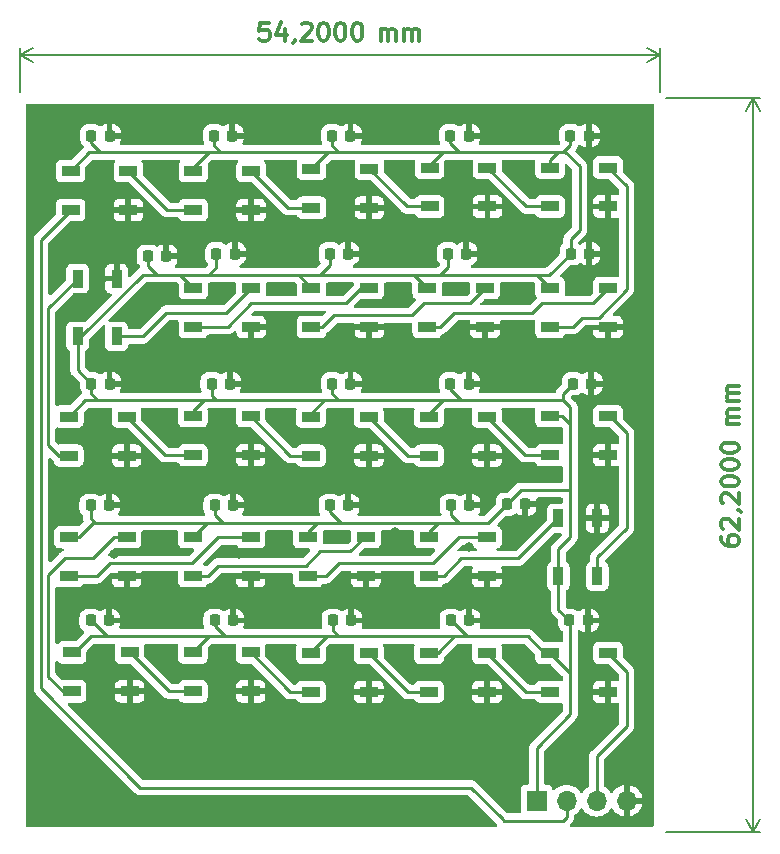
<source format=gbr>
%TF.GenerationSoftware,KiCad,Pcbnew,(7.0.0)*%
%TF.CreationDate,2023-10-03T11:42:16+02:00*%
%TF.ProjectId,Lichten-PCB,4c696368-7465-46e2-9d50-43422e6b6963,rev?*%
%TF.SameCoordinates,Original*%
%TF.FileFunction,Copper,L1,Top*%
%TF.FilePolarity,Positive*%
%FSLAX46Y46*%
G04 Gerber Fmt 4.6, Leading zero omitted, Abs format (unit mm)*
G04 Created by KiCad (PCBNEW (7.0.0)) date 2023-10-03 11:42:16*
%MOMM*%
%LPD*%
G01*
G04 APERTURE LIST*
G04 Aperture macros list*
%AMRoundRect*
0 Rectangle with rounded corners*
0 $1 Rounding radius*
0 $2 $3 $4 $5 $6 $7 $8 $9 X,Y pos of 4 corners*
0 Add a 4 corners polygon primitive as box body*
4,1,4,$2,$3,$4,$5,$6,$7,$8,$9,$2,$3,0*
0 Add four circle primitives for the rounded corners*
1,1,$1+$1,$2,$3*
1,1,$1+$1,$4,$5*
1,1,$1+$1,$6,$7*
1,1,$1+$1,$8,$9*
0 Add four rect primitives between the rounded corners*
20,1,$1+$1,$2,$3,$4,$5,0*
20,1,$1+$1,$4,$5,$6,$7,0*
20,1,$1+$1,$6,$7,$8,$9,0*
20,1,$1+$1,$8,$9,$2,$3,0*%
G04 Aperture macros list end*
%ADD10C,0.300000*%
%TA.AperFunction,NonConductor*%
%ADD11C,0.300000*%
%TD*%
%TA.AperFunction,NonConductor*%
%ADD12C,0.200000*%
%TD*%
%TA.AperFunction,SMDPad,CuDef*%
%ADD13RoundRect,0.225000X-0.225000X-0.250000X0.225000X-0.250000X0.225000X0.250000X-0.225000X0.250000X0*%
%TD*%
%TA.AperFunction,SMDPad,CuDef*%
%ADD14R,1.500000X0.900000*%
%TD*%
%TA.AperFunction,SMDPad,CuDef*%
%ADD15R,0.900000X1.500000*%
%TD*%
%TA.AperFunction,ComponentPad*%
%ADD16R,1.700000X1.700000*%
%TD*%
%TA.AperFunction,ComponentPad*%
%ADD17O,1.700000X1.700000*%
%TD*%
%TA.AperFunction,ViaPad*%
%ADD18C,0.800000*%
%TD*%
%TA.AperFunction,Conductor*%
%ADD19C,0.250000*%
%TD*%
G04 APERTURE END LIST*
D10*
D11*
X139278572Y-63646671D02*
X138564286Y-63646671D01*
X138564286Y-63646671D02*
X138492858Y-64360957D01*
X138492858Y-64360957D02*
X138564286Y-64289528D01*
X138564286Y-64289528D02*
X138707144Y-64218100D01*
X138707144Y-64218100D02*
X139064286Y-64218100D01*
X139064286Y-64218100D02*
X139207144Y-64289528D01*
X139207144Y-64289528D02*
X139278572Y-64360957D01*
X139278572Y-64360957D02*
X139350001Y-64503814D01*
X139350001Y-64503814D02*
X139350001Y-64860957D01*
X139350001Y-64860957D02*
X139278572Y-65003814D01*
X139278572Y-65003814D02*
X139207144Y-65075242D01*
X139207144Y-65075242D02*
X139064286Y-65146671D01*
X139064286Y-65146671D02*
X138707144Y-65146671D01*
X138707144Y-65146671D02*
X138564286Y-65075242D01*
X138564286Y-65075242D02*
X138492858Y-65003814D01*
X140635715Y-64146671D02*
X140635715Y-65146671D01*
X140278572Y-63575242D02*
X139921429Y-64646671D01*
X139921429Y-64646671D02*
X140850000Y-64646671D01*
X141492857Y-65075242D02*
X141492857Y-65146671D01*
X141492857Y-65146671D02*
X141421428Y-65289528D01*
X141421428Y-65289528D02*
X141350000Y-65360957D01*
X142064286Y-63789528D02*
X142135714Y-63718100D01*
X142135714Y-63718100D02*
X142278572Y-63646671D01*
X142278572Y-63646671D02*
X142635714Y-63646671D01*
X142635714Y-63646671D02*
X142778572Y-63718100D01*
X142778572Y-63718100D02*
X142850000Y-63789528D01*
X142850000Y-63789528D02*
X142921429Y-63932385D01*
X142921429Y-63932385D02*
X142921429Y-64075242D01*
X142921429Y-64075242D02*
X142850000Y-64289528D01*
X142850000Y-64289528D02*
X141992857Y-65146671D01*
X141992857Y-65146671D02*
X142921429Y-65146671D01*
X143850000Y-63646671D02*
X143992857Y-63646671D01*
X143992857Y-63646671D02*
X144135714Y-63718100D01*
X144135714Y-63718100D02*
X144207143Y-63789528D01*
X144207143Y-63789528D02*
X144278571Y-63932385D01*
X144278571Y-63932385D02*
X144350000Y-64218100D01*
X144350000Y-64218100D02*
X144350000Y-64575242D01*
X144350000Y-64575242D02*
X144278571Y-64860957D01*
X144278571Y-64860957D02*
X144207143Y-65003814D01*
X144207143Y-65003814D02*
X144135714Y-65075242D01*
X144135714Y-65075242D02*
X143992857Y-65146671D01*
X143992857Y-65146671D02*
X143850000Y-65146671D01*
X143850000Y-65146671D02*
X143707143Y-65075242D01*
X143707143Y-65075242D02*
X143635714Y-65003814D01*
X143635714Y-65003814D02*
X143564285Y-64860957D01*
X143564285Y-64860957D02*
X143492857Y-64575242D01*
X143492857Y-64575242D02*
X143492857Y-64218100D01*
X143492857Y-64218100D02*
X143564285Y-63932385D01*
X143564285Y-63932385D02*
X143635714Y-63789528D01*
X143635714Y-63789528D02*
X143707143Y-63718100D01*
X143707143Y-63718100D02*
X143850000Y-63646671D01*
X145278571Y-63646671D02*
X145421428Y-63646671D01*
X145421428Y-63646671D02*
X145564285Y-63718100D01*
X145564285Y-63718100D02*
X145635714Y-63789528D01*
X145635714Y-63789528D02*
X145707142Y-63932385D01*
X145707142Y-63932385D02*
X145778571Y-64218100D01*
X145778571Y-64218100D02*
X145778571Y-64575242D01*
X145778571Y-64575242D02*
X145707142Y-64860957D01*
X145707142Y-64860957D02*
X145635714Y-65003814D01*
X145635714Y-65003814D02*
X145564285Y-65075242D01*
X145564285Y-65075242D02*
X145421428Y-65146671D01*
X145421428Y-65146671D02*
X145278571Y-65146671D01*
X145278571Y-65146671D02*
X145135714Y-65075242D01*
X145135714Y-65075242D02*
X145064285Y-65003814D01*
X145064285Y-65003814D02*
X144992856Y-64860957D01*
X144992856Y-64860957D02*
X144921428Y-64575242D01*
X144921428Y-64575242D02*
X144921428Y-64218100D01*
X144921428Y-64218100D02*
X144992856Y-63932385D01*
X144992856Y-63932385D02*
X145064285Y-63789528D01*
X145064285Y-63789528D02*
X145135714Y-63718100D01*
X145135714Y-63718100D02*
X145278571Y-63646671D01*
X146707142Y-63646671D02*
X146849999Y-63646671D01*
X146849999Y-63646671D02*
X146992856Y-63718100D01*
X146992856Y-63718100D02*
X147064285Y-63789528D01*
X147064285Y-63789528D02*
X147135713Y-63932385D01*
X147135713Y-63932385D02*
X147207142Y-64218100D01*
X147207142Y-64218100D02*
X147207142Y-64575242D01*
X147207142Y-64575242D02*
X147135713Y-64860957D01*
X147135713Y-64860957D02*
X147064285Y-65003814D01*
X147064285Y-65003814D02*
X146992856Y-65075242D01*
X146992856Y-65075242D02*
X146849999Y-65146671D01*
X146849999Y-65146671D02*
X146707142Y-65146671D01*
X146707142Y-65146671D02*
X146564285Y-65075242D01*
X146564285Y-65075242D02*
X146492856Y-65003814D01*
X146492856Y-65003814D02*
X146421427Y-64860957D01*
X146421427Y-64860957D02*
X146349999Y-64575242D01*
X146349999Y-64575242D02*
X146349999Y-64218100D01*
X146349999Y-64218100D02*
X146421427Y-63932385D01*
X146421427Y-63932385D02*
X146492856Y-63789528D01*
X146492856Y-63789528D02*
X146564285Y-63718100D01*
X146564285Y-63718100D02*
X146707142Y-63646671D01*
X148749998Y-65146671D02*
X148749998Y-64146671D01*
X148749998Y-64289528D02*
X148821427Y-64218100D01*
X148821427Y-64218100D02*
X148964284Y-64146671D01*
X148964284Y-64146671D02*
X149178570Y-64146671D01*
X149178570Y-64146671D02*
X149321427Y-64218100D01*
X149321427Y-64218100D02*
X149392856Y-64360957D01*
X149392856Y-64360957D02*
X149392856Y-65146671D01*
X149392856Y-64360957D02*
X149464284Y-64218100D01*
X149464284Y-64218100D02*
X149607141Y-64146671D01*
X149607141Y-64146671D02*
X149821427Y-64146671D01*
X149821427Y-64146671D02*
X149964284Y-64218100D01*
X149964284Y-64218100D02*
X150035713Y-64360957D01*
X150035713Y-64360957D02*
X150035713Y-65146671D01*
X150749998Y-65146671D02*
X150749998Y-64146671D01*
X150749998Y-64289528D02*
X150821427Y-64218100D01*
X150821427Y-64218100D02*
X150964284Y-64146671D01*
X150964284Y-64146671D02*
X151178570Y-64146671D01*
X151178570Y-64146671D02*
X151321427Y-64218100D01*
X151321427Y-64218100D02*
X151392856Y-64360957D01*
X151392856Y-64360957D02*
X151392856Y-65146671D01*
X151392856Y-64360957D02*
X151464284Y-64218100D01*
X151464284Y-64218100D02*
X151607141Y-64146671D01*
X151607141Y-64146671D02*
X151821427Y-64146671D01*
X151821427Y-64146671D02*
X151964284Y-64218100D01*
X151964284Y-64218100D02*
X152035713Y-64360957D01*
X152035713Y-64360957D02*
X152035713Y-65146671D01*
D12*
X118200000Y-69500000D02*
X118200000Y-65809180D01*
X172400000Y-69500000D02*
X172400000Y-65809180D01*
X118200000Y-66395600D02*
X172400000Y-66395600D01*
X118200000Y-66395600D02*
X172400000Y-66395600D01*
X118200000Y-66395600D02*
X119326504Y-65809179D01*
X118200000Y-66395600D02*
X119326504Y-66982021D01*
X172400000Y-66395600D02*
X171273496Y-66982021D01*
X172400000Y-66395600D02*
X171273496Y-65809179D01*
D10*
D11*
X177565671Y-107192856D02*
X177565671Y-107478570D01*
X177565671Y-107478570D02*
X177637100Y-107621427D01*
X177637100Y-107621427D02*
X177708528Y-107692856D01*
X177708528Y-107692856D02*
X177922814Y-107835713D01*
X177922814Y-107835713D02*
X178208528Y-107907141D01*
X178208528Y-107907141D02*
X178779957Y-107907141D01*
X178779957Y-107907141D02*
X178922814Y-107835713D01*
X178922814Y-107835713D02*
X178994242Y-107764284D01*
X178994242Y-107764284D02*
X179065671Y-107621427D01*
X179065671Y-107621427D02*
X179065671Y-107335713D01*
X179065671Y-107335713D02*
X178994242Y-107192856D01*
X178994242Y-107192856D02*
X178922814Y-107121427D01*
X178922814Y-107121427D02*
X178779957Y-107049998D01*
X178779957Y-107049998D02*
X178422814Y-107049998D01*
X178422814Y-107049998D02*
X178279957Y-107121427D01*
X178279957Y-107121427D02*
X178208528Y-107192856D01*
X178208528Y-107192856D02*
X178137100Y-107335713D01*
X178137100Y-107335713D02*
X178137100Y-107621427D01*
X178137100Y-107621427D02*
X178208528Y-107764284D01*
X178208528Y-107764284D02*
X178279957Y-107835713D01*
X178279957Y-107835713D02*
X178422814Y-107907141D01*
X177708528Y-106478570D02*
X177637100Y-106407142D01*
X177637100Y-106407142D02*
X177565671Y-106264285D01*
X177565671Y-106264285D02*
X177565671Y-105907142D01*
X177565671Y-105907142D02*
X177637100Y-105764285D01*
X177637100Y-105764285D02*
X177708528Y-105692856D01*
X177708528Y-105692856D02*
X177851385Y-105621427D01*
X177851385Y-105621427D02*
X177994242Y-105621427D01*
X177994242Y-105621427D02*
X178208528Y-105692856D01*
X178208528Y-105692856D02*
X179065671Y-106549999D01*
X179065671Y-106549999D02*
X179065671Y-105621427D01*
X178994242Y-104907142D02*
X179065671Y-104907142D01*
X179065671Y-104907142D02*
X179208528Y-104978571D01*
X179208528Y-104978571D02*
X179279957Y-105049999D01*
X177708528Y-104335713D02*
X177637100Y-104264285D01*
X177637100Y-104264285D02*
X177565671Y-104121428D01*
X177565671Y-104121428D02*
X177565671Y-103764285D01*
X177565671Y-103764285D02*
X177637100Y-103621428D01*
X177637100Y-103621428D02*
X177708528Y-103549999D01*
X177708528Y-103549999D02*
X177851385Y-103478570D01*
X177851385Y-103478570D02*
X177994242Y-103478570D01*
X177994242Y-103478570D02*
X178208528Y-103549999D01*
X178208528Y-103549999D02*
X179065671Y-104407142D01*
X179065671Y-104407142D02*
X179065671Y-103478570D01*
X177565671Y-102549999D02*
X177565671Y-102407142D01*
X177565671Y-102407142D02*
X177637100Y-102264285D01*
X177637100Y-102264285D02*
X177708528Y-102192857D01*
X177708528Y-102192857D02*
X177851385Y-102121428D01*
X177851385Y-102121428D02*
X178137100Y-102049999D01*
X178137100Y-102049999D02*
X178494242Y-102049999D01*
X178494242Y-102049999D02*
X178779957Y-102121428D01*
X178779957Y-102121428D02*
X178922814Y-102192857D01*
X178922814Y-102192857D02*
X178994242Y-102264285D01*
X178994242Y-102264285D02*
X179065671Y-102407142D01*
X179065671Y-102407142D02*
X179065671Y-102549999D01*
X179065671Y-102549999D02*
X178994242Y-102692857D01*
X178994242Y-102692857D02*
X178922814Y-102764285D01*
X178922814Y-102764285D02*
X178779957Y-102835714D01*
X178779957Y-102835714D02*
X178494242Y-102907142D01*
X178494242Y-102907142D02*
X178137100Y-102907142D01*
X178137100Y-102907142D02*
X177851385Y-102835714D01*
X177851385Y-102835714D02*
X177708528Y-102764285D01*
X177708528Y-102764285D02*
X177637100Y-102692857D01*
X177637100Y-102692857D02*
X177565671Y-102549999D01*
X177565671Y-101121428D02*
X177565671Y-100978571D01*
X177565671Y-100978571D02*
X177637100Y-100835714D01*
X177637100Y-100835714D02*
X177708528Y-100764286D01*
X177708528Y-100764286D02*
X177851385Y-100692857D01*
X177851385Y-100692857D02*
X178137100Y-100621428D01*
X178137100Y-100621428D02*
X178494242Y-100621428D01*
X178494242Y-100621428D02*
X178779957Y-100692857D01*
X178779957Y-100692857D02*
X178922814Y-100764286D01*
X178922814Y-100764286D02*
X178994242Y-100835714D01*
X178994242Y-100835714D02*
X179065671Y-100978571D01*
X179065671Y-100978571D02*
X179065671Y-101121428D01*
X179065671Y-101121428D02*
X178994242Y-101264286D01*
X178994242Y-101264286D02*
X178922814Y-101335714D01*
X178922814Y-101335714D02*
X178779957Y-101407143D01*
X178779957Y-101407143D02*
X178494242Y-101478571D01*
X178494242Y-101478571D02*
X178137100Y-101478571D01*
X178137100Y-101478571D02*
X177851385Y-101407143D01*
X177851385Y-101407143D02*
X177708528Y-101335714D01*
X177708528Y-101335714D02*
X177637100Y-101264286D01*
X177637100Y-101264286D02*
X177565671Y-101121428D01*
X177565671Y-99692857D02*
X177565671Y-99550000D01*
X177565671Y-99550000D02*
X177637100Y-99407143D01*
X177637100Y-99407143D02*
X177708528Y-99335715D01*
X177708528Y-99335715D02*
X177851385Y-99264286D01*
X177851385Y-99264286D02*
X178137100Y-99192857D01*
X178137100Y-99192857D02*
X178494242Y-99192857D01*
X178494242Y-99192857D02*
X178779957Y-99264286D01*
X178779957Y-99264286D02*
X178922814Y-99335715D01*
X178922814Y-99335715D02*
X178994242Y-99407143D01*
X178994242Y-99407143D02*
X179065671Y-99550000D01*
X179065671Y-99550000D02*
X179065671Y-99692857D01*
X179065671Y-99692857D02*
X178994242Y-99835715D01*
X178994242Y-99835715D02*
X178922814Y-99907143D01*
X178922814Y-99907143D02*
X178779957Y-99978572D01*
X178779957Y-99978572D02*
X178494242Y-100050000D01*
X178494242Y-100050000D02*
X178137100Y-100050000D01*
X178137100Y-100050000D02*
X177851385Y-99978572D01*
X177851385Y-99978572D02*
X177708528Y-99907143D01*
X177708528Y-99907143D02*
X177637100Y-99835715D01*
X177637100Y-99835715D02*
X177565671Y-99692857D01*
X179065671Y-97650001D02*
X178065671Y-97650001D01*
X178208528Y-97650001D02*
X178137100Y-97578572D01*
X178137100Y-97578572D02*
X178065671Y-97435715D01*
X178065671Y-97435715D02*
X178065671Y-97221429D01*
X178065671Y-97221429D02*
X178137100Y-97078572D01*
X178137100Y-97078572D02*
X178279957Y-97007144D01*
X178279957Y-97007144D02*
X179065671Y-97007144D01*
X178279957Y-97007144D02*
X178137100Y-96935715D01*
X178137100Y-96935715D02*
X178065671Y-96792858D01*
X178065671Y-96792858D02*
X178065671Y-96578572D01*
X178065671Y-96578572D02*
X178137100Y-96435715D01*
X178137100Y-96435715D02*
X178279957Y-96364286D01*
X178279957Y-96364286D02*
X179065671Y-96364286D01*
X179065671Y-95650001D02*
X178065671Y-95650001D01*
X178208528Y-95650001D02*
X178137100Y-95578572D01*
X178137100Y-95578572D02*
X178065671Y-95435715D01*
X178065671Y-95435715D02*
X178065671Y-95221429D01*
X178065671Y-95221429D02*
X178137100Y-95078572D01*
X178137100Y-95078572D02*
X178279957Y-95007144D01*
X178279957Y-95007144D02*
X179065671Y-95007144D01*
X178279957Y-95007144D02*
X178137100Y-94935715D01*
X178137100Y-94935715D02*
X178065671Y-94792858D01*
X178065671Y-94792858D02*
X178065671Y-94578572D01*
X178065671Y-94578572D02*
X178137100Y-94435715D01*
X178137100Y-94435715D02*
X178279957Y-94364286D01*
X178279957Y-94364286D02*
X179065671Y-94364286D01*
D12*
X172900000Y-70000000D02*
X180901020Y-70000000D01*
X172900000Y-132200000D02*
X180901020Y-132200000D01*
X180314600Y-70000000D02*
X180314600Y-132200000D01*
X180314600Y-70000000D02*
X180314600Y-132200000D01*
X180314600Y-70000000D02*
X180901021Y-71126504D01*
X180314600Y-70000000D02*
X179728179Y-71126504D01*
X180314600Y-132200000D02*
X179728179Y-131073496D01*
X180314600Y-132200000D02*
X180901021Y-131073496D01*
D13*
%TO.P,C22,1*%
%TO.N,+3V3*%
X154650000Y-73200000D03*
%TO.P,C22,2*%
%TO.N,GND*%
X156200000Y-73200000D03*
%TD*%
D14*
%TO.P,D19,1,VDD*%
%TO.N,+3V3*%
X152699999Y-86099999D03*
%TO.P,D19,2,DOUT*%
%TO.N,/LED's/Data-19*%
X152699999Y-89399999D03*
%TO.P,D19,3,VSS*%
%TO.N,GND*%
X157599999Y-89399999D03*
%TO.P,D19,4,DIN*%
%TO.N,/LED's/Data-18*%
X157599999Y-86099999D03*
%TD*%
%TO.P,D18,1,VDD*%
%TO.N,+3V3*%
X142899999Y-86099999D03*
%TO.P,D18,2,DOUT*%
%TO.N,/LED's/Data-18*%
X142899999Y-89399999D03*
%TO.P,D18,3,VSS*%
%TO.N,GND*%
X147799999Y-89399999D03*
%TO.P,D18,4,DIN*%
%TO.N,/LED's/Data-17*%
X147799999Y-86099999D03*
%TD*%
%TO.P,D6,1,VDD*%
%TO.N,+3V3*%
X122349999Y-107199999D03*
%TO.P,D6,2,DOUT*%
%TO.N,/LED's/Data-6*%
X122349999Y-110499999D03*
%TO.P,D6,3,VSS*%
%TO.N,GND*%
X127249999Y-110499999D03*
%TO.P,D6,4,DIN*%
%TO.N,/LED's/Data-5*%
X127249999Y-107199999D03*
%TD*%
D13*
%TO.P,C8,1*%
%TO.N,+3V3*%
X144450000Y-104500000D03*
%TO.P,C8,2*%
%TO.N,GND*%
X146000000Y-104500000D03*
%TD*%
%TO.P,C19,1*%
%TO.N,+3V3*%
X154450000Y-83200000D03*
%TO.P,C19,2*%
%TO.N,GND*%
X156000000Y-83200000D03*
%TD*%
D14*
%TO.P,D25,1,VDD*%
%TO.N,+3V3*%
X122499999Y-76199999D03*
%TO.P,D25,2,DOUT*%
%TO.N,DOUT*%
X122499999Y-79499999D03*
%TO.P,D25,3,VSS*%
%TO.N,GND*%
X127399999Y-79499999D03*
%TO.P,D25,4,DIN*%
%TO.N,/LED's/Data-24*%
X127399999Y-76199999D03*
%TD*%
%TO.P,D13,1,VDD*%
%TO.N,+3V3*%
X142849999Y-96999999D03*
%TO.P,D13,2,DOUT*%
%TO.N,/LED's/Data-13*%
X142849999Y-100299999D03*
%TO.P,D13,3,VSS*%
%TO.N,GND*%
X147749999Y-100299999D03*
%TO.P,D13,4,DIN*%
%TO.N,/LED's/Data-12*%
X147749999Y-96999999D03*
%TD*%
D13*
%TO.P,C20,1*%
%TO.N,+3V3*%
X164850000Y-83200000D03*
%TO.P,C20,2*%
%TO.N,GND*%
X166400000Y-83200000D03*
%TD*%
D14*
%TO.P,D22,1,VDD*%
%TO.N,+3V3*%
X152899999Y-75899999D03*
%TO.P,D22,2,DOUT*%
%TO.N,/LED's/Data-22*%
X152899999Y-79199999D03*
%TO.P,D22,3,VSS*%
%TO.N,GND*%
X157799999Y-79199999D03*
%TO.P,D22,4,DIN*%
%TO.N,/LED's/Data-21*%
X157799999Y-75899999D03*
%TD*%
D13*
%TO.P,C11,1*%
%TO.N,+3V3*%
X165050000Y-94200000D03*
%TO.P,C11,2*%
%TO.N,GND*%
X166600000Y-94200000D03*
%TD*%
D14*
%TO.P,D3,1,VDD*%
%TO.N,+3V3*%
X142849999Y-116999999D03*
%TO.P,D3,2,DOUT*%
%TO.N,/LED's/Data-3*%
X142849999Y-120299999D03*
%TO.P,D3,3,VSS*%
%TO.N,GND*%
X147749999Y-120299999D03*
%TO.P,D3,4,DIN*%
%TO.N,/LED's/Data-2*%
X147749999Y-116999999D03*
%TD*%
%TO.P,D21,1,VDD*%
%TO.N,+3V3*%
X163099999Y-75899999D03*
%TO.P,D21,2,DOUT*%
%TO.N,/LED's/Data-21*%
X163099999Y-79199999D03*
%TO.P,D21,3,VSS*%
%TO.N,GND*%
X167999999Y-79199999D03*
%TO.P,D21,4,DIN*%
%TO.N,/LED's/Data-20*%
X167999999Y-75899999D03*
%TD*%
%TO.P,D5,1,VDD*%
%TO.N,+3V3*%
X122599999Y-116949999D03*
%TO.P,D5,2,DOUT*%
%TO.N,/LED's/Data-5*%
X122599999Y-120249999D03*
%TO.P,D5,3,VSS*%
%TO.N,GND*%
X127499999Y-120249999D03*
%TO.P,D5,4,DIN*%
%TO.N,/LED's/Data-4*%
X127499999Y-116949999D03*
%TD*%
%TO.P,D24,1,VDD*%
%TO.N,+3V3*%
X132899999Y-76199999D03*
%TO.P,D24,2,DOUT*%
%TO.N,/LED's/Data-24*%
X132899999Y-79499999D03*
%TO.P,D24,3,VSS*%
%TO.N,GND*%
X137799999Y-79499999D03*
%TO.P,D24,4,DIN*%
%TO.N,/LED's/Data-23*%
X137799999Y-76199999D03*
%TD*%
D13*
%TO.P,C2,1*%
%TO.N,+3V3*%
X154700000Y-114250000D03*
%TO.P,C2,2*%
%TO.N,GND*%
X156250000Y-114250000D03*
%TD*%
D14*
%TO.P,D17,1,VDD*%
%TO.N,+3V3*%
X132899999Y-86099999D03*
%TO.P,D17,2,DOUT*%
%TO.N,/LED's/Data-17*%
X132899999Y-89399999D03*
%TO.P,D17,3,VSS*%
%TO.N,GND*%
X137799999Y-89399999D03*
%TO.P,D17,4,DIN*%
%TO.N,/LED's/Data-16*%
X137799999Y-86099999D03*
%TD*%
%TO.P,D12,1,VDD*%
%TO.N,+3V3*%
X152849999Y-96999999D03*
%TO.P,D12,2,DOUT*%
%TO.N,/LED's/Data-12*%
X152849999Y-100299999D03*
%TO.P,D12,3,VSS*%
%TO.N,GND*%
X157749999Y-100299999D03*
%TO.P,D12,4,DIN*%
%TO.N,/LED's/Data-11*%
X157749999Y-96999999D03*
%TD*%
D13*
%TO.P,C9,1*%
%TO.N,+3V3*%
X154700000Y-104500000D03*
%TO.P,C9,2*%
%TO.N,GND*%
X156250000Y-104500000D03*
%TD*%
%TO.P,C16,1*%
%TO.N,+3V3*%
X129050000Y-83400000D03*
%TO.P,C16,2*%
%TO.N,GND*%
X130600000Y-83400000D03*
%TD*%
%TO.P,C21,1*%
%TO.N,+3V3*%
X164825000Y-73200000D03*
%TO.P,C21,2*%
%TO.N,GND*%
X166375000Y-73200000D03*
%TD*%
%TO.P,C10,1*%
%TO.N,+3V3*%
X159450000Y-104400000D03*
%TO.P,C10,2*%
%TO.N,GND*%
X161000000Y-104400000D03*
%TD*%
D14*
%TO.P,D8,1,VDD*%
%TO.N,+3V3*%
X142599999Y-107199999D03*
%TO.P,D8,2,DOUT*%
%TO.N,/LED's/Data-8*%
X142599999Y-110499999D03*
%TO.P,D8,3,VSS*%
%TO.N,GND*%
X147499999Y-110499999D03*
%TO.P,D8,4,DIN*%
%TO.N,/LED's/Data-7*%
X147499999Y-107199999D03*
%TD*%
D13*
%TO.P,C13,1*%
%TO.N,+3V3*%
X144650000Y-94200000D03*
%TO.P,C13,2*%
%TO.N,GND*%
X146200000Y-94200000D03*
%TD*%
%TO.P,C23,1*%
%TO.N,+3V3*%
X144650000Y-73200000D03*
%TO.P,C23,2*%
%TO.N,GND*%
X146200000Y-73200000D03*
%TD*%
%TO.P,C17,1*%
%TO.N,+3V3*%
X134850000Y-83200000D03*
%TO.P,C17,2*%
%TO.N,GND*%
X136400000Y-83200000D03*
%TD*%
D14*
%TO.P,D2,1,VDD*%
%TO.N,+3V3*%
X152849999Y-116999999D03*
%TO.P,D2,2,DOUT*%
%TO.N,/LED's/Data-2*%
X152849999Y-120299999D03*
%TO.P,D2,3,VSS*%
%TO.N,GND*%
X157749999Y-120299999D03*
%TO.P,D2,4,DIN*%
%TO.N,/LED's/Data-1*%
X157749999Y-116999999D03*
%TD*%
D13*
%TO.P,C4,1*%
%TO.N,+3V3*%
X134700000Y-114250000D03*
%TO.P,C4,2*%
%TO.N,GND*%
X136250000Y-114250000D03*
%TD*%
D14*
%TO.P,D9,1,VDD*%
%TO.N,+3V3*%
X152849999Y-107199999D03*
%TO.P,D9,2,DOUT*%
%TO.N,/LED's/Data-9*%
X152849999Y-110499999D03*
%TO.P,D9,3,VSS*%
%TO.N,GND*%
X157749999Y-110499999D03*
%TO.P,D9,4,DIN*%
%TO.N,/LED's/Data-8*%
X157749999Y-107199999D03*
%TD*%
D13*
%TO.P,C7,1*%
%TO.N,+3V3*%
X134700000Y-104500000D03*
%TO.P,C7,2*%
%TO.N,GND*%
X136250000Y-104500000D03*
%TD*%
%TO.P,C6,1*%
%TO.N,+3V3*%
X124200000Y-104500000D03*
%TO.P,C6,2*%
%TO.N,GND*%
X125750000Y-104500000D03*
%TD*%
%TO.P,C12,1*%
%TO.N,+3V3*%
X154650000Y-94200000D03*
%TO.P,C12,2*%
%TO.N,GND*%
X156200000Y-94200000D03*
%TD*%
%TO.P,C1,1*%
%TO.N,+3V3*%
X164725000Y-114250000D03*
%TO.P,C1,2*%
%TO.N,GND*%
X166275000Y-114250000D03*
%TD*%
D14*
%TO.P,D14,1,VDD*%
%TO.N,+3V3*%
X132849999Y-96949999D03*
%TO.P,D14,2,DOUT*%
%TO.N,DTUS*%
X132849999Y-100249999D03*
%TO.P,D14,3,VSS*%
%TO.N,GND*%
X137749999Y-100249999D03*
%TO.P,D14,4,DIN*%
%TO.N,/LED's/Data-13*%
X137749999Y-96949999D03*
%TD*%
%TO.P,D20,1,VDD*%
%TO.N,+3V3*%
X163099999Y-86099999D03*
%TO.P,D20,2,DOUT*%
%TO.N,/LED's/Data-20*%
X163099999Y-89399999D03*
%TO.P,D20,3,VSS*%
%TO.N,GND*%
X167999999Y-89399999D03*
%TO.P,D20,4,DIN*%
%TO.N,/LED's/Data-19*%
X167999999Y-86099999D03*
%TD*%
%TO.P,D11,1,VDD*%
%TO.N,+3V3*%
X163099999Y-96949999D03*
%TO.P,D11,2,DOUT*%
%TO.N,/LED's/Data-11*%
X163099999Y-100249999D03*
%TO.P,D11,3,VSS*%
%TO.N,GND*%
X167999999Y-100249999D03*
%TO.P,D11,4,DIN*%
%TO.N,/LED's/Data-10*%
X167999999Y-96949999D03*
%TD*%
%TO.P,D15,1,VDD*%
%TO.N,+3V3*%
X122349999Y-96999999D03*
%TO.P,D15,2,DOUT*%
%TO.N,/LED's/Data-15*%
X122349999Y-100299999D03*
%TO.P,D15,3,VSS*%
%TO.N,GND*%
X127249999Y-100299999D03*
%TO.P,D15,4,DIN*%
%TO.N,DTUS*%
X127249999Y-96999999D03*
%TD*%
D15*
%TO.P,D10,1,VDD*%
%TO.N,+3V3*%
X163799999Y-110499999D03*
%TO.P,D10,2,DOUT*%
%TO.N,/LED's/Data-10*%
X167099999Y-110499999D03*
%TO.P,D10,3,VSS*%
%TO.N,GND*%
X167099999Y-105599999D03*
%TO.P,D10,4,DIN*%
%TO.N,/LED's/Data-9*%
X163799999Y-105599999D03*
%TD*%
D14*
%TO.P,D23,1,VDD*%
%TO.N,+3V3*%
X142899999Y-75999999D03*
%TO.P,D23,2,DOUT*%
%TO.N,/LED's/Data-23*%
X142899999Y-79299999D03*
%TO.P,D23,3,VSS*%
%TO.N,GND*%
X147799999Y-79299999D03*
%TO.P,D23,4,DIN*%
%TO.N,/LED's/Data-22*%
X147799999Y-75999999D03*
%TD*%
D15*
%TO.P,D16,1,VDD*%
%TO.N,+3V3*%
X123099999Y-90199999D03*
%TO.P,D16,2,DOUT*%
%TO.N,/LED's/Data-16*%
X126399999Y-90199999D03*
%TO.P,D16,3,VSS*%
%TO.N,GND*%
X126399999Y-85299999D03*
%TO.P,D16,4,DIN*%
%TO.N,/LED's/Data-15*%
X123099999Y-85299999D03*
%TD*%
D13*
%TO.P,C5,1*%
%TO.N,+3V3*%
X124200000Y-114250000D03*
%TO.P,C5,2*%
%TO.N,GND*%
X125750000Y-114250000D03*
%TD*%
%TO.P,C14,1*%
%TO.N,+3V3*%
X134450000Y-94200000D03*
%TO.P,C14,2*%
%TO.N,GND*%
X136000000Y-94200000D03*
%TD*%
D14*
%TO.P,D4,1,VDD*%
%TO.N,+3V3*%
X132849999Y-116949999D03*
%TO.P,D4,2,DOUT*%
%TO.N,/LED's/Data-4*%
X132849999Y-120249999D03*
%TO.P,D4,3,VSS*%
%TO.N,GND*%
X137749999Y-120249999D03*
%TO.P,D4,4,DIN*%
%TO.N,/LED's/Data-3*%
X137749999Y-116949999D03*
%TD*%
D13*
%TO.P,C15,1*%
%TO.N,+3V3*%
X124250000Y-94200000D03*
%TO.P,C15,2*%
%TO.N,GND*%
X125800000Y-94200000D03*
%TD*%
D16*
%TO.P,J1,1,Pin_1*%
%TO.N,+3V3*%
X161959999Y-129499999D03*
D17*
%TO.P,J1,2,Pin_2*%
%TO.N,DOUT*%
X164499999Y-129499999D03*
%TO.P,J1,3,Pin_3*%
%TO.N,DIN*%
X167039999Y-129499999D03*
%TO.P,J1,4,Pin_4*%
%TO.N,GND*%
X169579999Y-129499999D03*
%TD*%
D13*
%TO.P,C3,1*%
%TO.N,+3V3*%
X144700000Y-114250000D03*
%TO.P,C3,2*%
%TO.N,GND*%
X146250000Y-114250000D03*
%TD*%
%TO.P,C18,1*%
%TO.N,+3V3*%
X144450000Y-83200000D03*
%TO.P,C18,2*%
%TO.N,GND*%
X146000000Y-83200000D03*
%TD*%
%TO.P,C25,1*%
%TO.N,+3V3*%
X124250000Y-73200000D03*
%TO.P,C25,2*%
%TO.N,GND*%
X125800000Y-73200000D03*
%TD*%
D14*
%TO.P,D7,1,VDD*%
%TO.N,+3V3*%
X132849999Y-107199999D03*
%TO.P,D7,2,DOUT*%
%TO.N,/LED's/Data-7*%
X132849999Y-110499999D03*
%TO.P,D7,3,VSS*%
%TO.N,GND*%
X137749999Y-110499999D03*
%TO.P,D7,4,DIN*%
%TO.N,/LED's/Data-6*%
X137749999Y-107199999D03*
%TD*%
%TO.P,D1,1,VDD*%
%TO.N,+3V3*%
X163099999Y-116999999D03*
%TO.P,D1,2,DOUT*%
%TO.N,/LED's/Data-1*%
X163099999Y-120299999D03*
%TO.P,D1,3,VSS*%
%TO.N,GND*%
X167999999Y-120299999D03*
%TO.P,D1,4,DIN*%
%TO.N,DIN*%
X167999999Y-116999999D03*
%TD*%
D13*
%TO.P,C24,1*%
%TO.N,+3V3*%
X134650000Y-73200000D03*
%TO.P,C24,2*%
%TO.N,GND*%
X136200000Y-73200000D03*
%TD*%
D18*
%TO.N,GND*%
X127600000Y-94000000D03*
X160400000Y-76000000D03*
X139600000Y-107000000D03*
X130000000Y-76200000D03*
X150600000Y-71800000D03*
X122200000Y-83200000D03*
X126800000Y-123600000D03*
X160400000Y-82600000D03*
X150200000Y-92600000D03*
X169600000Y-71800000D03*
X150400000Y-102800000D03*
X161000000Y-106000000D03*
X135400000Y-77800000D03*
X125000000Y-77800000D03*
X126200000Y-108600000D03*
X121800000Y-103400000D03*
X166400000Y-107600000D03*
X150200000Y-123600000D03*
X170000000Y-125600000D03*
X129400000Y-86200000D03*
X130200000Y-71800000D03*
X145400000Y-86000000D03*
X149800000Y-117000000D03*
X160400000Y-101400000D03*
X130000000Y-112600000D03*
X120600000Y-77800000D03*
X160200000Y-117000000D03*
X140400000Y-92600000D03*
X155400000Y-77600000D03*
X124800000Y-98600000D03*
X145400000Y-77600000D03*
X135600000Y-86400000D03*
X127600000Y-114200000D03*
X140200000Y-97000000D03*
X135200000Y-123800000D03*
X140200000Y-103000000D03*
X145400000Y-123600000D03*
X169600000Y-113200000D03*
X165600000Y-85800000D03*
X129800000Y-117000000D03*
X160200000Y-96800000D03*
X125000000Y-118600000D03*
X123800000Y-87400000D03*
X130000000Y-103200000D03*
X130000000Y-97000000D03*
X166000000Y-123800000D03*
X132800000Y-83000000D03*
X166000000Y-117200000D03*
X139800000Y-86000000D03*
X155200000Y-86200000D03*
X160800000Y-71600000D03*
X166200000Y-98600000D03*
X168200000Y-82000000D03*
X129800000Y-123600000D03*
X160200000Y-86000000D03*
X140000000Y-123600000D03*
X155400000Y-116800000D03*
X150200000Y-76000000D03*
X155400000Y-118600000D03*
X167200000Y-102600000D03*
X140400000Y-71800000D03*
X139800000Y-117000000D03*
X150000000Y-106800000D03*
X156200000Y-108000000D03*
X160600000Y-92600000D03*
X145200000Y-107000000D03*
X149800000Y-86200000D03*
X125000000Y-82600000D03*
X150200000Y-112400000D03*
X150200000Y-82600000D03*
X122400000Y-113000000D03*
X135400000Y-98600000D03*
X140200000Y-112400000D03*
X160800000Y-113000000D03*
X145400000Y-118600000D03*
X145400000Y-98600000D03*
X140000000Y-76200000D03*
X163800000Y-77600000D03*
X155400000Y-98600000D03*
X135400000Y-118600000D03*
X129600000Y-107000000D03*
X136800000Y-108600000D03*
X160400000Y-123600000D03*
X140400000Y-82600000D03*
X130000000Y-92800000D03*
X161600000Y-110200000D03*
X150000000Y-96800000D03*
X155400000Y-123800000D03*
X120400000Y-71800000D03*
X169800000Y-93000000D03*
X170800000Y-102800000D03*
%TD*%
D19*
%TO.N,+3V3*%
X134200000Y-74600000D02*
X132900000Y-75900000D01*
X144700000Y-115100000D02*
X145200000Y-115600000D01*
X124400000Y-106000000D02*
X123200000Y-107200000D01*
X164800000Y-122200000D02*
X164800000Y-118700000D01*
X124200000Y-115600000D02*
X122850000Y-116950000D01*
X155000000Y-115600000D02*
X153600000Y-117000000D01*
X164725000Y-114250000D02*
X163800000Y-113325000D01*
X123200000Y-107200000D02*
X122350000Y-107200000D01*
X144700000Y-114250000D02*
X144700000Y-115100000D01*
X164400000Y-74600000D02*
X164200000Y-74600000D01*
X142850000Y-117000000D02*
X142850000Y-116950000D01*
X125000000Y-74600000D02*
X124250000Y-73850000D01*
X164200000Y-95050000D02*
X165050000Y-94200000D01*
X123100000Y-93050000D02*
X123100000Y-90200000D01*
X124250000Y-94200000D02*
X123100000Y-93050000D01*
X132850000Y-96550000D02*
X132850000Y-96950000D01*
X135200000Y-74600000D02*
X134650000Y-74050000D01*
X161200000Y-115600000D02*
X156050000Y-115600000D01*
X154650000Y-94200000D02*
X154650000Y-94650000D01*
X154700000Y-105300000D02*
X154700000Y-104500000D01*
X154000000Y-95600000D02*
X145200000Y-95600000D01*
X162600000Y-117000000D02*
X161200000Y-115600000D01*
X164800000Y-96200000D02*
X164200000Y-95600000D01*
X134450000Y-95250000D02*
X134800000Y-95600000D01*
X164800000Y-107200000D02*
X163800000Y-108200000D01*
X144200000Y-115600000D02*
X135600000Y-115600000D01*
X163100000Y-75300000D02*
X163100000Y-75900000D01*
X152850000Y-96750000D02*
X154000000Y-95600000D01*
X142850000Y-97000000D02*
X142850000Y-96750000D01*
X134050000Y-106000000D02*
X132850000Y-107200000D01*
X135200000Y-74600000D02*
X134200000Y-74600000D01*
X125550000Y-115600000D02*
X124200000Y-114250000D01*
X161960000Y-129500000D02*
X161960000Y-125040000D01*
X124600000Y-106000000D02*
X124200000Y-105600000D01*
X164200000Y-74600000D02*
X163800000Y-74600000D01*
X164200000Y-95600000D02*
X155600000Y-95600000D01*
X123100000Y-90200000D02*
X123400000Y-90200000D01*
X161960000Y-125040000D02*
X164800000Y-122200000D01*
X144400000Y-74600000D02*
X135200000Y-74600000D01*
X164800000Y-107200000D02*
X164800000Y-103200000D01*
X145200000Y-95600000D02*
X144000000Y-95600000D01*
X132900000Y-75900000D02*
X132900000Y-76200000D01*
X135400000Y-106000000D02*
X134700000Y-105300000D01*
X155000000Y-115600000D02*
X145200000Y-115600000D01*
X159450000Y-104400000D02*
X157850000Y-106000000D01*
X145200000Y-74600000D02*
X144400000Y-74600000D01*
X134650000Y-74050000D02*
X134650000Y-73200000D01*
X143400000Y-106000000D02*
X135400000Y-106000000D01*
X142600000Y-106800000D02*
X142600000Y-107200000D01*
X135400000Y-106000000D02*
X134200000Y-106000000D01*
X134200000Y-74600000D02*
X125000000Y-74600000D01*
X163050000Y-85000000D02*
X164850000Y-83200000D01*
X145400000Y-106000000D02*
X144450000Y-105050000D01*
X124250000Y-73850000D02*
X124250000Y-73200000D01*
X164825000Y-73975000D02*
X164825000Y-73200000D01*
X141200000Y-85000000D02*
X143600000Y-85000000D01*
X152900000Y-75700000D02*
X152900000Y-75900000D01*
X153600000Y-117000000D02*
X152850000Y-117000000D01*
X154650000Y-73200000D02*
X154650000Y-73850000D01*
X154650000Y-73850000D02*
X155400000Y-74600000D01*
X144400000Y-74600000D02*
X144300000Y-74600000D01*
X134700000Y-114700000D02*
X135600000Y-115600000D01*
X124100000Y-74600000D02*
X122500000Y-76200000D01*
X165600000Y-75800000D02*
X164400000Y-74600000D01*
X164800000Y-118700000D02*
X163100000Y-117000000D01*
X164800000Y-103200000D02*
X160650000Y-103200000D01*
X129050000Y-84250000D02*
X129050000Y-83400000D01*
X123400000Y-90200000D02*
X128600000Y-85000000D01*
X164200000Y-74600000D02*
X164825000Y-73975000D01*
X134200000Y-106000000D02*
X124600000Y-106000000D01*
X151200000Y-85000000D02*
X151600000Y-85000000D01*
X164150000Y-96950000D02*
X164800000Y-97600000D01*
X156050000Y-115600000D02*
X154700000Y-114250000D01*
X143600000Y-85000000D02*
X151200000Y-85000000D01*
X145400000Y-106000000D02*
X143400000Y-106000000D01*
X144650000Y-74050000D02*
X144650000Y-73200000D01*
X128600000Y-85000000D02*
X129800000Y-85000000D01*
X155400000Y-106000000D02*
X153600000Y-106000000D01*
X135600000Y-115600000D02*
X134200000Y-115600000D01*
X151600000Y-85000000D02*
X152700000Y-86100000D01*
X161400000Y-85000000D02*
X163050000Y-85000000D01*
X134200000Y-85000000D02*
X141200000Y-85000000D01*
X124600000Y-106000000D02*
X124400000Y-106000000D01*
X164800000Y-98300000D02*
X164800000Y-97600000D01*
X124800000Y-95600000D02*
X123750000Y-95600000D01*
X131400000Y-85000000D02*
X131800000Y-85000000D01*
X144450000Y-105050000D02*
X144450000Y-104500000D01*
X154450000Y-83200000D02*
X154450000Y-84350000D01*
X153800000Y-85000000D02*
X161400000Y-85000000D01*
X142850000Y-116950000D02*
X144200000Y-115600000D01*
X152850000Y-106750000D02*
X152850000Y-107200000D01*
X163800000Y-74600000D02*
X163100000Y-75300000D01*
X154000000Y-74600000D02*
X145200000Y-74600000D01*
X155400000Y-74600000D02*
X154000000Y-74600000D01*
X142900000Y-86100000D02*
X141800000Y-85000000D01*
X164200000Y-95600000D02*
X164200000Y-95050000D01*
X134850000Y-84350000D02*
X134200000Y-85000000D01*
X145200000Y-115600000D02*
X144200000Y-115600000D01*
X164850000Y-81950000D02*
X165600000Y-81200000D01*
X163100000Y-96950000D02*
X164150000Y-96950000D01*
X134700000Y-105300000D02*
X134700000Y-104500000D01*
X134200000Y-106000000D02*
X134050000Y-106000000D01*
X124250000Y-95050000D02*
X124250000Y-94200000D01*
X153600000Y-106000000D02*
X152850000Y-106750000D01*
X144450000Y-83200000D02*
X144450000Y-84150000D01*
X133800000Y-95600000D02*
X124800000Y-95600000D01*
X144000000Y-95600000D02*
X134800000Y-95600000D01*
X131800000Y-85000000D02*
X132900000Y-86100000D01*
X123750000Y-95600000D02*
X122350000Y-97000000D01*
X144450000Y-84150000D02*
X143600000Y-85000000D01*
X164800000Y-97600000D02*
X164800000Y-96200000D01*
X165600000Y-81200000D02*
X165600000Y-75800000D01*
X154650000Y-94650000D02*
X155600000Y-95600000D01*
X144300000Y-74600000D02*
X142900000Y-76000000D01*
X124200000Y-105600000D02*
X124200000Y-104500000D01*
X157850000Y-106000000D02*
X155400000Y-106000000D01*
X161400000Y-85000000D02*
X162000000Y-85000000D01*
X164800000Y-103200000D02*
X164800000Y-98350000D01*
X163100000Y-117000000D02*
X162600000Y-117000000D01*
X164850000Y-83200000D02*
X164850000Y-81950000D01*
X142850000Y-96750000D02*
X144000000Y-95600000D01*
X152850000Y-97000000D02*
X152850000Y-96750000D01*
X133800000Y-95600000D02*
X132850000Y-96550000D01*
X143400000Y-106000000D02*
X142600000Y-106800000D01*
X134800000Y-95600000D02*
X133800000Y-95600000D01*
X162000000Y-85000000D02*
X163100000Y-86100000D01*
X132850000Y-116950000D02*
X134200000Y-115600000D01*
X144650000Y-94200000D02*
X144650000Y-95050000D01*
X163800000Y-113325000D02*
X163800000Y-110500000D01*
X134850000Y-83200000D02*
X134850000Y-84350000D01*
X155400000Y-106000000D02*
X154700000Y-105300000D01*
X145200000Y-74600000D02*
X144650000Y-74050000D01*
X134200000Y-115600000D02*
X125550000Y-115600000D01*
X155600000Y-95600000D02*
X154000000Y-95600000D01*
X164800000Y-118700000D02*
X164800000Y-114325000D01*
X141800000Y-85000000D02*
X141200000Y-85000000D01*
X144650000Y-95050000D02*
X145200000Y-95600000D01*
X160650000Y-103200000D02*
X159450000Y-104400000D01*
X131400000Y-85000000D02*
X134200000Y-85000000D01*
X134450000Y-94200000D02*
X134450000Y-95250000D01*
X124800000Y-95600000D02*
X124250000Y-95050000D01*
X129800000Y-85000000D02*
X131400000Y-85000000D01*
X134700000Y-114250000D02*
X134700000Y-114700000D01*
X156050000Y-115600000D02*
X155000000Y-115600000D01*
X151200000Y-85000000D02*
X153800000Y-85000000D01*
X129800000Y-85000000D02*
X129050000Y-84250000D01*
X125550000Y-115600000D02*
X124200000Y-115600000D01*
X163800000Y-74600000D02*
X155400000Y-74600000D01*
X153600000Y-106000000D02*
X145400000Y-106000000D01*
X154450000Y-84350000D02*
X153800000Y-85000000D01*
X163800000Y-108200000D02*
X163800000Y-110500000D01*
X122850000Y-116950000D02*
X122600000Y-116950000D01*
X125000000Y-74600000D02*
X124100000Y-74600000D01*
X154000000Y-74600000D02*
X152900000Y-75700000D01*
%TO.N,DIN*%
X167040000Y-129500000D02*
X167040000Y-125760000D01*
X167040000Y-125760000D02*
X169600000Y-123200000D01*
X169600000Y-123200000D02*
X169600000Y-118600000D01*
X169600000Y-118600000D02*
X168000000Y-117000000D01*
%TO.N,DTUS*%
X132850000Y-100250000D02*
X130500000Y-100250000D01*
X130500000Y-100250000D02*
X127250000Y-97000000D01*
%TO.N,DOUT*%
X159200000Y-131200000D02*
X159000000Y-131000000D01*
X120000000Y-120000000D02*
X128400000Y-128400000D01*
X164200000Y-131200000D02*
X159200000Y-131200000D01*
X164500000Y-129500000D02*
X164500000Y-130900000D01*
X164500000Y-130900000D02*
X164200000Y-131200000D01*
X156400000Y-128400000D02*
X159000000Y-131000000D01*
X122500000Y-79500000D02*
X120000000Y-82000000D01*
X120000000Y-82000000D02*
X120000000Y-120000000D01*
X128400000Y-128400000D02*
X156400000Y-128400000D01*
%TO.N,/LED's/Data-1*%
X163100000Y-120300000D02*
X161050000Y-120300000D01*
X161050000Y-120300000D02*
X157750000Y-117000000D01*
%TO.N,/LED's/Data-2*%
X151050000Y-120300000D02*
X147750000Y-117000000D01*
X152850000Y-120300000D02*
X151050000Y-120300000D01*
%TO.N,/LED's/Data-3*%
X141100000Y-120300000D02*
X137750000Y-116950000D01*
X142850000Y-120300000D02*
X141100000Y-120300000D01*
%TO.N,/LED's/Data-4*%
X130800000Y-120250000D02*
X127500000Y-116950000D01*
X132850000Y-120250000D02*
X130800000Y-120250000D01*
%TO.N,/LED's/Data-5*%
X121850000Y-120250000D02*
X120600000Y-119000000D01*
X126200000Y-107200000D02*
X127250000Y-107200000D01*
X124400000Y-109000000D02*
X126200000Y-107200000D01*
X122000000Y-109000000D02*
X124400000Y-109000000D01*
X120600000Y-110400000D02*
X122000000Y-109000000D01*
X120600000Y-119000000D02*
X120600000Y-110400000D01*
X122600000Y-120250000D02*
X121850000Y-120250000D01*
%TO.N,/LED's/Data-6*%
X125800000Y-109400000D02*
X132800000Y-109400000D01*
X124700000Y-110500000D02*
X125800000Y-109400000D01*
X122350000Y-110500000D02*
X124700000Y-110500000D01*
X132800000Y-109400000D02*
X135000000Y-107200000D01*
X135000000Y-107200000D02*
X137750000Y-107200000D01*
%TO.N,/LED's/Data-7*%
X143600000Y-108400000D02*
X146200000Y-108400000D01*
X147400000Y-107200000D02*
X147500000Y-107200000D01*
X132850000Y-110500000D02*
X134100000Y-110500000D01*
X142400000Y-109600000D02*
X143600000Y-108400000D01*
X135000000Y-109600000D02*
X142400000Y-109600000D01*
X134100000Y-110500000D02*
X135000000Y-109600000D01*
X146200000Y-108400000D02*
X147400000Y-107200000D01*
%TO.N,/LED's/Data-8*%
X145200000Y-109400000D02*
X153200000Y-109400000D01*
X144100000Y-110500000D02*
X145200000Y-109400000D01*
X142600000Y-110500000D02*
X144100000Y-110500000D01*
X153200000Y-109400000D02*
X155400000Y-107200000D01*
X155400000Y-107200000D02*
X157750000Y-107200000D01*
%TO.N,/LED's/Data-9*%
X154100000Y-110500000D02*
X155600000Y-109000000D01*
X152850000Y-110500000D02*
X154100000Y-110500000D01*
X160400000Y-109000000D02*
X163800000Y-105600000D01*
X155600000Y-109000000D02*
X160400000Y-109000000D01*
%TO.N,/LED's/Data-10*%
X169600000Y-106400000D02*
X169600000Y-98400000D01*
X167100000Y-110500000D02*
X167100000Y-108900000D01*
X167100000Y-108900000D02*
X169600000Y-106400000D01*
X169600000Y-98400000D02*
X168150000Y-96950000D01*
X168150000Y-96950000D02*
X168000000Y-96950000D01*
%TO.N,/LED's/Data-11*%
X163100000Y-100250000D02*
X161000000Y-100250000D01*
X161000000Y-100250000D02*
X157750000Y-97000000D01*
%TO.N,/LED's/Data-12*%
X151050000Y-100300000D02*
X147750000Y-97000000D01*
X152850000Y-100300000D02*
X151050000Y-100300000D01*
%TO.N,/LED's/Data-13*%
X141100000Y-100300000D02*
X137750000Y-96950000D01*
X142850000Y-100300000D02*
X141100000Y-100300000D01*
%TO.N,/LED's/Data-15*%
X120600000Y-87800000D02*
X123100000Y-85300000D01*
X121500000Y-100300000D02*
X120600000Y-99400000D01*
X122350000Y-100300000D02*
X121500000Y-100300000D01*
X120600000Y-99400000D02*
X120600000Y-87800000D01*
%TO.N,/LED's/Data-16*%
X126400000Y-90200000D02*
X128600000Y-90200000D01*
X128600000Y-90200000D02*
X130600000Y-88200000D01*
X130600000Y-88200000D02*
X135700000Y-88200000D01*
X135700000Y-88200000D02*
X137800000Y-86100000D01*
%TO.N,/LED's/Data-17*%
X132900000Y-89400000D02*
X135800000Y-89400000D01*
X137800000Y-87400000D02*
X145800000Y-87400000D01*
X147100000Y-86100000D02*
X147800000Y-86100000D01*
X135800000Y-89400000D02*
X137800000Y-87400000D01*
X145800000Y-87400000D02*
X147100000Y-86100000D01*
%TO.N,/LED's/Data-18*%
X142900000Y-89400000D02*
X143800000Y-89400000D01*
X156300000Y-87400000D02*
X157600000Y-86100000D01*
X143800000Y-89400000D02*
X144800000Y-88400000D01*
X152400000Y-87400000D02*
X156300000Y-87400000D01*
X151400000Y-88400000D02*
X152400000Y-87400000D01*
X144800000Y-88400000D02*
X151400000Y-88400000D01*
%TO.N,/LED's/Data-19*%
X153800000Y-89400000D02*
X155000000Y-88200000D01*
X166700000Y-87400000D02*
X168000000Y-86100000D01*
X162400000Y-87400000D02*
X166700000Y-87400000D01*
X152700000Y-89400000D02*
X153800000Y-89400000D01*
X155000000Y-88200000D02*
X161600000Y-88200000D01*
X161600000Y-88200000D02*
X162400000Y-87400000D01*
%TO.N,/LED's/Data-20*%
X167200000Y-88600000D02*
X169600000Y-86200000D01*
X165800000Y-88600000D02*
X167200000Y-88600000D01*
X165000000Y-89400000D02*
X165800000Y-88600000D01*
X169600000Y-86200000D02*
X169600000Y-77500000D01*
X163100000Y-89400000D02*
X165000000Y-89400000D01*
X169600000Y-77500000D02*
X168000000Y-75900000D01*
%TO.N,/LED's/Data-21*%
X163100000Y-79200000D02*
X161100000Y-79200000D01*
X161100000Y-79200000D02*
X157800000Y-75900000D01*
%TO.N,/LED's/Data-22*%
X152900000Y-79200000D02*
X151000000Y-79200000D01*
X151000000Y-79200000D02*
X147800000Y-76000000D01*
%TO.N,/LED's/Data-23*%
X140900000Y-79300000D02*
X137800000Y-76200000D01*
X142900000Y-79300000D02*
X140900000Y-79300000D01*
%TO.N,/LED's/Data-24*%
X130700000Y-79500000D02*
X127400000Y-76200000D01*
X132900000Y-79500000D02*
X130700000Y-79500000D01*
%TD*%
%TA.AperFunction,Conductor*%
%TO.N,GND*%
G36*
X171837500Y-70517113D02*
G01*
X171882887Y-70562500D01*
X171899500Y-70624500D01*
X171899500Y-131575500D01*
X171882887Y-131637500D01*
X171837500Y-131682887D01*
X171775500Y-131699500D01*
X164884452Y-131699500D01*
X164828157Y-131685985D01*
X164784134Y-131648386D01*
X164761979Y-131594898D01*
X164766521Y-131537182D01*
X164796769Y-131487820D01*
X164887316Y-131397273D01*
X164895481Y-131389844D01*
X164901877Y-131385786D01*
X164947904Y-131336771D01*
X164950551Y-131334038D01*
X164970120Y-131314471D01*
X164972585Y-131311292D01*
X164980167Y-131302416D01*
X165010062Y-131270582D01*
X165019713Y-131253023D01*
X165030390Y-131236770D01*
X165042673Y-131220936D01*
X165060026Y-131180832D01*
X165065158Y-131170361D01*
X165082435Y-131138935D01*
X165082435Y-131138934D01*
X165086197Y-131132092D01*
X165091177Y-131112691D01*
X165097481Y-131094281D01*
X165105438Y-131075896D01*
X165112272Y-131032741D01*
X165114638Y-131021321D01*
X165123560Y-130986574D01*
X165125500Y-130979019D01*
X165125500Y-130958983D01*
X165127025Y-130939597D01*
X165130160Y-130919804D01*
X165126050Y-130876324D01*
X165125500Y-130864655D01*
X165125500Y-130775228D01*
X165139511Y-130717971D01*
X165178376Y-130673653D01*
X165258640Y-130617450D01*
X165371401Y-130538495D01*
X165538495Y-130371401D01*
X165668424Y-130185842D01*
X165712743Y-130146976D01*
X165770000Y-130132965D01*
X165827257Y-130146976D01*
X165871575Y-130185842D01*
X165998395Y-130366961D01*
X165998401Y-130366968D01*
X166001505Y-130371401D01*
X166168599Y-130538495D01*
X166362170Y-130674035D01*
X166576337Y-130773903D01*
X166804592Y-130835063D01*
X167040000Y-130855659D01*
X167275408Y-130835063D01*
X167503663Y-130773903D01*
X167717830Y-130674035D01*
X167911401Y-130538495D01*
X168078495Y-130371401D01*
X168208730Y-130185405D01*
X168253048Y-130146540D01*
X168310305Y-130132529D01*
X168367562Y-130146540D01*
X168411880Y-130185405D01*
X168538784Y-130366643D01*
X168545721Y-130374909D01*
X168705090Y-130534278D01*
X168713356Y-130541215D01*
X168897991Y-130670498D01*
X168907323Y-130675886D01*
X169111602Y-130771143D01*
X169121736Y-130774831D01*
X169316219Y-130826943D01*
X169327448Y-130827311D01*
X169330000Y-130816369D01*
X169830000Y-130816369D01*
X169832551Y-130827311D01*
X169843780Y-130826943D01*
X170038263Y-130774831D01*
X170048397Y-130771143D01*
X170252676Y-130675886D01*
X170262008Y-130670498D01*
X170446643Y-130541215D01*
X170454909Y-130534278D01*
X170614278Y-130374909D01*
X170621215Y-130366643D01*
X170750498Y-130182008D01*
X170755886Y-130172676D01*
X170851143Y-129968397D01*
X170854831Y-129958263D01*
X170906943Y-129763780D01*
X170907311Y-129752551D01*
X170896369Y-129750000D01*
X169846326Y-129750000D01*
X169833450Y-129753450D01*
X169830000Y-129766326D01*
X169830000Y-130816369D01*
X169330000Y-130816369D01*
X169330000Y-129233674D01*
X169830000Y-129233674D01*
X169833450Y-129246549D01*
X169846326Y-129250000D01*
X170896369Y-129250000D01*
X170907311Y-129247448D01*
X170906943Y-129236219D01*
X170854831Y-129041736D01*
X170851143Y-129031602D01*
X170755889Y-128827332D01*
X170750491Y-128817982D01*
X170621215Y-128633357D01*
X170614280Y-128625092D01*
X170454909Y-128465721D01*
X170446643Y-128458784D01*
X170262008Y-128329501D01*
X170252676Y-128324113D01*
X170048397Y-128228856D01*
X170038263Y-128225168D01*
X169843780Y-128173056D01*
X169832551Y-128172688D01*
X169830000Y-128183631D01*
X169830000Y-129233674D01*
X169330000Y-129233674D01*
X169330000Y-128183631D01*
X169327448Y-128172688D01*
X169316219Y-128173056D01*
X169121736Y-128225168D01*
X169111602Y-128228856D01*
X168907332Y-128324110D01*
X168897982Y-128329508D01*
X168713357Y-128458784D01*
X168705092Y-128465719D01*
X168545719Y-128625092D01*
X168538788Y-128633352D01*
X168411880Y-128814596D01*
X168367562Y-128853461D01*
X168310305Y-128867472D01*
X168253048Y-128853461D01*
X168208730Y-128814595D01*
X168195666Y-128795937D01*
X168078495Y-128628599D01*
X167911401Y-128461505D01*
X167906970Y-128458402D01*
X167906966Y-128458399D01*
X167718376Y-128326347D01*
X167679511Y-128282029D01*
X167665500Y-128224772D01*
X167665500Y-126070452D01*
X167674939Y-126022999D01*
X167701819Y-125982771D01*
X168269065Y-125415525D01*
X169987306Y-123697282D01*
X169995482Y-123689843D01*
X170001877Y-123685786D01*
X170047933Y-123636740D01*
X170050550Y-123634038D01*
X170070120Y-123614470D01*
X170072565Y-123611316D01*
X170080155Y-123602428D01*
X170110062Y-123570582D01*
X170119709Y-123553032D01*
X170130393Y-123536766D01*
X170142674Y-123520936D01*
X170160018Y-123480851D01*
X170165160Y-123470356D01*
X170186197Y-123432092D01*
X170191179Y-123412689D01*
X170197480Y-123394283D01*
X170205438Y-123375895D01*
X170212269Y-123332756D01*
X170214639Y-123321315D01*
X170223560Y-123286574D01*
X170223559Y-123286574D01*
X170225500Y-123279019D01*
X170225500Y-123258983D01*
X170227025Y-123239597D01*
X170230160Y-123219804D01*
X170226050Y-123176324D01*
X170225500Y-123164655D01*
X170225500Y-118677775D01*
X170226021Y-118666719D01*
X170227673Y-118659333D01*
X170225561Y-118592113D01*
X170225500Y-118588219D01*
X170225500Y-118564542D01*
X170225500Y-118560650D01*
X170224998Y-118556683D01*
X170224081Y-118545026D01*
X170222710Y-118501373D01*
X170217118Y-118482128D01*
X170213174Y-118463083D01*
X170210664Y-118443208D01*
X170194579Y-118402583D01*
X170190806Y-118391562D01*
X170178618Y-118349610D01*
X170168417Y-118332360D01*
X170159863Y-118314901D01*
X170152486Y-118296268D01*
X170126808Y-118260925D01*
X170120401Y-118251171D01*
X170102142Y-118220296D01*
X170102141Y-118220294D01*
X170098170Y-118213580D01*
X170084004Y-118199414D01*
X170071370Y-118184622D01*
X170059594Y-118168413D01*
X170053583Y-118163440D01*
X170053581Y-118163438D01*
X170025941Y-118140573D01*
X170017300Y-118132710D01*
X169286818Y-117402228D01*
X169259938Y-117362000D01*
X169250499Y-117314547D01*
X169250499Y-116505439D01*
X169250499Y-116502128D01*
X169244091Y-116442517D01*
X169193796Y-116307669D01*
X169107546Y-116192454D01*
X169098828Y-116185928D01*
X168999431Y-116111519D01*
X168999430Y-116111518D01*
X168992331Y-116106204D01*
X168907167Y-116074440D01*
X168864752Y-116058620D01*
X168864750Y-116058619D01*
X168857483Y-116055909D01*
X168849770Y-116055079D01*
X168849767Y-116055079D01*
X168801180Y-116049855D01*
X168801169Y-116049854D01*
X168797873Y-116049500D01*
X168794550Y-116049500D01*
X167205439Y-116049500D01*
X167205420Y-116049500D01*
X167202128Y-116049501D01*
X167198850Y-116049853D01*
X167198838Y-116049854D01*
X167150231Y-116055079D01*
X167150225Y-116055080D01*
X167142517Y-116055909D01*
X167135252Y-116058618D01*
X167135246Y-116058620D01*
X167015980Y-116103104D01*
X167015978Y-116103104D01*
X167007669Y-116106204D01*
X167000572Y-116111516D01*
X167000568Y-116111519D01*
X166899550Y-116187141D01*
X166899546Y-116187144D01*
X166892454Y-116192454D01*
X166887144Y-116199546D01*
X166887141Y-116199550D01*
X166811519Y-116300568D01*
X166811516Y-116300572D01*
X166806204Y-116307669D01*
X166803104Y-116315978D01*
X166803104Y-116315980D01*
X166758620Y-116435247D01*
X166758619Y-116435250D01*
X166755909Y-116442517D01*
X166755079Y-116450227D01*
X166755079Y-116450232D01*
X166749855Y-116498819D01*
X166749854Y-116498831D01*
X166749500Y-116502127D01*
X166749500Y-116505448D01*
X166749500Y-116505449D01*
X166749500Y-117494560D01*
X166749500Y-117494578D01*
X166749501Y-117497872D01*
X166749853Y-117501150D01*
X166749854Y-117501161D01*
X166755079Y-117549768D01*
X166755080Y-117549773D01*
X166755909Y-117557483D01*
X166758619Y-117564749D01*
X166758620Y-117564753D01*
X166784455Y-117634019D01*
X166806204Y-117692331D01*
X166811518Y-117699430D01*
X166811519Y-117699431D01*
X166859000Y-117762858D01*
X166892454Y-117807546D01*
X167007669Y-117893796D01*
X167142517Y-117944091D01*
X167202127Y-117950500D01*
X168014547Y-117950499D01*
X168062000Y-117959938D01*
X168102228Y-117986818D01*
X168938181Y-118822771D01*
X168965061Y-118862999D01*
X168974500Y-118910452D01*
X168974500Y-119230948D01*
X168955606Y-119296742D01*
X168904681Y-119342485D01*
X168837244Y-119354237D01*
X168801130Y-119350354D01*
X168794518Y-119350000D01*
X168266326Y-119350000D01*
X168253450Y-119353450D01*
X168250000Y-119366326D01*
X168250000Y-121233674D01*
X168253450Y-121246549D01*
X168266326Y-121250000D01*
X168794518Y-121250000D01*
X168801130Y-121249645D01*
X168837244Y-121245763D01*
X168904681Y-121257515D01*
X168955606Y-121303258D01*
X168974500Y-121369052D01*
X168974500Y-122889548D01*
X168965061Y-122937001D01*
X168938181Y-122977229D01*
X166652696Y-125262711D01*
X166644511Y-125270159D01*
X166638123Y-125274214D01*
X166632788Y-125279894D01*
X166632783Y-125279899D01*
X166592096Y-125323225D01*
X166589392Y-125326016D01*
X166572628Y-125342780D01*
X166572621Y-125342787D01*
X166569880Y-125345529D01*
X166567500Y-125348596D01*
X166567489Y-125348609D01*
X166567400Y-125348725D01*
X166559842Y-125357570D01*
X166535280Y-125383727D01*
X166535273Y-125383736D01*
X166529938Y-125389418D01*
X166526182Y-125396249D01*
X166526179Y-125396254D01*
X166520285Y-125406975D01*
X166509609Y-125423227D01*
X166502109Y-125432896D01*
X166502101Y-125432907D01*
X166497327Y-125439064D01*
X166494234Y-125446208D01*
X166494229Y-125446219D01*
X166479974Y-125479160D01*
X166474838Y-125489643D01*
X166453803Y-125527908D01*
X166451864Y-125535456D01*
X166451863Y-125535461D01*
X166448822Y-125547307D01*
X166442521Y-125565711D01*
X166437658Y-125576948D01*
X166437656Y-125576952D01*
X166434562Y-125584104D01*
X166433342Y-125591803D01*
X166433342Y-125591805D01*
X166427729Y-125627241D01*
X166425361Y-125638676D01*
X166416438Y-125673428D01*
X166416436Y-125673436D01*
X166414500Y-125680981D01*
X166414500Y-125688777D01*
X166414500Y-125701017D01*
X166412974Y-125720402D01*
X166409840Y-125740196D01*
X166410574Y-125747961D01*
X166410574Y-125747964D01*
X166413950Y-125783676D01*
X166414500Y-125795345D01*
X166414500Y-128224774D01*
X166400489Y-128282031D01*
X166361625Y-128326347D01*
X166357121Y-128329501D01*
X166173034Y-128458399D01*
X166173029Y-128458402D01*
X166168599Y-128461505D01*
X166164775Y-128465328D01*
X166164769Y-128465334D01*
X166005334Y-128624769D01*
X166005328Y-128624775D01*
X166001505Y-128628599D01*
X165998402Y-128633029D01*
X165998399Y-128633034D01*
X165871575Y-128814159D01*
X165827257Y-128853025D01*
X165770000Y-128867036D01*
X165712743Y-128853025D01*
X165668425Y-128814159D01*
X165649617Y-128787298D01*
X165538495Y-128628599D01*
X165371401Y-128461505D01*
X165366970Y-128458402D01*
X165366966Y-128458399D01*
X165182259Y-128329066D01*
X165182257Y-128329064D01*
X165177830Y-128325965D01*
X165172933Y-128323681D01*
X165172927Y-128323678D01*
X164968572Y-128228386D01*
X164968570Y-128228385D01*
X164963663Y-128226097D01*
X164958438Y-128224697D01*
X164958430Y-128224694D01*
X164740634Y-128166337D01*
X164740630Y-128166336D01*
X164735408Y-128164937D01*
X164730020Y-128164465D01*
X164730017Y-128164465D01*
X164505395Y-128144813D01*
X164500000Y-128144341D01*
X164494605Y-128144813D01*
X164269982Y-128164465D01*
X164269977Y-128164465D01*
X164264592Y-128164937D01*
X164259371Y-128166335D01*
X164259365Y-128166337D01*
X164041569Y-128224694D01*
X164041557Y-128224698D01*
X164036337Y-128226097D01*
X164031432Y-128228383D01*
X164031427Y-128228386D01*
X163827081Y-128323675D01*
X163827077Y-128323677D01*
X163822171Y-128325965D01*
X163817738Y-128329068D01*
X163817731Y-128329073D01*
X163633034Y-128458399D01*
X163633029Y-128458402D01*
X163628599Y-128461505D01*
X163624774Y-128465329D01*
X163624775Y-128465329D01*
X163506673Y-128583431D01*
X163453926Y-128614726D01*
X163392633Y-128616915D01*
X163337789Y-128589462D01*
X163302810Y-128539082D01*
X163275304Y-128465336D01*
X163253796Y-128407669D01*
X163167546Y-128292454D01*
X163077030Y-128224694D01*
X163059431Y-128211519D01*
X163059430Y-128211518D01*
X163052331Y-128206204D01*
X162945442Y-128166337D01*
X162924752Y-128158620D01*
X162924750Y-128158619D01*
X162917483Y-128155909D01*
X162909770Y-128155079D01*
X162909767Y-128155079D01*
X162861180Y-128149855D01*
X162861169Y-128149854D01*
X162857873Y-128149500D01*
X162854551Y-128149500D01*
X162709500Y-128149500D01*
X162647500Y-128132887D01*
X162602113Y-128087500D01*
X162585500Y-128025500D01*
X162585500Y-125350452D01*
X162594939Y-125302999D01*
X162621819Y-125262771D01*
X163261810Y-124622780D01*
X165187306Y-122697282D01*
X165195482Y-122689843D01*
X165201877Y-122685786D01*
X165247933Y-122636740D01*
X165250550Y-122634038D01*
X165270120Y-122614470D01*
X165272565Y-122611316D01*
X165280155Y-122602428D01*
X165310062Y-122570582D01*
X165319709Y-122553032D01*
X165330393Y-122536766D01*
X165342674Y-122520936D01*
X165360018Y-122480851D01*
X165365160Y-122470356D01*
X165386197Y-122432092D01*
X165391179Y-122412689D01*
X165397480Y-122394283D01*
X165405438Y-122375895D01*
X165412269Y-122332756D01*
X165414639Y-122321315D01*
X165423560Y-122286574D01*
X165423559Y-122286574D01*
X165425500Y-122279019D01*
X165425500Y-122258983D01*
X165427025Y-122239597D01*
X165430160Y-122219804D01*
X165426050Y-122176324D01*
X165425500Y-122164655D01*
X165425500Y-120794518D01*
X166750000Y-120794518D01*
X166750353Y-120801114D01*
X166755573Y-120849667D01*
X166759111Y-120864639D01*
X166803547Y-120983777D01*
X166811962Y-120999189D01*
X166887498Y-121100092D01*
X166899907Y-121112501D01*
X167000810Y-121188037D01*
X167016222Y-121196452D01*
X167135358Y-121240888D01*
X167150332Y-121244426D01*
X167198885Y-121249646D01*
X167205482Y-121250000D01*
X167733674Y-121250000D01*
X167746549Y-121246549D01*
X167750000Y-121233674D01*
X167750000Y-120566326D01*
X167746549Y-120553450D01*
X167733674Y-120550000D01*
X166766326Y-120550000D01*
X166753450Y-120553450D01*
X166750000Y-120566326D01*
X166750000Y-120794518D01*
X165425500Y-120794518D01*
X165425500Y-120033674D01*
X166750000Y-120033674D01*
X166753450Y-120046549D01*
X166766326Y-120050000D01*
X167733674Y-120050000D01*
X167746549Y-120046549D01*
X167750000Y-120033674D01*
X167750000Y-119366326D01*
X167746549Y-119353450D01*
X167733674Y-119350000D01*
X167205482Y-119350000D01*
X167198885Y-119350353D01*
X167150332Y-119355573D01*
X167135358Y-119359111D01*
X167016222Y-119403547D01*
X167000810Y-119411962D01*
X166899907Y-119487498D01*
X166887498Y-119499907D01*
X166811962Y-119600810D01*
X166803547Y-119616222D01*
X166759111Y-119735358D01*
X166755573Y-119750332D01*
X166750353Y-119798885D01*
X166750000Y-119805482D01*
X166750000Y-120033674D01*
X165425500Y-120033674D01*
X165425500Y-118777772D01*
X165426020Y-118766719D01*
X165427672Y-118759333D01*
X165425561Y-118692145D01*
X165425500Y-118688251D01*
X165425500Y-115188800D01*
X165442567Y-115126021D01*
X165489068Y-115080522D01*
X165552205Y-115064830D01*
X165614597Y-115083262D01*
X165735366Y-115157753D01*
X165748374Y-115163819D01*
X165895969Y-115212727D01*
X165909125Y-115215543D01*
X165998555Y-115224680D01*
X166004832Y-115225000D01*
X166008674Y-115225000D01*
X166021549Y-115221549D01*
X166025000Y-115208674D01*
X166025000Y-115208673D01*
X166525000Y-115208673D01*
X166528450Y-115221548D01*
X166541326Y-115224999D01*
X166545165Y-115224999D01*
X166551447Y-115224678D01*
X166640867Y-115215544D01*
X166654036Y-115212725D01*
X166801625Y-115163819D01*
X166814633Y-115157753D01*
X166946580Y-115076367D01*
X166957842Y-115067462D01*
X167067462Y-114957842D01*
X167076367Y-114946580D01*
X167157753Y-114814633D01*
X167163819Y-114801625D01*
X167212727Y-114654030D01*
X167215543Y-114640874D01*
X167224680Y-114551444D01*
X167225000Y-114545168D01*
X167225000Y-114516326D01*
X167221549Y-114503450D01*
X167208674Y-114500000D01*
X166541326Y-114500000D01*
X166528450Y-114503450D01*
X166525000Y-114516326D01*
X166525000Y-115208673D01*
X166025000Y-115208673D01*
X166025000Y-113983674D01*
X166525000Y-113983674D01*
X166528450Y-113996549D01*
X166541326Y-114000000D01*
X167208673Y-114000000D01*
X167221548Y-113996549D01*
X167224999Y-113983674D01*
X167224999Y-113954835D01*
X167224678Y-113948552D01*
X167215544Y-113859132D01*
X167212725Y-113845963D01*
X167163819Y-113698374D01*
X167157753Y-113685366D01*
X167076367Y-113553419D01*
X167067462Y-113542157D01*
X166957842Y-113432537D01*
X166946580Y-113423632D01*
X166814633Y-113342246D01*
X166801625Y-113336180D01*
X166654030Y-113287272D01*
X166640874Y-113284456D01*
X166551444Y-113275319D01*
X166545168Y-113275000D01*
X166541326Y-113275000D01*
X166528450Y-113278450D01*
X166525000Y-113291326D01*
X166525000Y-113983674D01*
X166025000Y-113983674D01*
X166025000Y-113291327D01*
X166021549Y-113278451D01*
X166008674Y-113275001D01*
X166004835Y-113275001D01*
X165998552Y-113275321D01*
X165909132Y-113284455D01*
X165895963Y-113287274D01*
X165748374Y-113336180D01*
X165735366Y-113342246D01*
X165603416Y-113423634D01*
X165592157Y-113432536D01*
X165588024Y-113436669D01*
X165532437Y-113468755D01*
X165468254Y-113468752D01*
X165412671Y-113436659D01*
X165408154Y-113432142D01*
X165403044Y-113427032D01*
X165396894Y-113423238D01*
X165396892Y-113423237D01*
X165264845Y-113341789D01*
X165264843Y-113341788D01*
X165258697Y-113337997D01*
X165251842Y-113335725D01*
X165251841Y-113335725D01*
X165104136Y-113286781D01*
X165104135Y-113286780D01*
X165097708Y-113284651D01*
X165090975Y-113283963D01*
X165090970Y-113283962D01*
X165001476Y-113274819D01*
X165001459Y-113274818D01*
X164998345Y-113274500D01*
X164995196Y-113274500D01*
X164685453Y-113274500D01*
X164638000Y-113265061D01*
X164597772Y-113238181D01*
X164461819Y-113102228D01*
X164434939Y-113062000D01*
X164425500Y-113014547D01*
X164425500Y-111802423D01*
X164442859Y-111739149D01*
X164488303Y-111695297D01*
X164492331Y-111693796D01*
X164607546Y-111607546D01*
X164693796Y-111492331D01*
X164744091Y-111357483D01*
X164750500Y-111297873D01*
X164750500Y-111294578D01*
X166149500Y-111294578D01*
X166149501Y-111297872D01*
X166149853Y-111301150D01*
X166149854Y-111301161D01*
X166155079Y-111349768D01*
X166155080Y-111349773D01*
X166155909Y-111357483D01*
X166158619Y-111364749D01*
X166158620Y-111364753D01*
X166184326Y-111433674D01*
X166206204Y-111492331D01*
X166292454Y-111607546D01*
X166407669Y-111693796D01*
X166542517Y-111744091D01*
X166602127Y-111750500D01*
X167597872Y-111750499D01*
X167657483Y-111744091D01*
X167792331Y-111693796D01*
X167907546Y-111607546D01*
X167993796Y-111492331D01*
X168044091Y-111357483D01*
X168050500Y-111297873D01*
X168050499Y-109702128D01*
X168044091Y-109642517D01*
X167993796Y-109507669D01*
X167907546Y-109392454D01*
X167900449Y-109387141D01*
X167799432Y-109311519D01*
X167799428Y-109311516D01*
X167792331Y-109306204D01*
X167792644Y-109305785D01*
X167755972Y-109272846D01*
X167735089Y-109219773D01*
X167740172Y-109162966D01*
X167770144Y-109114445D01*
X169987311Y-106897278D01*
X169995481Y-106889844D01*
X170001877Y-106885786D01*
X170047918Y-106836756D01*
X170050535Y-106834054D01*
X170070120Y-106814471D01*
X170072585Y-106811292D01*
X170080167Y-106802416D01*
X170084529Y-106797771D01*
X170110062Y-106770582D01*
X170119713Y-106753023D01*
X170130390Y-106736770D01*
X170142673Y-106720936D01*
X170160026Y-106680832D01*
X170165158Y-106670361D01*
X170182435Y-106638935D01*
X170182435Y-106638934D01*
X170186197Y-106632092D01*
X170191177Y-106612691D01*
X170197481Y-106594281D01*
X170202027Y-106583777D01*
X170205438Y-106575896D01*
X170212272Y-106532741D01*
X170214638Y-106521321D01*
X170216010Y-106515980D01*
X170225500Y-106479019D01*
X170225500Y-106458983D01*
X170227025Y-106439597D01*
X170230160Y-106419804D01*
X170226050Y-106376324D01*
X170225500Y-106364655D01*
X170225500Y-98477775D01*
X170226021Y-98466719D01*
X170227673Y-98459333D01*
X170225561Y-98392113D01*
X170225500Y-98388219D01*
X170225500Y-98364542D01*
X170225500Y-98360650D01*
X170224998Y-98356683D01*
X170224081Y-98345026D01*
X170223001Y-98310650D01*
X170222710Y-98301373D01*
X170217118Y-98282128D01*
X170213174Y-98263083D01*
X170210664Y-98243208D01*
X170194579Y-98202583D01*
X170190806Y-98191562D01*
X170178618Y-98149610D01*
X170168417Y-98132360D01*
X170159863Y-98114901D01*
X170152486Y-98096268D01*
X170126808Y-98060925D01*
X170120401Y-98051171D01*
X170102142Y-98020296D01*
X170102141Y-98020294D01*
X170098170Y-98013580D01*
X170084005Y-97999414D01*
X170071370Y-97984622D01*
X170059594Y-97968413D01*
X170053583Y-97963440D01*
X170053581Y-97963438D01*
X170025941Y-97940573D01*
X170017300Y-97932710D01*
X169286818Y-97202228D01*
X169259938Y-97162000D01*
X169250499Y-97114547D01*
X169250499Y-96455439D01*
X169250499Y-96452128D01*
X169244091Y-96392517D01*
X169193796Y-96257669D01*
X169107546Y-96142454D01*
X169063088Y-96109173D01*
X168999431Y-96061519D01*
X168999430Y-96061518D01*
X168992331Y-96056204D01*
X168921965Y-96029959D01*
X168864752Y-96008620D01*
X168864750Y-96008619D01*
X168857483Y-96005909D01*
X168849770Y-96005079D01*
X168849767Y-96005079D01*
X168801180Y-95999855D01*
X168801169Y-95999854D01*
X168797873Y-95999500D01*
X168794550Y-95999500D01*
X167205439Y-95999500D01*
X167205420Y-95999500D01*
X167202128Y-95999501D01*
X167198850Y-95999853D01*
X167198838Y-95999854D01*
X167150231Y-96005079D01*
X167150225Y-96005080D01*
X167142517Y-96005909D01*
X167135252Y-96008618D01*
X167135246Y-96008620D01*
X167015980Y-96053104D01*
X167015978Y-96053104D01*
X167007669Y-96056204D01*
X167000572Y-96061516D01*
X167000568Y-96061519D01*
X166899550Y-96137141D01*
X166899546Y-96137144D01*
X166892454Y-96142454D01*
X166887144Y-96149546D01*
X166887141Y-96149550D01*
X166811519Y-96250568D01*
X166811516Y-96250572D01*
X166806204Y-96257669D01*
X166803104Y-96265978D01*
X166803104Y-96265980D01*
X166758620Y-96385247D01*
X166758619Y-96385250D01*
X166755909Y-96392517D01*
X166755079Y-96400227D01*
X166755079Y-96400232D01*
X166749855Y-96448819D01*
X166749854Y-96448831D01*
X166749500Y-96452127D01*
X166749500Y-96455448D01*
X166749500Y-96455449D01*
X166749500Y-97444560D01*
X166749500Y-97444578D01*
X166749501Y-97447872D01*
X166749853Y-97451150D01*
X166749854Y-97451161D01*
X166755079Y-97499768D01*
X166755080Y-97499773D01*
X166755909Y-97507483D01*
X166758619Y-97514749D01*
X166758620Y-97514753D01*
X166775739Y-97560650D01*
X166806204Y-97642331D01*
X166892454Y-97757546D01*
X167007669Y-97843796D01*
X167142517Y-97894091D01*
X167202127Y-97900500D01*
X168164547Y-97900499D01*
X168212000Y-97909938D01*
X168252228Y-97936818D01*
X168938181Y-98622771D01*
X168965061Y-98662999D01*
X168974500Y-98710452D01*
X168974500Y-99180948D01*
X168955606Y-99246742D01*
X168904681Y-99292485D01*
X168837244Y-99304237D01*
X168801130Y-99300354D01*
X168794518Y-99300000D01*
X168266326Y-99300000D01*
X168253450Y-99303450D01*
X168250000Y-99316326D01*
X168250000Y-101183674D01*
X168253450Y-101196549D01*
X168266326Y-101200000D01*
X168794518Y-101200000D01*
X168801130Y-101199645D01*
X168837244Y-101195763D01*
X168904681Y-101207515D01*
X168955606Y-101253258D01*
X168974500Y-101319052D01*
X168974500Y-106089548D01*
X168965061Y-106137001D01*
X168938181Y-106177229D01*
X166712696Y-108402711D01*
X166704511Y-108410159D01*
X166698123Y-108414214D01*
X166692788Y-108419894D01*
X166692783Y-108419899D01*
X166652096Y-108463225D01*
X166649392Y-108466016D01*
X166632628Y-108482780D01*
X166632621Y-108482787D01*
X166629880Y-108485529D01*
X166627500Y-108488596D01*
X166627489Y-108488609D01*
X166627400Y-108488725D01*
X166619842Y-108497570D01*
X166595280Y-108523727D01*
X166595273Y-108523736D01*
X166589938Y-108529418D01*
X166586182Y-108536249D01*
X166586179Y-108536254D01*
X166580285Y-108546975D01*
X166569609Y-108563227D01*
X166562109Y-108572896D01*
X166562101Y-108572907D01*
X166557327Y-108579064D01*
X166554234Y-108586208D01*
X166554229Y-108586219D01*
X166539974Y-108619160D01*
X166534838Y-108629643D01*
X166513803Y-108667908D01*
X166511864Y-108675456D01*
X166511863Y-108675461D01*
X166508822Y-108687307D01*
X166502521Y-108705711D01*
X166497658Y-108716948D01*
X166497656Y-108716952D01*
X166494562Y-108724104D01*
X166493342Y-108731803D01*
X166493342Y-108731805D01*
X166487729Y-108767241D01*
X166485361Y-108778676D01*
X166476438Y-108813428D01*
X166476436Y-108813436D01*
X166474500Y-108820981D01*
X166474500Y-108828777D01*
X166474500Y-108841017D01*
X166472974Y-108860402D01*
X166469840Y-108880196D01*
X166470574Y-108887961D01*
X166470574Y-108887964D01*
X166473950Y-108923676D01*
X166474500Y-108935345D01*
X166474500Y-109197577D01*
X166457141Y-109260851D01*
X166411696Y-109304702D01*
X166407669Y-109306204D01*
X166400572Y-109311516D01*
X166400568Y-109311519D01*
X166299550Y-109387141D01*
X166299546Y-109387144D01*
X166292454Y-109392454D01*
X166287144Y-109399546D01*
X166287141Y-109399550D01*
X166211519Y-109500568D01*
X166211516Y-109500572D01*
X166206204Y-109507669D01*
X166203104Y-109515978D01*
X166203104Y-109515980D01*
X166158620Y-109635247D01*
X166158619Y-109635250D01*
X166155909Y-109642517D01*
X166155079Y-109650227D01*
X166155079Y-109650232D01*
X166149855Y-109698819D01*
X166149854Y-109698831D01*
X166149500Y-109702127D01*
X166149500Y-109705448D01*
X166149500Y-109705449D01*
X166149500Y-111294560D01*
X166149500Y-111294578D01*
X164750500Y-111294578D01*
X164750499Y-109702128D01*
X164744091Y-109642517D01*
X164693796Y-109507669D01*
X164607546Y-109392454D01*
X164596899Y-109384484D01*
X164499431Y-109311519D01*
X164499430Y-109311518D01*
X164492331Y-109306204D01*
X164488303Y-109304702D01*
X164442859Y-109260851D01*
X164425500Y-109197577D01*
X164425500Y-108510452D01*
X164434939Y-108462999D01*
X164461819Y-108422771D01*
X164632238Y-108252352D01*
X165187306Y-107697282D01*
X165195482Y-107689843D01*
X165201877Y-107685786D01*
X165247933Y-107636740D01*
X165250550Y-107634038D01*
X165270120Y-107614470D01*
X165272565Y-107611316D01*
X165280155Y-107602428D01*
X165310062Y-107570582D01*
X165319709Y-107553032D01*
X165330393Y-107536766D01*
X165342674Y-107520936D01*
X165360018Y-107480851D01*
X165365160Y-107470356D01*
X165386197Y-107432092D01*
X165388138Y-107424533D01*
X165391179Y-107412689D01*
X165397480Y-107394283D01*
X165405438Y-107375895D01*
X165412269Y-107332756D01*
X165414639Y-107321315D01*
X165423560Y-107286574D01*
X165423559Y-107286574D01*
X165425500Y-107279019D01*
X165425500Y-107258983D01*
X165427025Y-107239597D01*
X165430160Y-107219804D01*
X165426050Y-107176324D01*
X165425500Y-107164655D01*
X165425500Y-106394518D01*
X166150000Y-106394518D01*
X166150353Y-106401114D01*
X166155573Y-106449667D01*
X166159111Y-106464641D01*
X166203547Y-106583777D01*
X166211962Y-106599189D01*
X166287498Y-106700092D01*
X166299907Y-106712501D01*
X166400810Y-106788037D01*
X166416222Y-106796452D01*
X166535358Y-106840888D01*
X166550332Y-106844426D01*
X166598885Y-106849646D01*
X166605482Y-106850000D01*
X166833674Y-106850000D01*
X166846549Y-106846549D01*
X166850000Y-106833674D01*
X167350000Y-106833674D01*
X167353450Y-106846549D01*
X167366326Y-106850000D01*
X167594518Y-106850000D01*
X167601114Y-106849646D01*
X167649667Y-106844426D01*
X167664641Y-106840888D01*
X167783777Y-106796452D01*
X167799189Y-106788037D01*
X167900092Y-106712501D01*
X167912501Y-106700092D01*
X167988037Y-106599189D01*
X167996452Y-106583777D01*
X168040888Y-106464641D01*
X168044426Y-106449667D01*
X168049646Y-106401114D01*
X168050000Y-106394518D01*
X168050000Y-105866326D01*
X168046549Y-105853450D01*
X168033674Y-105850000D01*
X167366326Y-105850000D01*
X167353450Y-105853450D01*
X167350000Y-105866326D01*
X167350000Y-106833674D01*
X166850000Y-106833674D01*
X166850000Y-105866326D01*
X166846549Y-105853450D01*
X166833674Y-105850000D01*
X166166326Y-105850000D01*
X166153450Y-105853450D01*
X166150000Y-105866326D01*
X166150000Y-106394518D01*
X165425500Y-106394518D01*
X165425500Y-105333674D01*
X166150000Y-105333674D01*
X166153450Y-105346549D01*
X166166326Y-105350000D01*
X166833674Y-105350000D01*
X166846549Y-105346549D01*
X166850000Y-105333674D01*
X167350000Y-105333674D01*
X167353450Y-105346549D01*
X167366326Y-105350000D01*
X168033674Y-105350000D01*
X168046549Y-105346549D01*
X168050000Y-105333674D01*
X168050000Y-104805482D01*
X168049646Y-104798885D01*
X168044426Y-104750332D01*
X168040888Y-104735358D01*
X167996452Y-104616222D01*
X167988037Y-104600810D01*
X167912501Y-104499907D01*
X167900092Y-104487498D01*
X167799189Y-104411962D01*
X167783777Y-104403547D01*
X167664641Y-104359111D01*
X167649667Y-104355573D01*
X167601114Y-104350353D01*
X167594518Y-104350000D01*
X167366326Y-104350000D01*
X167353450Y-104353450D01*
X167350000Y-104366326D01*
X167350000Y-105333674D01*
X166850000Y-105333674D01*
X166850000Y-104366326D01*
X166846549Y-104353450D01*
X166833674Y-104350000D01*
X166605482Y-104350000D01*
X166598885Y-104350353D01*
X166550332Y-104355573D01*
X166535358Y-104359111D01*
X166416222Y-104403547D01*
X166400810Y-104411962D01*
X166299907Y-104487498D01*
X166287498Y-104499907D01*
X166211962Y-104600810D01*
X166203547Y-104616222D01*
X166159111Y-104735358D01*
X166155573Y-104750332D01*
X166150353Y-104798885D01*
X166150000Y-104805482D01*
X166150000Y-105333674D01*
X165425500Y-105333674D01*
X165425500Y-103270849D01*
X165427696Y-103247614D01*
X165427766Y-103247246D01*
X165429227Y-103239588D01*
X165425745Y-103184241D01*
X165425500Y-103176455D01*
X165425500Y-100744518D01*
X166750000Y-100744518D01*
X166750353Y-100751114D01*
X166755573Y-100799667D01*
X166759111Y-100814641D01*
X166803547Y-100933777D01*
X166811962Y-100949189D01*
X166887498Y-101050092D01*
X166899907Y-101062501D01*
X167000810Y-101138037D01*
X167016222Y-101146452D01*
X167135358Y-101190888D01*
X167150332Y-101194426D01*
X167198885Y-101199646D01*
X167205482Y-101200000D01*
X167733674Y-101200000D01*
X167746549Y-101196549D01*
X167750000Y-101183674D01*
X167750000Y-100516326D01*
X167746549Y-100503450D01*
X167733674Y-100500000D01*
X166766326Y-100500000D01*
X166753450Y-100503450D01*
X166750000Y-100516326D01*
X166750000Y-100744518D01*
X165425500Y-100744518D01*
X165425500Y-99983674D01*
X166750000Y-99983674D01*
X166753450Y-99996549D01*
X166766326Y-100000000D01*
X167733674Y-100000000D01*
X167746549Y-99996549D01*
X167750000Y-99983674D01*
X167750000Y-99316326D01*
X167746549Y-99303450D01*
X167733674Y-99300000D01*
X167205482Y-99300000D01*
X167198885Y-99300353D01*
X167150332Y-99305573D01*
X167135358Y-99309111D01*
X167016222Y-99353547D01*
X167000810Y-99361962D01*
X166899907Y-99437498D01*
X166887498Y-99449907D01*
X166811962Y-99550810D01*
X166803547Y-99566222D01*
X166759111Y-99685358D01*
X166755573Y-99700332D01*
X166750353Y-99748885D01*
X166750000Y-99755482D01*
X166750000Y-99983674D01*
X165425500Y-99983674D01*
X165425500Y-97677775D01*
X165426021Y-97666719D01*
X165427673Y-97659333D01*
X165425561Y-97592127D01*
X165425500Y-97588232D01*
X165425500Y-96277772D01*
X165426020Y-96266719D01*
X165427672Y-96259333D01*
X165425561Y-96192145D01*
X165425500Y-96188251D01*
X165425500Y-96164545D01*
X165425500Y-96160650D01*
X165424998Y-96156681D01*
X165424080Y-96145024D01*
X165423999Y-96142454D01*
X165422709Y-96101373D01*
X165417120Y-96082140D01*
X165413174Y-96063083D01*
X165412976Y-96061519D01*
X165410664Y-96043208D01*
X165394582Y-96002591D01*
X165390803Y-95991551D01*
X165380795Y-95957102D01*
X165380793Y-95957099D01*
X165378618Y-95949610D01*
X165374647Y-95942896D01*
X165374645Y-95942891D01*
X165368421Y-95932368D01*
X165359858Y-95914890D01*
X165352486Y-95896268D01*
X165347902Y-95889959D01*
X165347899Y-95889953D01*
X165326817Y-95860937D01*
X165320401Y-95851170D01*
X165302143Y-95820296D01*
X165302140Y-95820292D01*
X165298170Y-95813579D01*
X165284006Y-95799415D01*
X165271368Y-95784618D01*
X165264184Y-95774729D01*
X165264178Y-95774723D01*
X165259594Y-95768413D01*
X165225946Y-95740577D01*
X165217305Y-95732714D01*
X164897271Y-95412680D01*
X164865177Y-95357092D01*
X164865178Y-95292904D01*
X164897270Y-95237319D01*
X164922773Y-95211815D01*
X164963001Y-95184937D01*
X165010453Y-95175499D01*
X165320195Y-95175499D01*
X165323344Y-95175499D01*
X165422708Y-95165349D01*
X165583697Y-95112003D01*
X165728044Y-95022968D01*
X165737665Y-95013346D01*
X165793251Y-94981247D01*
X165857442Y-94981244D01*
X165913034Y-95013339D01*
X165917157Y-95017462D01*
X165928419Y-95026367D01*
X166060366Y-95107753D01*
X166073374Y-95113819D01*
X166220969Y-95162727D01*
X166234125Y-95165543D01*
X166323555Y-95174680D01*
X166329832Y-95175000D01*
X166333674Y-95175000D01*
X166346549Y-95171549D01*
X166350000Y-95158674D01*
X166350000Y-95158673D01*
X166850000Y-95158673D01*
X166853450Y-95171548D01*
X166866326Y-95174999D01*
X166870165Y-95174999D01*
X166876447Y-95174678D01*
X166965867Y-95165544D01*
X166979036Y-95162725D01*
X167126625Y-95113819D01*
X167139633Y-95107753D01*
X167271580Y-95026367D01*
X167282842Y-95017462D01*
X167392462Y-94907842D01*
X167401367Y-94896580D01*
X167482753Y-94764633D01*
X167488819Y-94751625D01*
X167537727Y-94604030D01*
X167540543Y-94590874D01*
X167549680Y-94501444D01*
X167550000Y-94495168D01*
X167550000Y-94466326D01*
X167546549Y-94453450D01*
X167533674Y-94450000D01*
X166866326Y-94450000D01*
X166853450Y-94453450D01*
X166850000Y-94466326D01*
X166850000Y-95158673D01*
X166350000Y-95158673D01*
X166350000Y-93933674D01*
X166850000Y-93933674D01*
X166853450Y-93946549D01*
X166866326Y-93950000D01*
X167533673Y-93950000D01*
X167546548Y-93946549D01*
X167549999Y-93933674D01*
X167549999Y-93904835D01*
X167549678Y-93898552D01*
X167540544Y-93809132D01*
X167537725Y-93795963D01*
X167488819Y-93648374D01*
X167482753Y-93635366D01*
X167401367Y-93503419D01*
X167392462Y-93492157D01*
X167282842Y-93382537D01*
X167271580Y-93373632D01*
X167139633Y-93292246D01*
X167126625Y-93286180D01*
X166979030Y-93237272D01*
X166965874Y-93234456D01*
X166876444Y-93225319D01*
X166870168Y-93225000D01*
X166866326Y-93225000D01*
X166853450Y-93228450D01*
X166850000Y-93241326D01*
X166850000Y-93933674D01*
X166350000Y-93933674D01*
X166350000Y-93241327D01*
X166346549Y-93228451D01*
X166333674Y-93225001D01*
X166329835Y-93225001D01*
X166323552Y-93225321D01*
X166234132Y-93234455D01*
X166220963Y-93237274D01*
X166073374Y-93286180D01*
X166060366Y-93292246D01*
X165928416Y-93373634D01*
X165917157Y-93382536D01*
X165913024Y-93386669D01*
X165857437Y-93418755D01*
X165793254Y-93418752D01*
X165737671Y-93386659D01*
X165733154Y-93382142D01*
X165728044Y-93377032D01*
X165721894Y-93373238D01*
X165721892Y-93373237D01*
X165589845Y-93291789D01*
X165589843Y-93291788D01*
X165583697Y-93287997D01*
X165576842Y-93285725D01*
X165576841Y-93285725D01*
X165429136Y-93236781D01*
X165429135Y-93236780D01*
X165422708Y-93234651D01*
X165415975Y-93233963D01*
X165415970Y-93233962D01*
X165326476Y-93224819D01*
X165326459Y-93224818D01*
X165323345Y-93224500D01*
X165320196Y-93224500D01*
X164779805Y-93224500D01*
X164779785Y-93224500D01*
X164776656Y-93224501D01*
X164773524Y-93224820D01*
X164773522Y-93224821D01*
X164684027Y-93233962D01*
X164684017Y-93233963D01*
X164677292Y-93234651D01*
X164670870Y-93236778D01*
X164670865Y-93236780D01*
X164523158Y-93285725D01*
X164523154Y-93285726D01*
X164516303Y-93287997D01*
X164510159Y-93291786D01*
X164510154Y-93291789D01*
X164378107Y-93373237D01*
X164378101Y-93373241D01*
X164371956Y-93377032D01*
X164366849Y-93382138D01*
X164366845Y-93382142D01*
X164257142Y-93491845D01*
X164257138Y-93491849D01*
X164252032Y-93496956D01*
X164248241Y-93503101D01*
X164248237Y-93503107D01*
X164166789Y-93635154D01*
X164166786Y-93635159D01*
X164162997Y-93641303D01*
X164160726Y-93648154D01*
X164160725Y-93648158D01*
X164111781Y-93795863D01*
X164109651Y-93802292D01*
X164108963Y-93809022D01*
X164108962Y-93809029D01*
X164099819Y-93898523D01*
X164099818Y-93898541D01*
X164099500Y-93901655D01*
X164099500Y-93904803D01*
X164099500Y-93904804D01*
X164099500Y-94214546D01*
X164090061Y-94261999D01*
X164063181Y-94302227D01*
X163812696Y-94552711D01*
X163804511Y-94560159D01*
X163798123Y-94564214D01*
X163792788Y-94569894D01*
X163792783Y-94569899D01*
X163752096Y-94613225D01*
X163749392Y-94616016D01*
X163732628Y-94632780D01*
X163732621Y-94632787D01*
X163729880Y-94635529D01*
X163727500Y-94638596D01*
X163727489Y-94638609D01*
X163727400Y-94638725D01*
X163719842Y-94647570D01*
X163695280Y-94673727D01*
X163695273Y-94673736D01*
X163689938Y-94679418D01*
X163686182Y-94686249D01*
X163686179Y-94686254D01*
X163680285Y-94696975D01*
X163669609Y-94713227D01*
X163662109Y-94722896D01*
X163662101Y-94722907D01*
X163657327Y-94729064D01*
X163654234Y-94736208D01*
X163654229Y-94736219D01*
X163639974Y-94769160D01*
X163634838Y-94779643D01*
X163613803Y-94817908D01*
X163611864Y-94825456D01*
X163611863Y-94825461D01*
X163608822Y-94837307D01*
X163602521Y-94855711D01*
X163597658Y-94866947D01*
X163597655Y-94866954D01*
X163594562Y-94874104D01*
X163593342Y-94881803D01*
X163592386Y-94885096D01*
X163567177Y-94931525D01*
X163524928Y-94963245D01*
X163473310Y-94974500D01*
X157175481Y-94974500D01*
X157112702Y-94957433D01*
X157067203Y-94910931D01*
X157051511Y-94847795D01*
X157069943Y-94785403D01*
X157082753Y-94764633D01*
X157088819Y-94751625D01*
X157137727Y-94604030D01*
X157140543Y-94590874D01*
X157149680Y-94501444D01*
X157150000Y-94495168D01*
X157150000Y-94466326D01*
X157146549Y-94453450D01*
X157133674Y-94450000D01*
X156074000Y-94450000D01*
X156012000Y-94433387D01*
X155966613Y-94388000D01*
X155950000Y-94326000D01*
X155950000Y-93933674D01*
X156450000Y-93933674D01*
X156453450Y-93946549D01*
X156466326Y-93950000D01*
X157133673Y-93950000D01*
X157146548Y-93946549D01*
X157149999Y-93933674D01*
X157149999Y-93904835D01*
X157149678Y-93898552D01*
X157140544Y-93809132D01*
X157137725Y-93795963D01*
X157088819Y-93648374D01*
X157082753Y-93635366D01*
X157001367Y-93503419D01*
X156992462Y-93492157D01*
X156882842Y-93382537D01*
X156871580Y-93373632D01*
X156739633Y-93292246D01*
X156726625Y-93286180D01*
X156579030Y-93237272D01*
X156565874Y-93234456D01*
X156476444Y-93225319D01*
X156470168Y-93225000D01*
X156466326Y-93225000D01*
X156453450Y-93228450D01*
X156450000Y-93241326D01*
X156450000Y-93933674D01*
X155950000Y-93933674D01*
X155950000Y-93241327D01*
X155946549Y-93228451D01*
X155933674Y-93225001D01*
X155929835Y-93225001D01*
X155923552Y-93225321D01*
X155834132Y-93234455D01*
X155820963Y-93237274D01*
X155673374Y-93286180D01*
X155660366Y-93292246D01*
X155528416Y-93373634D01*
X155517157Y-93382536D01*
X155513024Y-93386669D01*
X155457437Y-93418755D01*
X155393254Y-93418752D01*
X155337671Y-93386659D01*
X155333154Y-93382142D01*
X155328044Y-93377032D01*
X155321894Y-93373238D01*
X155321892Y-93373237D01*
X155189845Y-93291789D01*
X155189843Y-93291788D01*
X155183697Y-93287997D01*
X155176842Y-93285725D01*
X155176841Y-93285725D01*
X155029136Y-93236781D01*
X155029135Y-93236780D01*
X155022708Y-93234651D01*
X155015975Y-93233963D01*
X155015970Y-93233962D01*
X154926476Y-93224819D01*
X154926459Y-93224818D01*
X154923345Y-93224500D01*
X154920196Y-93224500D01*
X154379805Y-93224500D01*
X154379785Y-93224500D01*
X154376656Y-93224501D01*
X154373524Y-93224820D01*
X154373522Y-93224821D01*
X154284027Y-93233962D01*
X154284017Y-93233963D01*
X154277292Y-93234651D01*
X154270870Y-93236778D01*
X154270865Y-93236780D01*
X154123158Y-93285725D01*
X154123154Y-93285726D01*
X154116303Y-93287997D01*
X154110159Y-93291786D01*
X154110154Y-93291789D01*
X153978107Y-93373237D01*
X153978101Y-93373241D01*
X153971956Y-93377032D01*
X153966849Y-93382138D01*
X153966845Y-93382142D01*
X153857142Y-93491845D01*
X153857138Y-93491849D01*
X153852032Y-93496956D01*
X153848241Y-93503101D01*
X153848237Y-93503107D01*
X153766789Y-93635154D01*
X153766786Y-93635159D01*
X153762997Y-93641303D01*
X153760726Y-93648154D01*
X153760725Y-93648158D01*
X153711781Y-93795863D01*
X153709651Y-93802292D01*
X153708963Y-93809022D01*
X153708962Y-93809029D01*
X153699819Y-93898523D01*
X153699818Y-93898541D01*
X153699500Y-93901655D01*
X153699500Y-93904802D01*
X153699500Y-93904803D01*
X153699500Y-94495194D01*
X153699500Y-94495213D01*
X153699501Y-94498344D01*
X153699820Y-94501476D01*
X153699821Y-94501477D01*
X153708962Y-94590972D01*
X153708963Y-94590980D01*
X153709651Y-94597708D01*
X153711779Y-94604131D01*
X153711780Y-94604134D01*
X153760725Y-94751841D01*
X153762997Y-94758697D01*
X153779471Y-94785406D01*
X153797902Y-94847794D01*
X153782210Y-94910931D01*
X153736712Y-94957433D01*
X153673932Y-94974500D01*
X147175481Y-94974500D01*
X147112702Y-94957433D01*
X147067203Y-94910931D01*
X147051511Y-94847795D01*
X147069943Y-94785403D01*
X147082753Y-94764633D01*
X147088819Y-94751625D01*
X147137727Y-94604030D01*
X147140543Y-94590874D01*
X147149680Y-94501444D01*
X147150000Y-94495168D01*
X147150000Y-94466326D01*
X147146549Y-94453450D01*
X147133674Y-94450000D01*
X146074000Y-94450000D01*
X146012000Y-94433387D01*
X145966613Y-94388000D01*
X145950000Y-94326000D01*
X145950000Y-93933674D01*
X146450000Y-93933674D01*
X146453450Y-93946549D01*
X146466326Y-93950000D01*
X147133673Y-93950000D01*
X147146548Y-93946549D01*
X147149999Y-93933674D01*
X147149999Y-93904835D01*
X147149678Y-93898552D01*
X147140544Y-93809132D01*
X147137725Y-93795963D01*
X147088819Y-93648374D01*
X147082753Y-93635366D01*
X147001367Y-93503419D01*
X146992462Y-93492157D01*
X146882842Y-93382537D01*
X146871580Y-93373632D01*
X146739633Y-93292246D01*
X146726625Y-93286180D01*
X146579030Y-93237272D01*
X146565874Y-93234456D01*
X146476444Y-93225319D01*
X146470168Y-93225000D01*
X146466326Y-93225000D01*
X146453450Y-93228450D01*
X146450000Y-93241326D01*
X146450000Y-93933674D01*
X145950000Y-93933674D01*
X145950000Y-93241327D01*
X145946549Y-93228451D01*
X145933674Y-93225001D01*
X145929835Y-93225001D01*
X145923552Y-93225321D01*
X145834132Y-93234455D01*
X145820963Y-93237274D01*
X145673374Y-93286180D01*
X145660366Y-93292246D01*
X145528416Y-93373634D01*
X145517157Y-93382536D01*
X145513024Y-93386669D01*
X145457437Y-93418755D01*
X145393254Y-93418752D01*
X145337671Y-93386659D01*
X145333154Y-93382142D01*
X145328044Y-93377032D01*
X145321894Y-93373238D01*
X145321892Y-93373237D01*
X145189845Y-93291789D01*
X145189843Y-93291788D01*
X145183697Y-93287997D01*
X145176842Y-93285725D01*
X145176841Y-93285725D01*
X145029136Y-93236781D01*
X145029135Y-93236780D01*
X145022708Y-93234651D01*
X145015975Y-93233963D01*
X145015970Y-93233962D01*
X144926476Y-93224819D01*
X144926459Y-93224818D01*
X144923345Y-93224500D01*
X144920196Y-93224500D01*
X144379805Y-93224500D01*
X144379785Y-93224500D01*
X144376656Y-93224501D01*
X144373524Y-93224820D01*
X144373522Y-93224821D01*
X144284027Y-93233962D01*
X144284017Y-93233963D01*
X144277292Y-93234651D01*
X144270870Y-93236778D01*
X144270865Y-93236780D01*
X144123158Y-93285725D01*
X144123154Y-93285726D01*
X144116303Y-93287997D01*
X144110159Y-93291786D01*
X144110154Y-93291789D01*
X143978107Y-93373237D01*
X143978101Y-93373241D01*
X143971956Y-93377032D01*
X143966849Y-93382138D01*
X143966845Y-93382142D01*
X143857142Y-93491845D01*
X143857138Y-93491849D01*
X143852032Y-93496956D01*
X143848241Y-93503101D01*
X143848237Y-93503107D01*
X143766789Y-93635154D01*
X143766786Y-93635159D01*
X143762997Y-93641303D01*
X143760726Y-93648154D01*
X143760725Y-93648158D01*
X143711781Y-93795863D01*
X143709651Y-93802292D01*
X143708963Y-93809022D01*
X143708962Y-93809029D01*
X143699819Y-93898523D01*
X143699818Y-93898541D01*
X143699500Y-93901655D01*
X143699500Y-93904802D01*
X143699500Y-93904803D01*
X143699500Y-94495194D01*
X143699500Y-94495213D01*
X143699501Y-94498344D01*
X143699820Y-94501476D01*
X143699821Y-94501477D01*
X143708962Y-94590972D01*
X143708963Y-94590980D01*
X143709651Y-94597708D01*
X143711779Y-94604131D01*
X143711780Y-94604134D01*
X143760725Y-94751841D01*
X143762997Y-94758697D01*
X143779471Y-94785406D01*
X143797902Y-94847794D01*
X143782210Y-94910931D01*
X143736712Y-94957433D01*
X143673932Y-94974500D01*
X136975481Y-94974500D01*
X136912702Y-94957433D01*
X136867203Y-94910931D01*
X136851511Y-94847795D01*
X136869943Y-94785403D01*
X136882753Y-94764633D01*
X136888819Y-94751625D01*
X136937727Y-94604030D01*
X136940543Y-94590874D01*
X136949680Y-94501444D01*
X136950000Y-94495168D01*
X136950000Y-94466326D01*
X136946549Y-94453450D01*
X136933674Y-94450000D01*
X135874000Y-94450000D01*
X135812000Y-94433387D01*
X135766613Y-94388000D01*
X135750000Y-94326000D01*
X135750000Y-93933674D01*
X136250000Y-93933674D01*
X136253450Y-93946549D01*
X136266326Y-93950000D01*
X136933673Y-93950000D01*
X136946548Y-93946549D01*
X136949999Y-93933674D01*
X136949999Y-93904835D01*
X136949678Y-93898552D01*
X136940544Y-93809132D01*
X136937725Y-93795963D01*
X136888819Y-93648374D01*
X136882753Y-93635366D01*
X136801367Y-93503419D01*
X136792462Y-93492157D01*
X136682842Y-93382537D01*
X136671580Y-93373632D01*
X136539633Y-93292246D01*
X136526625Y-93286180D01*
X136379030Y-93237272D01*
X136365874Y-93234456D01*
X136276444Y-93225319D01*
X136270168Y-93225000D01*
X136266326Y-93225000D01*
X136253450Y-93228450D01*
X136250000Y-93241326D01*
X136250000Y-93933674D01*
X135750000Y-93933674D01*
X135750000Y-93241327D01*
X135746549Y-93228451D01*
X135733674Y-93225001D01*
X135729835Y-93225001D01*
X135723552Y-93225321D01*
X135634132Y-93234455D01*
X135620963Y-93237274D01*
X135473374Y-93286180D01*
X135460366Y-93292246D01*
X135328416Y-93373634D01*
X135317157Y-93382536D01*
X135313024Y-93386669D01*
X135257437Y-93418755D01*
X135193254Y-93418752D01*
X135137671Y-93386659D01*
X135133154Y-93382142D01*
X135128044Y-93377032D01*
X135121894Y-93373238D01*
X135121892Y-93373237D01*
X134989845Y-93291789D01*
X134989843Y-93291788D01*
X134983697Y-93287997D01*
X134976842Y-93285725D01*
X134976841Y-93285725D01*
X134829136Y-93236781D01*
X134829135Y-93236780D01*
X134822708Y-93234651D01*
X134815975Y-93233963D01*
X134815970Y-93233962D01*
X134726476Y-93224819D01*
X134726459Y-93224818D01*
X134723345Y-93224500D01*
X134720196Y-93224500D01*
X134179805Y-93224500D01*
X134179785Y-93224500D01*
X134176656Y-93224501D01*
X134173524Y-93224820D01*
X134173522Y-93224821D01*
X134084027Y-93233962D01*
X134084017Y-93233963D01*
X134077292Y-93234651D01*
X134070870Y-93236778D01*
X134070865Y-93236780D01*
X133923158Y-93285725D01*
X133923154Y-93285726D01*
X133916303Y-93287997D01*
X133910159Y-93291786D01*
X133910154Y-93291789D01*
X133778107Y-93373237D01*
X133778101Y-93373241D01*
X133771956Y-93377032D01*
X133766849Y-93382138D01*
X133766845Y-93382142D01*
X133657142Y-93491845D01*
X133657138Y-93491849D01*
X133652032Y-93496956D01*
X133648241Y-93503101D01*
X133648237Y-93503107D01*
X133566789Y-93635154D01*
X133566786Y-93635159D01*
X133562997Y-93641303D01*
X133560726Y-93648154D01*
X133560725Y-93648158D01*
X133511781Y-93795863D01*
X133509651Y-93802292D01*
X133508963Y-93809022D01*
X133508962Y-93809029D01*
X133499819Y-93898523D01*
X133499818Y-93898541D01*
X133499500Y-93901655D01*
X133499500Y-93904802D01*
X133499500Y-93904803D01*
X133499500Y-94495194D01*
X133499500Y-94495213D01*
X133499501Y-94498344D01*
X133499820Y-94501476D01*
X133499821Y-94501477D01*
X133508962Y-94590972D01*
X133508963Y-94590980D01*
X133509651Y-94597708D01*
X133511779Y-94604131D01*
X133511780Y-94604134D01*
X133560725Y-94751841D01*
X133562997Y-94758697D01*
X133579471Y-94785406D01*
X133597902Y-94847794D01*
X133582210Y-94910931D01*
X133536712Y-94957433D01*
X133473932Y-94974500D01*
X126775481Y-94974500D01*
X126712702Y-94957433D01*
X126667203Y-94910931D01*
X126651511Y-94847795D01*
X126669943Y-94785403D01*
X126682753Y-94764633D01*
X126688819Y-94751625D01*
X126737727Y-94604030D01*
X126740543Y-94590874D01*
X126749680Y-94501444D01*
X126750000Y-94495168D01*
X126750000Y-94466326D01*
X126746549Y-94453450D01*
X126733674Y-94450000D01*
X125674000Y-94450000D01*
X125612000Y-94433387D01*
X125566613Y-94388000D01*
X125550000Y-94326000D01*
X125550000Y-93933674D01*
X126050000Y-93933674D01*
X126053450Y-93946549D01*
X126066326Y-93950000D01*
X126733673Y-93950000D01*
X126746548Y-93946549D01*
X126749999Y-93933674D01*
X126749999Y-93904835D01*
X126749678Y-93898552D01*
X126740544Y-93809132D01*
X126737725Y-93795963D01*
X126688819Y-93648374D01*
X126682753Y-93635366D01*
X126601367Y-93503419D01*
X126592462Y-93492157D01*
X126482842Y-93382537D01*
X126471580Y-93373632D01*
X126339633Y-93292246D01*
X126326625Y-93286180D01*
X126179030Y-93237272D01*
X126165874Y-93234456D01*
X126076444Y-93225319D01*
X126070168Y-93225000D01*
X126066326Y-93225000D01*
X126053450Y-93228450D01*
X126050000Y-93241326D01*
X126050000Y-93933674D01*
X125550000Y-93933674D01*
X125550000Y-93241327D01*
X125546549Y-93228451D01*
X125533674Y-93225001D01*
X125529835Y-93225001D01*
X125523552Y-93225321D01*
X125434132Y-93234455D01*
X125420963Y-93237274D01*
X125273374Y-93286180D01*
X125260366Y-93292246D01*
X125128416Y-93373634D01*
X125117157Y-93382536D01*
X125113024Y-93386669D01*
X125057437Y-93418755D01*
X124993254Y-93418752D01*
X124937671Y-93386659D01*
X124933154Y-93382142D01*
X124928044Y-93377032D01*
X124921894Y-93373238D01*
X124921892Y-93373237D01*
X124789845Y-93291789D01*
X124789843Y-93291788D01*
X124783697Y-93287997D01*
X124776842Y-93285725D01*
X124776841Y-93285725D01*
X124629136Y-93236781D01*
X124629135Y-93236780D01*
X124622708Y-93234651D01*
X124615975Y-93233963D01*
X124615970Y-93233962D01*
X124526476Y-93224819D01*
X124526459Y-93224818D01*
X124523345Y-93224500D01*
X124520196Y-93224500D01*
X124210453Y-93224500D01*
X124163000Y-93215061D01*
X124122772Y-93188181D01*
X123761819Y-92827228D01*
X123734939Y-92787000D01*
X123725500Y-92739547D01*
X123725500Y-91502423D01*
X123742859Y-91439149D01*
X123788303Y-91395297D01*
X123792331Y-91393796D01*
X123907546Y-91307546D01*
X123993796Y-91192331D01*
X124044091Y-91057483D01*
X124050500Y-90997873D01*
X124050499Y-90485450D01*
X124059938Y-90437998D01*
X124086815Y-90397773D01*
X125245536Y-89239052D01*
X125300410Y-89207153D01*
X125363880Y-89206585D01*
X125419316Y-89237499D01*
X125452193Y-89291794D01*
X125453546Y-89342263D01*
X125455909Y-89342517D01*
X125449855Y-89398819D01*
X125449854Y-89398831D01*
X125449500Y-89402127D01*
X125449500Y-89405448D01*
X125449500Y-89405449D01*
X125449500Y-90994560D01*
X125449500Y-90994578D01*
X125449501Y-90997872D01*
X125449853Y-91001150D01*
X125449854Y-91001161D01*
X125455079Y-91049768D01*
X125455080Y-91049773D01*
X125455909Y-91057483D01*
X125458619Y-91064749D01*
X125458620Y-91064753D01*
X125492217Y-91154831D01*
X125506204Y-91192331D01*
X125592454Y-91307546D01*
X125707669Y-91393796D01*
X125842517Y-91444091D01*
X125902127Y-91450500D01*
X126897872Y-91450499D01*
X126957483Y-91444091D01*
X127092331Y-91393796D01*
X127207546Y-91307546D01*
X127293796Y-91192331D01*
X127344091Y-91057483D01*
X127350500Y-90997873D01*
X127350500Y-90949500D01*
X127367113Y-90887500D01*
X127412500Y-90842113D01*
X127474500Y-90825500D01*
X128522225Y-90825500D01*
X128533280Y-90826021D01*
X128540667Y-90827673D01*
X128607872Y-90825561D01*
X128611768Y-90825500D01*
X128635448Y-90825500D01*
X128639350Y-90825500D01*
X128643313Y-90824999D01*
X128654963Y-90824080D01*
X128698627Y-90822709D01*
X128717861Y-90817119D01*
X128736917Y-90813174D01*
X128756792Y-90810664D01*
X128797395Y-90794587D01*
X128808450Y-90790802D01*
X128850390Y-90778618D01*
X128867629Y-90768422D01*
X128885103Y-90759862D01*
X128896474Y-90755360D01*
X128896476Y-90755358D01*
X128903732Y-90752486D01*
X128939069Y-90726811D01*
X128948824Y-90720403D01*
X128986420Y-90698170D01*
X129000584Y-90684005D01*
X129015379Y-90671368D01*
X129031587Y-90659594D01*
X129059428Y-90625938D01*
X129067279Y-90617309D01*
X130822771Y-88861819D01*
X130863000Y-88834939D01*
X130910453Y-88825500D01*
X131525500Y-88825500D01*
X131587500Y-88842113D01*
X131632887Y-88887500D01*
X131649500Y-88949500D01*
X131649500Y-89894560D01*
X131649500Y-89894578D01*
X131649501Y-89897872D01*
X131649853Y-89901150D01*
X131649854Y-89901161D01*
X131655079Y-89949768D01*
X131655080Y-89949773D01*
X131655909Y-89957483D01*
X131658619Y-89964749D01*
X131658620Y-89964753D01*
X131681091Y-90025000D01*
X131706204Y-90092331D01*
X131792454Y-90207546D01*
X131907669Y-90293796D01*
X132042517Y-90344091D01*
X132102127Y-90350500D01*
X133697872Y-90350499D01*
X133757483Y-90344091D01*
X133892331Y-90293796D01*
X134007546Y-90207546D01*
X134093796Y-90092331D01*
X134095297Y-90088303D01*
X134139149Y-90042859D01*
X134202423Y-90025500D01*
X135722225Y-90025500D01*
X135733280Y-90026021D01*
X135740667Y-90027673D01*
X135807872Y-90025561D01*
X135811768Y-90025500D01*
X135835448Y-90025500D01*
X135839350Y-90025500D01*
X135843313Y-90024999D01*
X135854963Y-90024080D01*
X135898627Y-90022709D01*
X135917861Y-90017119D01*
X135936917Y-90013174D01*
X135956792Y-90010664D01*
X135997395Y-89994587D01*
X136008450Y-89990802D01*
X136050390Y-89978618D01*
X136067629Y-89968422D01*
X136085103Y-89959862D01*
X136096474Y-89955360D01*
X136096476Y-89955358D01*
X136103732Y-89952486D01*
X136139069Y-89926811D01*
X136148824Y-89920403D01*
X136186420Y-89898170D01*
X136200584Y-89884005D01*
X136215379Y-89871368D01*
X136231587Y-89859594D01*
X136259428Y-89825938D01*
X136267269Y-89817319D01*
X136338321Y-89746267D01*
X136387683Y-89716020D01*
X136445398Y-89711478D01*
X136498886Y-89733633D01*
X136536485Y-89777656D01*
X136550000Y-89833951D01*
X136550000Y-89894518D01*
X136550353Y-89901114D01*
X136555573Y-89949667D01*
X136559111Y-89964641D01*
X136603547Y-90083777D01*
X136611962Y-90099189D01*
X136687498Y-90200092D01*
X136699907Y-90212501D01*
X136800810Y-90288037D01*
X136816222Y-90296452D01*
X136935358Y-90340888D01*
X136950332Y-90344426D01*
X136998885Y-90349646D01*
X137005482Y-90350000D01*
X137533674Y-90350000D01*
X137546549Y-90346549D01*
X137550000Y-90333674D01*
X138050000Y-90333674D01*
X138053450Y-90346549D01*
X138066326Y-90350000D01*
X138594518Y-90350000D01*
X138601114Y-90349646D01*
X138649667Y-90344426D01*
X138664641Y-90340888D01*
X138783777Y-90296452D01*
X138799189Y-90288037D01*
X138900092Y-90212501D01*
X138912501Y-90200092D01*
X138988037Y-90099189D01*
X138996452Y-90083777D01*
X139040888Y-89964641D01*
X139044426Y-89949667D01*
X139049646Y-89901114D01*
X139050000Y-89894518D01*
X139050000Y-89666326D01*
X139046549Y-89653450D01*
X139033674Y-89650000D01*
X138066326Y-89650000D01*
X138053450Y-89653450D01*
X138050000Y-89666326D01*
X138050000Y-90333674D01*
X137550000Y-90333674D01*
X137550000Y-89274000D01*
X137566613Y-89212000D01*
X137612000Y-89166613D01*
X137674000Y-89150000D01*
X139033674Y-89150000D01*
X139046549Y-89146549D01*
X139050000Y-89133674D01*
X139050000Y-88905482D01*
X139049646Y-88898885D01*
X139044426Y-88850332D01*
X139040888Y-88835358D01*
X138996452Y-88716222D01*
X138988037Y-88700810D01*
X138912501Y-88599907D01*
X138900092Y-88587498D01*
X138799189Y-88511962D01*
X138783777Y-88503547D01*
X138664641Y-88459111D01*
X138649667Y-88455573D01*
X138601114Y-88450353D01*
X138594518Y-88450000D01*
X137933953Y-88450000D01*
X137877658Y-88436485D01*
X137833635Y-88398885D01*
X137811480Y-88345398D01*
X137816022Y-88287682D01*
X137846272Y-88238319D01*
X138022772Y-88061819D01*
X138063000Y-88034939D01*
X138110453Y-88025500D01*
X143990547Y-88025500D01*
X144046842Y-88039015D01*
X144090865Y-88076615D01*
X144113020Y-88130102D01*
X144108478Y-88187818D01*
X144078228Y-88237181D01*
X143888095Y-88427313D01*
X143834286Y-88458916D01*
X143771899Y-88460309D01*
X143764751Y-88458620D01*
X143757483Y-88455909D01*
X143749770Y-88455079D01*
X143749767Y-88455079D01*
X143701180Y-88449855D01*
X143701169Y-88449854D01*
X143697873Y-88449500D01*
X143694550Y-88449500D01*
X142105439Y-88449500D01*
X142105420Y-88449500D01*
X142102128Y-88449501D01*
X142098850Y-88449853D01*
X142098838Y-88449854D01*
X142050231Y-88455079D01*
X142050225Y-88455080D01*
X142042517Y-88455909D01*
X142035252Y-88458618D01*
X142035246Y-88458620D01*
X141915980Y-88503104D01*
X141915978Y-88503104D01*
X141907669Y-88506204D01*
X141900572Y-88511516D01*
X141900568Y-88511519D01*
X141799550Y-88587141D01*
X141799546Y-88587144D01*
X141792454Y-88592454D01*
X141787144Y-88599546D01*
X141787141Y-88599550D01*
X141711519Y-88700568D01*
X141711516Y-88700572D01*
X141706204Y-88707669D01*
X141703104Y-88715978D01*
X141703104Y-88715980D01*
X141658620Y-88835247D01*
X141658619Y-88835250D01*
X141655909Y-88842517D01*
X141655079Y-88850227D01*
X141655079Y-88850232D01*
X141649855Y-88898819D01*
X141649854Y-88898831D01*
X141649500Y-88902127D01*
X141649500Y-88905448D01*
X141649500Y-88905449D01*
X141649500Y-89894560D01*
X141649500Y-89894578D01*
X141649501Y-89897872D01*
X141649853Y-89901150D01*
X141649854Y-89901161D01*
X141655079Y-89949768D01*
X141655080Y-89949773D01*
X141655909Y-89957483D01*
X141658619Y-89964749D01*
X141658620Y-89964753D01*
X141681091Y-90025000D01*
X141706204Y-90092331D01*
X141792454Y-90207546D01*
X141907669Y-90293796D01*
X142042517Y-90344091D01*
X142102127Y-90350500D01*
X143697872Y-90350499D01*
X143757483Y-90344091D01*
X143892331Y-90293796D01*
X144007546Y-90207546D01*
X144093796Y-90092331D01*
X144144091Y-89957483D01*
X144144801Y-89957748D01*
X144157205Y-89928553D01*
X144183366Y-89899975D01*
X144186420Y-89898170D01*
X144190072Y-89894518D01*
X146550000Y-89894518D01*
X146550353Y-89901114D01*
X146555573Y-89949667D01*
X146559111Y-89964641D01*
X146603547Y-90083777D01*
X146611962Y-90099189D01*
X146687498Y-90200092D01*
X146699907Y-90212501D01*
X146800810Y-90288037D01*
X146816222Y-90296452D01*
X146935358Y-90340888D01*
X146950332Y-90344426D01*
X146998885Y-90349646D01*
X147005482Y-90350000D01*
X147533674Y-90350000D01*
X147546549Y-90346549D01*
X147550000Y-90333674D01*
X148050000Y-90333674D01*
X148053450Y-90346549D01*
X148066326Y-90350000D01*
X148594518Y-90350000D01*
X148601114Y-90349646D01*
X148649667Y-90344426D01*
X148664641Y-90340888D01*
X148783777Y-90296452D01*
X148799189Y-90288037D01*
X148900092Y-90212501D01*
X148912501Y-90200092D01*
X148988037Y-90099189D01*
X148996452Y-90083777D01*
X149040888Y-89964641D01*
X149044426Y-89949667D01*
X149049646Y-89901114D01*
X149050000Y-89894518D01*
X149050000Y-89666326D01*
X149046549Y-89653450D01*
X149033674Y-89650000D01*
X148066326Y-89650000D01*
X148053450Y-89653450D01*
X148050000Y-89666326D01*
X148050000Y-90333674D01*
X147550000Y-90333674D01*
X147550000Y-89666326D01*
X147546549Y-89653450D01*
X147533674Y-89650000D01*
X146566326Y-89650000D01*
X146553450Y-89653450D01*
X146550000Y-89666326D01*
X146550000Y-89894518D01*
X144190072Y-89894518D01*
X144200584Y-89884005D01*
X144215379Y-89871368D01*
X144231587Y-89859594D01*
X144259428Y-89825938D01*
X144267279Y-89817309D01*
X145022770Y-89061819D01*
X145062999Y-89034939D01*
X145110452Y-89025500D01*
X146426000Y-89025500D01*
X146488000Y-89042113D01*
X146533387Y-89087500D01*
X146541818Y-89118966D01*
X146545775Y-89117906D01*
X146553450Y-89146549D01*
X146566326Y-89150000D01*
X149033674Y-89150000D01*
X149046549Y-89146549D01*
X149054225Y-89117906D01*
X149058181Y-89118966D01*
X149066613Y-89087500D01*
X149112000Y-89042113D01*
X149174000Y-89025500D01*
X151322225Y-89025500D01*
X151333270Y-89026019D01*
X151340667Y-89027673D01*
X151340849Y-89027667D01*
X151394108Y-89046519D01*
X151434778Y-89091206D01*
X151449500Y-89149809D01*
X151449500Y-89894560D01*
X151449500Y-89894578D01*
X151449501Y-89897872D01*
X151449853Y-89901150D01*
X151449854Y-89901161D01*
X151455079Y-89949768D01*
X151455080Y-89949773D01*
X151455909Y-89957483D01*
X151458619Y-89964749D01*
X151458620Y-89964753D01*
X151481091Y-90025000D01*
X151506204Y-90092331D01*
X151592454Y-90207546D01*
X151707669Y-90293796D01*
X151842517Y-90344091D01*
X151902127Y-90350500D01*
X153497872Y-90350499D01*
X153557483Y-90344091D01*
X153692331Y-90293796D01*
X153807546Y-90207546D01*
X153893796Y-90092331D01*
X153899348Y-90077443D01*
X153926975Y-90033974D01*
X153969881Y-90005481D01*
X153997407Y-89994582D01*
X154008450Y-89990802D01*
X154050390Y-89978618D01*
X154067629Y-89968422D01*
X154085103Y-89959862D01*
X154096474Y-89955360D01*
X154096476Y-89955358D01*
X154103732Y-89952486D01*
X154139069Y-89926811D01*
X154148824Y-89920403D01*
X154186420Y-89898170D01*
X154190072Y-89894518D01*
X156350000Y-89894518D01*
X156350353Y-89901114D01*
X156355573Y-89949667D01*
X156359111Y-89964641D01*
X156403547Y-90083777D01*
X156411962Y-90099189D01*
X156487498Y-90200092D01*
X156499907Y-90212501D01*
X156600810Y-90288037D01*
X156616222Y-90296452D01*
X156735358Y-90340888D01*
X156750332Y-90344426D01*
X156798885Y-90349646D01*
X156805482Y-90350000D01*
X157333674Y-90350000D01*
X157346549Y-90346549D01*
X157350000Y-90333674D01*
X157850000Y-90333674D01*
X157853450Y-90346549D01*
X157866326Y-90350000D01*
X158394518Y-90350000D01*
X158401114Y-90349646D01*
X158449667Y-90344426D01*
X158464641Y-90340888D01*
X158583777Y-90296452D01*
X158599189Y-90288037D01*
X158700092Y-90212501D01*
X158712501Y-90200092D01*
X158788037Y-90099189D01*
X158796452Y-90083777D01*
X158840888Y-89964641D01*
X158844426Y-89949667D01*
X158849646Y-89901114D01*
X158850000Y-89894518D01*
X158850000Y-89666326D01*
X158846549Y-89653450D01*
X158833674Y-89650000D01*
X157866326Y-89650000D01*
X157853450Y-89653450D01*
X157850000Y-89666326D01*
X157850000Y-90333674D01*
X157350000Y-90333674D01*
X157350000Y-89666326D01*
X157346549Y-89653450D01*
X157333674Y-89650000D01*
X156366326Y-89650000D01*
X156353450Y-89653450D01*
X156350000Y-89666326D01*
X156350000Y-89894518D01*
X154190072Y-89894518D01*
X154200584Y-89884005D01*
X154215379Y-89871368D01*
X154231587Y-89859594D01*
X154259428Y-89825938D01*
X154267279Y-89817309D01*
X155222771Y-88861819D01*
X155263000Y-88834939D01*
X155310453Y-88825500D01*
X156226000Y-88825500D01*
X156288000Y-88842113D01*
X156333387Y-88887500D01*
X156350000Y-88949500D01*
X156350000Y-89133674D01*
X156353450Y-89146549D01*
X156366326Y-89150000D01*
X158833674Y-89150000D01*
X158846549Y-89146549D01*
X158850000Y-89133674D01*
X158850000Y-88949500D01*
X158866613Y-88887500D01*
X158912000Y-88842113D01*
X158974000Y-88825500D01*
X161522225Y-88825500D01*
X161533280Y-88826021D01*
X161540667Y-88827673D01*
X161607872Y-88825561D01*
X161611768Y-88825500D01*
X161635448Y-88825500D01*
X161639350Y-88825500D01*
X161643313Y-88824999D01*
X161654963Y-88824080D01*
X161698627Y-88822709D01*
X161706106Y-88820535D01*
X161759153Y-88823661D01*
X161806029Y-88848714D01*
X161838109Y-88891091D01*
X161849500Y-88943007D01*
X161849500Y-89894560D01*
X161849500Y-89894578D01*
X161849501Y-89897872D01*
X161849853Y-89901150D01*
X161849854Y-89901161D01*
X161855079Y-89949768D01*
X161855080Y-89949773D01*
X161855909Y-89957483D01*
X161858619Y-89964749D01*
X161858620Y-89964753D01*
X161881091Y-90025000D01*
X161906204Y-90092331D01*
X161992454Y-90207546D01*
X162107669Y-90293796D01*
X162242517Y-90344091D01*
X162302127Y-90350500D01*
X163897872Y-90350499D01*
X163957483Y-90344091D01*
X164092331Y-90293796D01*
X164207546Y-90207546D01*
X164293796Y-90092331D01*
X164295297Y-90088303D01*
X164339149Y-90042859D01*
X164402423Y-90025500D01*
X164922225Y-90025500D01*
X164933280Y-90026021D01*
X164940667Y-90027673D01*
X165007872Y-90025561D01*
X165011768Y-90025500D01*
X165035448Y-90025500D01*
X165039350Y-90025500D01*
X165043313Y-90024999D01*
X165054963Y-90024080D01*
X165098627Y-90022709D01*
X165117861Y-90017119D01*
X165136917Y-90013174D01*
X165156792Y-90010664D01*
X165197395Y-89994587D01*
X165208450Y-89990802D01*
X165250390Y-89978618D01*
X165267629Y-89968422D01*
X165285103Y-89959862D01*
X165296474Y-89955360D01*
X165296476Y-89955358D01*
X165303732Y-89952486D01*
X165339069Y-89926811D01*
X165348824Y-89920403D01*
X165386420Y-89898170D01*
X165390072Y-89894518D01*
X166750000Y-89894518D01*
X166750353Y-89901114D01*
X166755573Y-89949667D01*
X166759111Y-89964641D01*
X166803547Y-90083777D01*
X166811962Y-90099189D01*
X166887498Y-90200092D01*
X166899907Y-90212501D01*
X167000810Y-90288037D01*
X167016222Y-90296452D01*
X167135358Y-90340888D01*
X167150332Y-90344426D01*
X167198885Y-90349646D01*
X167205482Y-90350000D01*
X167733674Y-90350000D01*
X167746549Y-90346549D01*
X167750000Y-90333674D01*
X168250000Y-90333674D01*
X168253450Y-90346549D01*
X168266326Y-90350000D01*
X168794518Y-90350000D01*
X168801114Y-90349646D01*
X168849667Y-90344426D01*
X168864641Y-90340888D01*
X168983777Y-90296452D01*
X168999189Y-90288037D01*
X169100092Y-90212501D01*
X169112501Y-90200092D01*
X169188037Y-90099189D01*
X169196452Y-90083777D01*
X169240888Y-89964641D01*
X169244426Y-89949667D01*
X169249646Y-89901114D01*
X169250000Y-89894518D01*
X169250000Y-89666326D01*
X169246549Y-89653450D01*
X169233674Y-89650000D01*
X168266326Y-89650000D01*
X168253450Y-89653450D01*
X168250000Y-89666326D01*
X168250000Y-90333674D01*
X167750000Y-90333674D01*
X167750000Y-89666326D01*
X167746549Y-89653450D01*
X167733674Y-89650000D01*
X166766326Y-89650000D01*
X166753450Y-89653450D01*
X166750000Y-89666326D01*
X166750000Y-89894518D01*
X165390072Y-89894518D01*
X165400584Y-89884005D01*
X165415379Y-89871368D01*
X165431587Y-89859594D01*
X165459428Y-89825938D01*
X165467279Y-89817309D01*
X166022771Y-89261819D01*
X166063000Y-89234939D01*
X166110453Y-89225500D01*
X167122225Y-89225500D01*
X167133280Y-89226021D01*
X167140667Y-89227673D01*
X167207872Y-89225561D01*
X167211768Y-89225500D01*
X167235448Y-89225500D01*
X167239350Y-89225500D01*
X167243313Y-89224999D01*
X167254963Y-89224080D01*
X167298627Y-89222709D01*
X167317861Y-89217119D01*
X167336917Y-89213174D01*
X167356792Y-89210664D01*
X167397395Y-89194587D01*
X167408450Y-89190802D01*
X167450390Y-89178618D01*
X167467629Y-89168422D01*
X167485106Y-89159860D01*
X167488029Y-89158702D01*
X167533666Y-89150000D01*
X169233674Y-89150000D01*
X169246549Y-89146549D01*
X169250000Y-89133674D01*
X169250000Y-88905482D01*
X169249646Y-88898885D01*
X169244426Y-88850332D01*
X169240888Y-88835358D01*
X169196452Y-88716222D01*
X169188037Y-88700810D01*
X169112501Y-88599907D01*
X169100092Y-88587498D01*
X168999189Y-88511962D01*
X168983777Y-88503547D01*
X168864641Y-88459111D01*
X168849667Y-88455573D01*
X168801114Y-88450353D01*
X168794518Y-88450000D01*
X168533951Y-88450000D01*
X168477656Y-88436485D01*
X168433633Y-88398885D01*
X168411478Y-88345398D01*
X168416020Y-88287682D01*
X168446270Y-88238319D01*
X169214691Y-87469898D01*
X169987306Y-86697282D01*
X169995482Y-86689843D01*
X170001877Y-86685786D01*
X170047933Y-86636740D01*
X170050550Y-86634038D01*
X170070120Y-86614470D01*
X170072565Y-86611316D01*
X170080155Y-86602428D01*
X170110062Y-86570582D01*
X170115914Y-86559938D01*
X170119710Y-86553032D01*
X170130393Y-86536766D01*
X170142674Y-86520936D01*
X170160018Y-86480851D01*
X170165160Y-86470356D01*
X170186197Y-86432092D01*
X170190702Y-86414546D01*
X170191179Y-86412689D01*
X170197480Y-86394283D01*
X170205438Y-86375895D01*
X170212269Y-86332756D01*
X170214639Y-86321315D01*
X170223560Y-86286574D01*
X170223559Y-86286574D01*
X170225500Y-86279019D01*
X170225500Y-86258983D01*
X170227025Y-86239597D01*
X170230160Y-86219804D01*
X170226050Y-86176324D01*
X170225500Y-86164655D01*
X170225500Y-77577775D01*
X170226021Y-77566719D01*
X170227673Y-77559333D01*
X170225561Y-77492113D01*
X170225500Y-77488219D01*
X170225500Y-77464542D01*
X170225500Y-77460650D01*
X170224998Y-77456683D01*
X170224081Y-77445026D01*
X170222710Y-77401373D01*
X170217118Y-77382128D01*
X170213174Y-77363083D01*
X170210664Y-77343208D01*
X170194579Y-77302583D01*
X170190806Y-77291562D01*
X170178618Y-77249610D01*
X170168417Y-77232360D01*
X170159863Y-77214901D01*
X170152486Y-77196268D01*
X170126808Y-77160925D01*
X170120401Y-77151171D01*
X170102142Y-77120296D01*
X170102141Y-77120294D01*
X170098170Y-77113580D01*
X170084004Y-77099414D01*
X170071370Y-77084622D01*
X170059594Y-77068413D01*
X170053583Y-77063440D01*
X170053581Y-77063438D01*
X170025941Y-77040573D01*
X170017300Y-77032710D01*
X169286818Y-76302228D01*
X169259938Y-76262000D01*
X169250499Y-76214547D01*
X169250499Y-75405439D01*
X169250499Y-75402128D01*
X169244091Y-75342517D01*
X169193796Y-75207669D01*
X169107546Y-75092454D01*
X168992331Y-75006204D01*
X168857483Y-74955909D01*
X168849770Y-74955079D01*
X168849767Y-74955079D01*
X168801180Y-74949855D01*
X168801169Y-74949854D01*
X168797873Y-74949500D01*
X168794550Y-74949500D01*
X167205439Y-74949500D01*
X167205420Y-74949500D01*
X167202128Y-74949501D01*
X167198850Y-74949853D01*
X167198838Y-74949854D01*
X167150231Y-74955079D01*
X167150225Y-74955080D01*
X167142517Y-74955909D01*
X167135252Y-74958618D01*
X167135246Y-74958620D01*
X167015980Y-75003104D01*
X167015978Y-75003104D01*
X167007669Y-75006204D01*
X167000572Y-75011516D01*
X167000568Y-75011519D01*
X166899550Y-75087141D01*
X166899546Y-75087144D01*
X166892454Y-75092454D01*
X166887144Y-75099546D01*
X166887141Y-75099550D01*
X166811519Y-75200568D01*
X166811516Y-75200572D01*
X166806204Y-75207669D01*
X166803104Y-75215978D01*
X166803104Y-75215980D01*
X166758620Y-75335247D01*
X166758619Y-75335250D01*
X166755909Y-75342517D01*
X166755079Y-75350227D01*
X166755079Y-75350232D01*
X166749855Y-75398819D01*
X166749854Y-75398831D01*
X166749500Y-75402127D01*
X166749500Y-75405448D01*
X166749500Y-75405449D01*
X166749500Y-76394560D01*
X166749500Y-76394578D01*
X166749501Y-76397872D01*
X166749853Y-76401150D01*
X166749854Y-76401161D01*
X166755079Y-76449768D01*
X166755080Y-76449773D01*
X166755909Y-76457483D01*
X166758619Y-76464749D01*
X166758620Y-76464753D01*
X166770973Y-76497872D01*
X166806204Y-76592331D01*
X166811518Y-76599430D01*
X166811519Y-76599431D01*
X166882732Y-76694560D01*
X166892454Y-76707546D01*
X167007669Y-76793796D01*
X167142517Y-76844091D01*
X167202127Y-76850500D01*
X168014547Y-76850499D01*
X168062000Y-76859938D01*
X168102228Y-76886818D01*
X168938181Y-77722771D01*
X168965061Y-77762999D01*
X168974500Y-77810452D01*
X168974500Y-78130948D01*
X168955606Y-78196742D01*
X168904681Y-78242485D01*
X168837244Y-78254237D01*
X168801130Y-78250354D01*
X168794518Y-78250000D01*
X168266326Y-78250000D01*
X168253450Y-78253450D01*
X168250000Y-78266326D01*
X168250000Y-80133674D01*
X168253450Y-80146549D01*
X168266326Y-80150000D01*
X168794518Y-80150000D01*
X168801130Y-80149645D01*
X168837244Y-80145763D01*
X168904681Y-80157515D01*
X168955606Y-80203258D01*
X168974500Y-80269052D01*
X168974500Y-85030444D01*
X168955606Y-85096238D01*
X168904681Y-85141981D01*
X168837244Y-85153733D01*
X168801180Y-85149855D01*
X168801169Y-85149854D01*
X168797873Y-85149500D01*
X168794550Y-85149500D01*
X167205439Y-85149500D01*
X167205420Y-85149500D01*
X167202128Y-85149501D01*
X167198850Y-85149853D01*
X167198838Y-85149854D01*
X167150231Y-85155079D01*
X167150225Y-85155080D01*
X167142517Y-85155909D01*
X167135252Y-85158618D01*
X167135246Y-85158620D01*
X167015980Y-85203104D01*
X167015978Y-85203104D01*
X167007669Y-85206204D01*
X167000572Y-85211516D01*
X167000568Y-85211519D01*
X166899550Y-85287141D01*
X166899546Y-85287144D01*
X166892454Y-85292454D01*
X166887144Y-85299546D01*
X166887141Y-85299550D01*
X166811519Y-85400568D01*
X166811516Y-85400572D01*
X166806204Y-85407669D01*
X166803104Y-85415978D01*
X166803104Y-85415980D01*
X166758620Y-85535247D01*
X166758619Y-85535250D01*
X166755909Y-85542517D01*
X166755079Y-85550227D01*
X166755079Y-85550232D01*
X166749855Y-85598819D01*
X166749854Y-85598831D01*
X166749500Y-85602127D01*
X166749500Y-85605449D01*
X166749500Y-86414546D01*
X166740061Y-86461999D01*
X166713181Y-86502227D01*
X166477228Y-86738181D01*
X166437000Y-86765061D01*
X166389547Y-86774500D01*
X164469556Y-86774500D01*
X164403762Y-86755606D01*
X164358019Y-86704681D01*
X164346267Y-86637244D01*
X164347058Y-86629884D01*
X164350500Y-86597873D01*
X164350499Y-85602128D01*
X164344091Y-85542517D01*
X164293796Y-85407669D01*
X164207546Y-85292454D01*
X164092331Y-85206204D01*
X164008036Y-85174764D01*
X163957656Y-85139785D01*
X163930203Y-85084940D01*
X163932392Y-85023647D01*
X163963686Y-84970903D01*
X164722771Y-84211818D01*
X164763000Y-84184938D01*
X164810453Y-84175499D01*
X165120195Y-84175499D01*
X165123344Y-84175499D01*
X165222708Y-84165349D01*
X165383697Y-84112003D01*
X165528044Y-84022968D01*
X165537665Y-84013346D01*
X165593251Y-83981247D01*
X165657442Y-83981244D01*
X165713034Y-84013339D01*
X165717157Y-84017462D01*
X165728419Y-84026367D01*
X165860366Y-84107753D01*
X165873374Y-84113819D01*
X166020969Y-84162727D01*
X166034125Y-84165543D01*
X166123555Y-84174680D01*
X166129832Y-84175000D01*
X166133674Y-84175000D01*
X166146549Y-84171549D01*
X166150000Y-84158674D01*
X166150000Y-84158673D01*
X166650000Y-84158673D01*
X166653450Y-84171548D01*
X166666326Y-84174999D01*
X166670165Y-84174999D01*
X166676447Y-84174678D01*
X166765867Y-84165544D01*
X166779036Y-84162725D01*
X166926625Y-84113819D01*
X166939633Y-84107753D01*
X167071580Y-84026367D01*
X167082842Y-84017462D01*
X167192462Y-83907842D01*
X167201367Y-83896580D01*
X167282753Y-83764633D01*
X167288819Y-83751625D01*
X167337727Y-83604030D01*
X167340543Y-83590874D01*
X167349680Y-83501444D01*
X167350000Y-83495168D01*
X167350000Y-83466326D01*
X167346549Y-83453450D01*
X167333674Y-83450000D01*
X166666326Y-83450000D01*
X166653450Y-83453450D01*
X166650000Y-83466326D01*
X166650000Y-84158673D01*
X166150000Y-84158673D01*
X166150000Y-82933674D01*
X166650000Y-82933674D01*
X166653450Y-82946549D01*
X166666326Y-82950000D01*
X167333673Y-82950000D01*
X167346548Y-82946549D01*
X167349999Y-82933674D01*
X167349999Y-82904835D01*
X167349678Y-82898552D01*
X167340544Y-82809132D01*
X167337725Y-82795963D01*
X167288819Y-82648374D01*
X167282753Y-82635366D01*
X167201367Y-82503419D01*
X167192462Y-82492157D01*
X167082842Y-82382537D01*
X167071580Y-82373632D01*
X166939633Y-82292246D01*
X166926625Y-82286180D01*
X166779030Y-82237272D01*
X166765874Y-82234456D01*
X166676444Y-82225319D01*
X166670168Y-82225000D01*
X166666326Y-82225000D01*
X166653450Y-82228450D01*
X166650000Y-82241326D01*
X166650000Y-82933674D01*
X166150000Y-82933674D01*
X166150000Y-82241327D01*
X166146549Y-82228451D01*
X166133674Y-82225001D01*
X166129835Y-82225001D01*
X166123552Y-82225321D01*
X166034132Y-82234455D01*
X166020963Y-82237274D01*
X165873374Y-82286180D01*
X165860366Y-82292246D01*
X165728416Y-82373634D01*
X165717157Y-82382536D01*
X165713024Y-82386669D01*
X165657437Y-82418755D01*
X165593254Y-82418752D01*
X165537671Y-82386659D01*
X165533153Y-82382141D01*
X165533153Y-82382140D01*
X165528044Y-82377032D01*
X165522396Y-82373548D01*
X165487891Y-82330553D01*
X165475500Y-82276521D01*
X165475500Y-82260452D01*
X165484939Y-82212999D01*
X165511819Y-82172771D01*
X165746626Y-81937964D01*
X165987311Y-81697278D01*
X165995481Y-81689844D01*
X166001877Y-81685786D01*
X166047918Y-81636756D01*
X166050535Y-81634054D01*
X166070120Y-81614471D01*
X166072585Y-81611292D01*
X166080167Y-81602416D01*
X166084718Y-81597570D01*
X166110062Y-81570582D01*
X166119713Y-81553023D01*
X166130390Y-81536770D01*
X166142673Y-81520936D01*
X166160018Y-81480852D01*
X166165151Y-81470371D01*
X166186197Y-81432092D01*
X166191179Y-81412684D01*
X166197482Y-81394276D01*
X166205437Y-81375896D01*
X166212271Y-81332744D01*
X166214633Y-81321338D01*
X166225500Y-81279019D01*
X166225500Y-81258983D01*
X166227027Y-81239585D01*
X166228939Y-81227513D01*
X166228938Y-81227513D01*
X166230160Y-81219804D01*
X166226050Y-81176324D01*
X166225500Y-81164655D01*
X166225500Y-79694518D01*
X166750000Y-79694518D01*
X166750353Y-79701114D01*
X166755573Y-79749667D01*
X166759111Y-79764641D01*
X166803547Y-79883777D01*
X166811962Y-79899189D01*
X166887498Y-80000092D01*
X166899907Y-80012501D01*
X167000810Y-80088037D01*
X167016222Y-80096452D01*
X167135358Y-80140888D01*
X167150332Y-80144426D01*
X167198885Y-80149646D01*
X167205482Y-80150000D01*
X167733674Y-80150000D01*
X167746549Y-80146549D01*
X167750000Y-80133674D01*
X167750000Y-79466326D01*
X167746549Y-79453450D01*
X167733674Y-79450000D01*
X166766326Y-79450000D01*
X166753450Y-79453450D01*
X166750000Y-79466326D01*
X166750000Y-79694518D01*
X166225500Y-79694518D01*
X166225500Y-78933674D01*
X166750000Y-78933674D01*
X166753450Y-78946549D01*
X166766326Y-78950000D01*
X167733674Y-78950000D01*
X167746549Y-78946549D01*
X167750000Y-78933674D01*
X167750000Y-78266326D01*
X167746549Y-78253450D01*
X167733674Y-78250000D01*
X167205482Y-78250000D01*
X167198885Y-78250353D01*
X167150332Y-78255573D01*
X167135358Y-78259111D01*
X167016222Y-78303547D01*
X167000810Y-78311962D01*
X166899907Y-78387498D01*
X166887498Y-78399907D01*
X166811962Y-78500810D01*
X166803547Y-78516222D01*
X166759111Y-78635358D01*
X166755573Y-78650332D01*
X166750353Y-78698885D01*
X166750000Y-78705482D01*
X166750000Y-78933674D01*
X166225500Y-78933674D01*
X166225500Y-75877771D01*
X166226020Y-75866718D01*
X166227672Y-75859332D01*
X166225561Y-75792144D01*
X166225500Y-75788250D01*
X166225500Y-75764545D01*
X166225500Y-75760650D01*
X166224998Y-75756681D01*
X166224080Y-75745024D01*
X166222954Y-75709173D01*
X166222709Y-75701373D01*
X166217120Y-75682140D01*
X166213174Y-75663083D01*
X166211641Y-75650944D01*
X166210664Y-75643208D01*
X166194582Y-75602591D01*
X166190803Y-75591551D01*
X166180795Y-75557102D01*
X166180793Y-75557099D01*
X166178618Y-75549610D01*
X166174647Y-75542896D01*
X166174645Y-75542891D01*
X166168421Y-75532368D01*
X166159858Y-75514890D01*
X166152486Y-75496268D01*
X166147902Y-75489959D01*
X166147899Y-75489953D01*
X166126817Y-75460937D01*
X166120401Y-75451170D01*
X166102143Y-75420296D01*
X166102140Y-75420292D01*
X166098170Y-75413579D01*
X166084006Y-75399415D01*
X166071368Y-75384618D01*
X166064184Y-75374729D01*
X166064178Y-75374723D01*
X166059594Y-75368413D01*
X166052753Y-75362754D01*
X166025946Y-75340577D01*
X166017305Y-75332714D01*
X165272376Y-74587785D01*
X165240627Y-74533457D01*
X165239633Y-74470539D01*
X165269649Y-74415237D01*
X165272931Y-74411742D01*
X165275535Y-74409055D01*
X165295120Y-74389471D01*
X165297585Y-74386292D01*
X165305167Y-74377416D01*
X165335062Y-74345582D01*
X165344713Y-74328023D01*
X165355390Y-74311770D01*
X165367673Y-74295936D01*
X165385018Y-74255852D01*
X165390151Y-74245371D01*
X165411197Y-74207092D01*
X165416179Y-74187684D01*
X165422482Y-74169276D01*
X165430437Y-74150896D01*
X165436123Y-74114991D01*
X165455396Y-74065648D01*
X165493502Y-74028853D01*
X165503044Y-74022968D01*
X165512665Y-74013346D01*
X165568251Y-73981247D01*
X165632442Y-73981244D01*
X165688034Y-74013339D01*
X165692157Y-74017462D01*
X165703419Y-74026367D01*
X165835366Y-74107753D01*
X165848374Y-74113819D01*
X165995969Y-74162727D01*
X166009125Y-74165543D01*
X166098555Y-74174680D01*
X166104832Y-74175000D01*
X166108674Y-74175000D01*
X166121549Y-74171549D01*
X166125000Y-74158674D01*
X166125000Y-74158673D01*
X166625000Y-74158673D01*
X166628450Y-74171548D01*
X166641326Y-74174999D01*
X166645165Y-74174999D01*
X166651447Y-74174678D01*
X166740867Y-74165544D01*
X166754036Y-74162725D01*
X166901625Y-74113819D01*
X166914633Y-74107753D01*
X167046580Y-74026367D01*
X167057842Y-74017462D01*
X167167462Y-73907842D01*
X167176367Y-73896580D01*
X167257753Y-73764633D01*
X167263819Y-73751625D01*
X167312727Y-73604030D01*
X167315543Y-73590874D01*
X167324680Y-73501444D01*
X167325000Y-73495168D01*
X167325000Y-73466326D01*
X167321549Y-73453450D01*
X167308674Y-73450000D01*
X166641326Y-73450000D01*
X166628450Y-73453450D01*
X166625000Y-73466326D01*
X166625000Y-74158673D01*
X166125000Y-74158673D01*
X166125000Y-72933674D01*
X166625000Y-72933674D01*
X166628450Y-72946549D01*
X166641326Y-72950000D01*
X167308673Y-72950000D01*
X167321548Y-72946549D01*
X167324999Y-72933674D01*
X167324999Y-72904835D01*
X167324678Y-72898552D01*
X167315544Y-72809132D01*
X167312725Y-72795963D01*
X167263819Y-72648374D01*
X167257753Y-72635366D01*
X167176367Y-72503419D01*
X167167462Y-72492157D01*
X167057842Y-72382537D01*
X167046580Y-72373632D01*
X166914633Y-72292246D01*
X166901625Y-72286180D01*
X166754030Y-72237272D01*
X166740874Y-72234456D01*
X166651444Y-72225319D01*
X166645168Y-72225000D01*
X166641326Y-72225000D01*
X166628450Y-72228450D01*
X166625000Y-72241326D01*
X166625000Y-72933674D01*
X166125000Y-72933674D01*
X166125000Y-72241327D01*
X166121549Y-72228451D01*
X166108674Y-72225001D01*
X166104835Y-72225001D01*
X166098552Y-72225321D01*
X166009132Y-72234455D01*
X165995963Y-72237274D01*
X165848374Y-72286180D01*
X165835366Y-72292246D01*
X165703416Y-72373634D01*
X165692157Y-72382536D01*
X165688024Y-72386669D01*
X165632437Y-72418755D01*
X165568254Y-72418752D01*
X165512671Y-72386659D01*
X165508154Y-72382142D01*
X165508154Y-72382141D01*
X165503044Y-72377032D01*
X165496894Y-72373238D01*
X165496892Y-72373237D01*
X165364845Y-72291789D01*
X165364843Y-72291788D01*
X165358697Y-72287997D01*
X165351842Y-72285725D01*
X165351841Y-72285725D01*
X165204136Y-72236781D01*
X165204135Y-72236780D01*
X165197708Y-72234651D01*
X165190975Y-72233963D01*
X165190970Y-72233962D01*
X165101476Y-72224819D01*
X165101459Y-72224818D01*
X165098345Y-72224500D01*
X165095196Y-72224500D01*
X164554805Y-72224500D01*
X164554785Y-72224500D01*
X164551656Y-72224501D01*
X164548524Y-72224820D01*
X164548522Y-72224821D01*
X164459027Y-72233962D01*
X164459017Y-72233963D01*
X164452292Y-72234651D01*
X164445870Y-72236778D01*
X164445865Y-72236780D01*
X164298158Y-72285725D01*
X164298154Y-72285726D01*
X164291303Y-72287997D01*
X164285159Y-72291786D01*
X164285154Y-72291789D01*
X164153107Y-72373237D01*
X164153101Y-72373241D01*
X164146956Y-72377032D01*
X164141849Y-72382138D01*
X164141845Y-72382142D01*
X164032142Y-72491845D01*
X164032138Y-72491849D01*
X164027032Y-72496956D01*
X164023241Y-72503101D01*
X164023237Y-72503107D01*
X163941789Y-72635154D01*
X163941786Y-72635159D01*
X163937997Y-72641303D01*
X163935726Y-72648154D01*
X163935725Y-72648158D01*
X163886781Y-72795863D01*
X163884651Y-72802292D01*
X163883963Y-72809022D01*
X163883962Y-72809029D01*
X163874819Y-72898523D01*
X163874818Y-72898541D01*
X163874500Y-72901655D01*
X163874500Y-72904802D01*
X163874500Y-72904803D01*
X163874500Y-73495194D01*
X163874500Y-73495213D01*
X163874501Y-73498344D01*
X163874820Y-73501476D01*
X163874821Y-73501477D01*
X163883962Y-73590972D01*
X163883963Y-73590980D01*
X163884651Y-73597708D01*
X163886779Y-73604131D01*
X163886780Y-73604134D01*
X163935725Y-73751841D01*
X163937997Y-73758697D01*
X163941788Y-73764843D01*
X163953316Y-73783533D01*
X163971722Y-73844951D01*
X163956990Y-73907353D01*
X163913058Y-73954054D01*
X163851673Y-73972568D01*
X163796296Y-73974308D01*
X163792142Y-73974439D01*
X163788250Y-73974500D01*
X157175481Y-73974500D01*
X157112702Y-73957433D01*
X157067203Y-73910931D01*
X157051511Y-73847795D01*
X157069943Y-73785403D01*
X157082753Y-73764633D01*
X157088819Y-73751625D01*
X157137727Y-73604030D01*
X157140543Y-73590874D01*
X157149680Y-73501444D01*
X157150000Y-73495168D01*
X157150000Y-73466326D01*
X157146549Y-73453450D01*
X157133674Y-73450000D01*
X156074000Y-73450000D01*
X156012000Y-73433387D01*
X155966613Y-73388000D01*
X155950000Y-73326000D01*
X155950000Y-72933674D01*
X156450000Y-72933674D01*
X156453450Y-72946549D01*
X156466326Y-72950000D01*
X157133673Y-72950000D01*
X157146548Y-72946549D01*
X157149999Y-72933674D01*
X157149999Y-72904835D01*
X157149678Y-72898552D01*
X157140544Y-72809132D01*
X157137725Y-72795963D01*
X157088819Y-72648374D01*
X157082753Y-72635366D01*
X157001367Y-72503419D01*
X156992462Y-72492157D01*
X156882842Y-72382537D01*
X156871580Y-72373632D01*
X156739633Y-72292246D01*
X156726625Y-72286180D01*
X156579030Y-72237272D01*
X156565874Y-72234456D01*
X156476444Y-72225319D01*
X156470168Y-72225000D01*
X156466326Y-72225000D01*
X156453450Y-72228450D01*
X156450000Y-72241326D01*
X156450000Y-72933674D01*
X155950000Y-72933674D01*
X155950000Y-72241327D01*
X155946549Y-72228451D01*
X155933674Y-72225001D01*
X155929835Y-72225001D01*
X155923552Y-72225321D01*
X155834132Y-72234455D01*
X155820963Y-72237274D01*
X155673374Y-72286180D01*
X155660366Y-72292246D01*
X155528416Y-72373634D01*
X155517157Y-72382536D01*
X155513024Y-72386669D01*
X155457437Y-72418755D01*
X155393254Y-72418752D01*
X155337671Y-72386659D01*
X155333154Y-72382142D01*
X155333154Y-72382141D01*
X155328044Y-72377032D01*
X155321894Y-72373238D01*
X155321892Y-72373237D01*
X155189845Y-72291789D01*
X155189843Y-72291788D01*
X155183697Y-72287997D01*
X155176842Y-72285725D01*
X155176841Y-72285725D01*
X155029136Y-72236781D01*
X155029135Y-72236780D01*
X155022708Y-72234651D01*
X155015975Y-72233963D01*
X155015970Y-72233962D01*
X154926476Y-72224819D01*
X154926459Y-72224818D01*
X154923345Y-72224500D01*
X154920196Y-72224500D01*
X154379805Y-72224500D01*
X154379785Y-72224500D01*
X154376656Y-72224501D01*
X154373524Y-72224820D01*
X154373522Y-72224821D01*
X154284027Y-72233962D01*
X154284017Y-72233963D01*
X154277292Y-72234651D01*
X154270870Y-72236778D01*
X154270865Y-72236780D01*
X154123158Y-72285725D01*
X154123154Y-72285726D01*
X154116303Y-72287997D01*
X154110159Y-72291786D01*
X154110154Y-72291789D01*
X153978107Y-72373237D01*
X153978101Y-72373241D01*
X153971956Y-72377032D01*
X153966849Y-72382138D01*
X153966845Y-72382142D01*
X153857142Y-72491845D01*
X153857138Y-72491849D01*
X153852032Y-72496956D01*
X153848241Y-72503101D01*
X153848237Y-72503107D01*
X153766789Y-72635154D01*
X153766786Y-72635159D01*
X153762997Y-72641303D01*
X153760726Y-72648154D01*
X153760725Y-72648158D01*
X153711781Y-72795863D01*
X153709651Y-72802292D01*
X153708963Y-72809022D01*
X153708962Y-72809029D01*
X153699819Y-72898523D01*
X153699818Y-72898541D01*
X153699500Y-72901655D01*
X153699500Y-72904802D01*
X153699500Y-72904803D01*
X153699500Y-73495194D01*
X153699500Y-73495213D01*
X153699501Y-73498344D01*
X153699820Y-73501476D01*
X153699821Y-73501477D01*
X153708962Y-73590972D01*
X153708963Y-73590980D01*
X153709651Y-73597708D01*
X153711779Y-73604131D01*
X153711780Y-73604134D01*
X153760725Y-73751841D01*
X153762997Y-73758697D01*
X153779471Y-73785406D01*
X153797902Y-73847794D01*
X153782210Y-73910931D01*
X153736712Y-73957433D01*
X153673932Y-73974500D01*
X147175481Y-73974500D01*
X147112702Y-73957433D01*
X147067203Y-73910931D01*
X147051511Y-73847795D01*
X147069943Y-73785403D01*
X147082753Y-73764633D01*
X147088819Y-73751625D01*
X147137727Y-73604030D01*
X147140543Y-73590874D01*
X147149680Y-73501444D01*
X147150000Y-73495168D01*
X147150000Y-73466326D01*
X147146549Y-73453450D01*
X147133674Y-73450000D01*
X146074000Y-73450000D01*
X146012000Y-73433387D01*
X145966613Y-73388000D01*
X145950000Y-73326000D01*
X145950000Y-72933674D01*
X146450000Y-72933674D01*
X146453450Y-72946549D01*
X146466326Y-72950000D01*
X147133673Y-72950000D01*
X147146548Y-72946549D01*
X147149999Y-72933674D01*
X147149999Y-72904835D01*
X147149678Y-72898552D01*
X147140544Y-72809132D01*
X147137725Y-72795963D01*
X147088819Y-72648374D01*
X147082753Y-72635366D01*
X147001367Y-72503419D01*
X146992462Y-72492157D01*
X146882842Y-72382537D01*
X146871580Y-72373632D01*
X146739633Y-72292246D01*
X146726625Y-72286180D01*
X146579030Y-72237272D01*
X146565874Y-72234456D01*
X146476444Y-72225319D01*
X146470168Y-72225000D01*
X146466326Y-72225000D01*
X146453450Y-72228450D01*
X146450000Y-72241326D01*
X146450000Y-72933674D01*
X145950000Y-72933674D01*
X145950000Y-72241327D01*
X145946549Y-72228451D01*
X145933674Y-72225001D01*
X145929835Y-72225001D01*
X145923552Y-72225321D01*
X145834132Y-72234455D01*
X145820963Y-72237274D01*
X145673374Y-72286180D01*
X145660366Y-72292246D01*
X145528416Y-72373634D01*
X145517157Y-72382536D01*
X145513024Y-72386669D01*
X145457437Y-72418755D01*
X145393254Y-72418752D01*
X145337671Y-72386659D01*
X145333154Y-72382142D01*
X145333154Y-72382141D01*
X145328044Y-72377032D01*
X145321894Y-72373238D01*
X145321892Y-72373237D01*
X145189845Y-72291789D01*
X145189843Y-72291788D01*
X145183697Y-72287997D01*
X145176842Y-72285725D01*
X145176841Y-72285725D01*
X145029136Y-72236781D01*
X145029135Y-72236780D01*
X145022708Y-72234651D01*
X145015975Y-72233963D01*
X145015970Y-72233962D01*
X144926476Y-72224819D01*
X144926459Y-72224818D01*
X144923345Y-72224500D01*
X144920196Y-72224500D01*
X144379805Y-72224500D01*
X144379785Y-72224500D01*
X144376656Y-72224501D01*
X144373524Y-72224820D01*
X144373522Y-72224821D01*
X144284027Y-72233962D01*
X144284017Y-72233963D01*
X144277292Y-72234651D01*
X144270870Y-72236778D01*
X144270865Y-72236780D01*
X144123158Y-72285725D01*
X144123154Y-72285726D01*
X144116303Y-72287997D01*
X144110159Y-72291786D01*
X144110154Y-72291789D01*
X143978107Y-72373237D01*
X143978101Y-72373241D01*
X143971956Y-72377032D01*
X143966849Y-72382138D01*
X143966845Y-72382142D01*
X143857142Y-72491845D01*
X143857138Y-72491849D01*
X143852032Y-72496956D01*
X143848241Y-72503101D01*
X143848237Y-72503107D01*
X143766789Y-72635154D01*
X143766786Y-72635159D01*
X143762997Y-72641303D01*
X143760726Y-72648154D01*
X143760725Y-72648158D01*
X143711781Y-72795863D01*
X143709651Y-72802292D01*
X143708963Y-72809022D01*
X143708962Y-72809029D01*
X143699819Y-72898523D01*
X143699818Y-72898541D01*
X143699500Y-72901655D01*
X143699500Y-72904802D01*
X143699500Y-72904803D01*
X143699500Y-73495194D01*
X143699500Y-73495213D01*
X143699501Y-73498344D01*
X143699820Y-73501476D01*
X143699821Y-73501477D01*
X143708962Y-73590972D01*
X143708963Y-73590980D01*
X143709651Y-73597708D01*
X143711779Y-73604131D01*
X143711780Y-73604134D01*
X143760725Y-73751841D01*
X143762997Y-73758697D01*
X143779471Y-73785406D01*
X143797902Y-73847794D01*
X143782210Y-73910931D01*
X143736712Y-73957433D01*
X143673932Y-73974500D01*
X137175481Y-73974500D01*
X137112702Y-73957433D01*
X137067203Y-73910931D01*
X137051511Y-73847795D01*
X137069943Y-73785403D01*
X137082753Y-73764633D01*
X137088819Y-73751625D01*
X137137727Y-73604030D01*
X137140543Y-73590874D01*
X137149680Y-73501444D01*
X137150000Y-73495168D01*
X137150000Y-73466326D01*
X137146549Y-73453450D01*
X137133674Y-73450000D01*
X136074000Y-73450000D01*
X136012000Y-73433387D01*
X135966613Y-73388000D01*
X135950000Y-73326000D01*
X135950000Y-72933674D01*
X136450000Y-72933674D01*
X136453450Y-72946549D01*
X136466326Y-72950000D01*
X137133673Y-72950000D01*
X137146548Y-72946549D01*
X137149999Y-72933674D01*
X137149999Y-72904835D01*
X137149678Y-72898552D01*
X137140544Y-72809132D01*
X137137725Y-72795963D01*
X137088819Y-72648374D01*
X137082753Y-72635366D01*
X137001367Y-72503419D01*
X136992462Y-72492157D01*
X136882842Y-72382537D01*
X136871580Y-72373632D01*
X136739633Y-72292246D01*
X136726625Y-72286180D01*
X136579030Y-72237272D01*
X136565874Y-72234456D01*
X136476444Y-72225319D01*
X136470168Y-72225000D01*
X136466326Y-72225000D01*
X136453450Y-72228450D01*
X136450000Y-72241326D01*
X136450000Y-72933674D01*
X135950000Y-72933674D01*
X135950000Y-72241327D01*
X135946549Y-72228451D01*
X135933674Y-72225001D01*
X135929835Y-72225001D01*
X135923552Y-72225321D01*
X135834132Y-72234455D01*
X135820963Y-72237274D01*
X135673374Y-72286180D01*
X135660366Y-72292246D01*
X135528416Y-72373634D01*
X135517157Y-72382536D01*
X135513024Y-72386669D01*
X135457437Y-72418755D01*
X135393254Y-72418752D01*
X135337671Y-72386659D01*
X135333154Y-72382142D01*
X135333154Y-72382141D01*
X135328044Y-72377032D01*
X135321894Y-72373238D01*
X135321892Y-72373237D01*
X135189845Y-72291789D01*
X135189843Y-72291788D01*
X135183697Y-72287997D01*
X135176842Y-72285725D01*
X135176841Y-72285725D01*
X135029136Y-72236781D01*
X135029135Y-72236780D01*
X135022708Y-72234651D01*
X135015975Y-72233963D01*
X135015970Y-72233962D01*
X134926476Y-72224819D01*
X134926459Y-72224818D01*
X134923345Y-72224500D01*
X134920196Y-72224500D01*
X134379805Y-72224500D01*
X134379785Y-72224500D01*
X134376656Y-72224501D01*
X134373524Y-72224820D01*
X134373522Y-72224821D01*
X134284027Y-72233962D01*
X134284017Y-72233963D01*
X134277292Y-72234651D01*
X134270870Y-72236778D01*
X134270865Y-72236780D01*
X134123158Y-72285725D01*
X134123154Y-72285726D01*
X134116303Y-72287997D01*
X134110159Y-72291786D01*
X134110154Y-72291789D01*
X133978107Y-72373237D01*
X133978101Y-72373241D01*
X133971956Y-72377032D01*
X133966849Y-72382138D01*
X133966845Y-72382142D01*
X133857142Y-72491845D01*
X133857138Y-72491849D01*
X133852032Y-72496956D01*
X133848241Y-72503101D01*
X133848237Y-72503107D01*
X133766789Y-72635154D01*
X133766786Y-72635159D01*
X133762997Y-72641303D01*
X133760726Y-72648154D01*
X133760725Y-72648158D01*
X133711781Y-72795863D01*
X133709651Y-72802292D01*
X133708963Y-72809022D01*
X133708962Y-72809029D01*
X133699819Y-72898523D01*
X133699818Y-72898541D01*
X133699500Y-72901655D01*
X133699500Y-72904802D01*
X133699500Y-72904803D01*
X133699500Y-73495194D01*
X133699500Y-73495213D01*
X133699501Y-73498344D01*
X133699820Y-73501476D01*
X133699821Y-73501477D01*
X133708962Y-73590972D01*
X133708963Y-73590980D01*
X133709651Y-73597708D01*
X133711779Y-73604131D01*
X133711780Y-73604134D01*
X133760725Y-73751841D01*
X133762997Y-73758697D01*
X133779471Y-73785406D01*
X133797902Y-73847794D01*
X133782210Y-73910931D01*
X133736712Y-73957433D01*
X133673932Y-73974500D01*
X126775481Y-73974500D01*
X126712702Y-73957433D01*
X126667203Y-73910931D01*
X126651511Y-73847795D01*
X126669943Y-73785403D01*
X126682753Y-73764633D01*
X126688819Y-73751625D01*
X126737727Y-73604030D01*
X126740543Y-73590874D01*
X126749680Y-73501444D01*
X126750000Y-73495168D01*
X126750000Y-73466326D01*
X126746549Y-73453450D01*
X126733674Y-73450000D01*
X125674000Y-73450000D01*
X125612000Y-73433387D01*
X125566613Y-73388000D01*
X125550000Y-73326000D01*
X125550000Y-72933674D01*
X126050000Y-72933674D01*
X126053450Y-72946549D01*
X126066326Y-72950000D01*
X126733673Y-72950000D01*
X126746548Y-72946549D01*
X126749999Y-72933674D01*
X126749999Y-72904835D01*
X126749678Y-72898552D01*
X126740544Y-72809132D01*
X126737725Y-72795963D01*
X126688819Y-72648374D01*
X126682753Y-72635366D01*
X126601367Y-72503419D01*
X126592462Y-72492157D01*
X126482842Y-72382537D01*
X126471580Y-72373632D01*
X126339633Y-72292246D01*
X126326625Y-72286180D01*
X126179030Y-72237272D01*
X126165874Y-72234456D01*
X126076444Y-72225319D01*
X126070168Y-72225000D01*
X126066326Y-72225000D01*
X126053450Y-72228450D01*
X126050000Y-72241326D01*
X126050000Y-72933674D01*
X125550000Y-72933674D01*
X125550000Y-72241327D01*
X125546549Y-72228451D01*
X125533674Y-72225001D01*
X125529835Y-72225001D01*
X125523552Y-72225321D01*
X125434132Y-72234455D01*
X125420963Y-72237274D01*
X125273374Y-72286180D01*
X125260366Y-72292246D01*
X125128416Y-72373634D01*
X125117157Y-72382536D01*
X125113024Y-72386669D01*
X125057437Y-72418755D01*
X124993254Y-72418752D01*
X124937671Y-72386659D01*
X124933154Y-72382142D01*
X124933153Y-72382141D01*
X124928044Y-72377032D01*
X124921894Y-72373238D01*
X124921892Y-72373237D01*
X124789845Y-72291789D01*
X124789843Y-72291788D01*
X124783697Y-72287997D01*
X124776842Y-72285725D01*
X124776841Y-72285725D01*
X124629136Y-72236781D01*
X124629135Y-72236780D01*
X124622708Y-72234651D01*
X124615975Y-72233963D01*
X124615970Y-72233962D01*
X124526476Y-72224819D01*
X124526459Y-72224818D01*
X124523345Y-72224500D01*
X124520196Y-72224500D01*
X123979805Y-72224500D01*
X123979785Y-72224500D01*
X123976656Y-72224501D01*
X123973524Y-72224820D01*
X123973522Y-72224821D01*
X123884027Y-72233962D01*
X123884017Y-72233963D01*
X123877292Y-72234651D01*
X123870870Y-72236778D01*
X123870865Y-72236780D01*
X123723158Y-72285725D01*
X123723154Y-72285726D01*
X123716303Y-72287997D01*
X123710159Y-72291786D01*
X123710154Y-72291789D01*
X123578107Y-72373237D01*
X123578101Y-72373241D01*
X123571956Y-72377032D01*
X123566849Y-72382138D01*
X123566845Y-72382142D01*
X123457142Y-72491845D01*
X123457138Y-72491849D01*
X123452032Y-72496956D01*
X123448241Y-72503101D01*
X123448237Y-72503107D01*
X123366789Y-72635154D01*
X123366786Y-72635159D01*
X123362997Y-72641303D01*
X123360726Y-72648154D01*
X123360725Y-72648158D01*
X123311781Y-72795863D01*
X123309651Y-72802292D01*
X123308963Y-72809022D01*
X123308962Y-72809029D01*
X123299819Y-72898523D01*
X123299818Y-72898541D01*
X123299500Y-72901655D01*
X123299500Y-72904802D01*
X123299500Y-72904803D01*
X123299500Y-73495194D01*
X123299500Y-73495213D01*
X123299501Y-73498344D01*
X123299820Y-73501476D01*
X123299821Y-73501477D01*
X123308962Y-73590972D01*
X123308963Y-73590980D01*
X123309651Y-73597708D01*
X123311779Y-73604131D01*
X123311780Y-73604134D01*
X123360725Y-73751841D01*
X123362997Y-73758697D01*
X123366788Y-73764843D01*
X123366789Y-73764845D01*
X123417953Y-73847795D01*
X123452032Y-73903044D01*
X123571956Y-74022968D01*
X123578107Y-74026762D01*
X123583768Y-74031238D01*
X123582745Y-74032531D01*
X123614339Y-74063673D01*
X123632916Y-74115902D01*
X123626879Y-74171006D01*
X123597435Y-74217973D01*
X122602226Y-75213181D01*
X122561998Y-75240061D01*
X122514545Y-75249500D01*
X121705439Y-75249500D01*
X121705420Y-75249500D01*
X121702128Y-75249501D01*
X121698850Y-75249853D01*
X121698838Y-75249854D01*
X121650231Y-75255079D01*
X121650225Y-75255080D01*
X121642517Y-75255909D01*
X121635252Y-75258618D01*
X121635246Y-75258620D01*
X121515980Y-75303104D01*
X121515978Y-75303104D01*
X121507669Y-75306204D01*
X121500572Y-75311516D01*
X121500568Y-75311519D01*
X121399550Y-75387141D01*
X121399546Y-75387144D01*
X121392454Y-75392454D01*
X121387144Y-75399546D01*
X121387141Y-75399550D01*
X121311519Y-75500568D01*
X121311516Y-75500572D01*
X121306204Y-75507669D01*
X121303104Y-75515978D01*
X121303104Y-75515980D01*
X121258620Y-75635247D01*
X121258619Y-75635250D01*
X121255909Y-75642517D01*
X121255080Y-75650226D01*
X121255079Y-75650232D01*
X121249855Y-75698819D01*
X121249854Y-75698831D01*
X121249500Y-75702127D01*
X121249500Y-75705448D01*
X121249500Y-75705449D01*
X121249500Y-76694560D01*
X121249500Y-76694578D01*
X121249501Y-76697872D01*
X121249853Y-76701150D01*
X121249854Y-76701161D01*
X121255079Y-76749768D01*
X121255080Y-76749773D01*
X121255909Y-76757483D01*
X121258619Y-76764749D01*
X121258620Y-76764753D01*
X121287200Y-76841379D01*
X121306204Y-76892331D01*
X121311518Y-76899430D01*
X121311519Y-76899431D01*
X121356814Y-76959938D01*
X121392454Y-77007546D01*
X121507669Y-77093796D01*
X121642517Y-77144091D01*
X121702127Y-77150500D01*
X123297872Y-77150499D01*
X123357483Y-77144091D01*
X123492331Y-77093796D01*
X123607546Y-77007546D01*
X123693796Y-76892331D01*
X123744091Y-76757483D01*
X123750500Y-76697873D01*
X123750499Y-75885451D01*
X123759938Y-75837999D01*
X123786818Y-75797771D01*
X124322771Y-75261819D01*
X124362999Y-75234939D01*
X124410452Y-75225500D01*
X124920981Y-75225500D01*
X124941017Y-75225500D01*
X124960415Y-75227027D01*
X124972486Y-75228939D01*
X124972487Y-75228939D01*
X124980196Y-75230160D01*
X125018276Y-75226560D01*
X125023676Y-75226050D01*
X125035345Y-75225500D01*
X125039350Y-75225500D01*
X126169713Y-75225500D01*
X126234880Y-75244005D01*
X126280597Y-75293996D01*
X126293219Y-75360553D01*
X126268980Y-75423811D01*
X126211519Y-75500568D01*
X126211516Y-75500572D01*
X126206204Y-75507669D01*
X126203104Y-75515978D01*
X126203104Y-75515980D01*
X126158620Y-75635247D01*
X126158619Y-75635250D01*
X126155909Y-75642517D01*
X126155080Y-75650226D01*
X126155079Y-75650232D01*
X126149855Y-75698819D01*
X126149854Y-75698831D01*
X126149500Y-75702127D01*
X126149500Y-75705448D01*
X126149500Y-75705449D01*
X126149500Y-76694560D01*
X126149500Y-76694578D01*
X126149501Y-76697872D01*
X126149853Y-76701150D01*
X126149854Y-76701161D01*
X126155079Y-76749768D01*
X126155080Y-76749773D01*
X126155909Y-76757483D01*
X126158619Y-76764749D01*
X126158620Y-76764753D01*
X126187200Y-76841379D01*
X126206204Y-76892331D01*
X126211518Y-76899430D01*
X126211519Y-76899431D01*
X126256814Y-76959938D01*
X126292454Y-77007546D01*
X126407669Y-77093796D01*
X126542517Y-77144091D01*
X126602127Y-77150500D01*
X127414547Y-77150499D01*
X127462000Y-77159938D01*
X127502228Y-77186818D01*
X130202707Y-79887297D01*
X130210156Y-79895483D01*
X130214214Y-79901877D01*
X130219899Y-79907215D01*
X130219901Y-79907218D01*
X130263239Y-79947915D01*
X130266035Y-79950625D01*
X130285530Y-79970120D01*
X130288615Y-79972513D01*
X130288701Y-79972580D01*
X130297573Y-79980158D01*
X130329418Y-80010062D01*
X130336248Y-80013817D01*
X130336251Y-80013819D01*
X130346971Y-80019712D01*
X130363222Y-80030386D01*
X130379064Y-80042674D01*
X130386221Y-80045771D01*
X130386223Y-80045772D01*
X130419155Y-80060022D01*
X130429650Y-80065164D01*
X130467908Y-80086197D01*
X130487312Y-80091179D01*
X130505714Y-80097480D01*
X130516941Y-80102338D01*
X130524105Y-80105438D01*
X130561697Y-80111391D01*
X130567239Y-80112269D01*
X130578682Y-80114639D01*
X130613425Y-80123560D01*
X130613426Y-80123560D01*
X130620981Y-80125500D01*
X130641017Y-80125500D01*
X130660402Y-80127025D01*
X130680196Y-80130160D01*
X130718276Y-80126560D01*
X130723676Y-80126050D01*
X130735345Y-80125500D01*
X131597577Y-80125500D01*
X131660851Y-80142859D01*
X131704702Y-80188303D01*
X131706204Y-80192331D01*
X131711518Y-80199430D01*
X131711519Y-80199431D01*
X131749748Y-80250499D01*
X131792454Y-80307546D01*
X131907669Y-80393796D01*
X132042517Y-80444091D01*
X132102127Y-80450500D01*
X133697872Y-80450499D01*
X133757483Y-80444091D01*
X133892331Y-80393796D01*
X134007546Y-80307546D01*
X134093796Y-80192331D01*
X134144091Y-80057483D01*
X134150500Y-79997873D01*
X134150500Y-79994518D01*
X136550000Y-79994518D01*
X136550353Y-80001114D01*
X136555573Y-80049667D01*
X136559111Y-80064641D01*
X136603547Y-80183777D01*
X136611962Y-80199189D01*
X136687498Y-80300092D01*
X136699907Y-80312501D01*
X136800810Y-80388037D01*
X136816222Y-80396452D01*
X136935358Y-80440888D01*
X136950332Y-80444426D01*
X136998885Y-80449646D01*
X137005482Y-80450000D01*
X137533674Y-80450000D01*
X137546549Y-80446549D01*
X137550000Y-80433674D01*
X138050000Y-80433674D01*
X138053450Y-80446549D01*
X138066326Y-80450000D01*
X138594518Y-80450000D01*
X138601114Y-80449646D01*
X138649667Y-80444426D01*
X138664641Y-80440888D01*
X138783777Y-80396452D01*
X138799189Y-80388037D01*
X138900092Y-80312501D01*
X138912501Y-80300092D01*
X138988037Y-80199189D01*
X138996452Y-80183777D01*
X139040888Y-80064641D01*
X139044426Y-80049667D01*
X139049646Y-80001114D01*
X139050000Y-79994518D01*
X139050000Y-79766326D01*
X139046549Y-79753450D01*
X139033674Y-79750000D01*
X138066326Y-79750000D01*
X138053450Y-79753450D01*
X138050000Y-79766326D01*
X138050000Y-80433674D01*
X137550000Y-80433674D01*
X137550000Y-79766326D01*
X137546549Y-79753450D01*
X137533674Y-79750000D01*
X136566326Y-79750000D01*
X136553450Y-79753450D01*
X136550000Y-79766326D01*
X136550000Y-79994518D01*
X134150500Y-79994518D01*
X134150499Y-79233674D01*
X136550000Y-79233674D01*
X136553450Y-79246549D01*
X136566326Y-79250000D01*
X137533674Y-79250000D01*
X137546549Y-79246549D01*
X137550000Y-79233674D01*
X138050000Y-79233674D01*
X138053450Y-79246549D01*
X138066326Y-79250000D01*
X139033674Y-79250000D01*
X139046549Y-79246549D01*
X139050000Y-79233674D01*
X139050000Y-79005482D01*
X139049646Y-78998885D01*
X139044426Y-78950332D01*
X139040888Y-78935358D01*
X138996452Y-78816222D01*
X138988037Y-78800810D01*
X138912501Y-78699907D01*
X138900092Y-78687498D01*
X138799189Y-78611962D01*
X138783777Y-78603547D01*
X138664641Y-78559111D01*
X138649667Y-78555573D01*
X138601114Y-78550353D01*
X138594518Y-78550000D01*
X138066326Y-78550000D01*
X138053450Y-78553450D01*
X138050000Y-78566326D01*
X138050000Y-79233674D01*
X137550000Y-79233674D01*
X137550000Y-78566326D01*
X137546549Y-78553450D01*
X137533674Y-78550000D01*
X137005482Y-78550000D01*
X136998885Y-78550353D01*
X136950332Y-78555573D01*
X136935358Y-78559111D01*
X136816222Y-78603547D01*
X136800810Y-78611962D01*
X136699907Y-78687498D01*
X136687498Y-78699907D01*
X136611962Y-78800810D01*
X136603547Y-78816222D01*
X136559111Y-78935358D01*
X136555573Y-78950332D01*
X136550353Y-78998885D01*
X136550000Y-79005482D01*
X136550000Y-79233674D01*
X134150499Y-79233674D01*
X134150499Y-79002128D01*
X134144091Y-78942517D01*
X134093796Y-78807669D01*
X134007546Y-78692454D01*
X133951143Y-78650231D01*
X133899431Y-78611519D01*
X133899430Y-78611518D01*
X133892331Y-78606204D01*
X133807328Y-78574500D01*
X133764752Y-78558620D01*
X133764750Y-78558619D01*
X133757483Y-78555909D01*
X133749770Y-78555079D01*
X133749767Y-78555079D01*
X133701180Y-78549855D01*
X133701169Y-78549854D01*
X133697873Y-78549500D01*
X133694550Y-78549500D01*
X132105439Y-78549500D01*
X132105420Y-78549500D01*
X132102128Y-78549501D01*
X132098850Y-78549853D01*
X132098838Y-78549854D01*
X132050231Y-78555079D01*
X132050225Y-78555080D01*
X132042517Y-78555909D01*
X132035252Y-78558618D01*
X132035246Y-78558620D01*
X131915980Y-78603104D01*
X131915978Y-78603104D01*
X131907669Y-78606204D01*
X131900572Y-78611516D01*
X131900568Y-78611519D01*
X131799550Y-78687141D01*
X131799546Y-78687144D01*
X131792454Y-78692454D01*
X131787144Y-78699546D01*
X131787141Y-78699550D01*
X131711519Y-78800568D01*
X131711516Y-78800572D01*
X131706204Y-78807669D01*
X131704702Y-78811696D01*
X131660851Y-78857141D01*
X131597577Y-78874500D01*
X131010452Y-78874500D01*
X130962999Y-78865061D01*
X130922771Y-78838181D01*
X128686818Y-76602228D01*
X128659938Y-76562000D01*
X128650499Y-76514547D01*
X128650499Y-75705439D01*
X128650499Y-75702128D01*
X128644091Y-75642517D01*
X128593796Y-75507669D01*
X128531020Y-75423811D01*
X128506781Y-75360553D01*
X128519403Y-75293996D01*
X128565120Y-75244005D01*
X128630287Y-75225500D01*
X131669713Y-75225500D01*
X131734880Y-75244005D01*
X131780597Y-75293996D01*
X131793219Y-75360553D01*
X131768980Y-75423811D01*
X131711519Y-75500568D01*
X131711516Y-75500572D01*
X131706204Y-75507669D01*
X131703104Y-75515978D01*
X131703104Y-75515980D01*
X131658620Y-75635247D01*
X131658619Y-75635250D01*
X131655909Y-75642517D01*
X131655080Y-75650226D01*
X131655079Y-75650232D01*
X131649855Y-75698819D01*
X131649854Y-75698831D01*
X131649500Y-75702127D01*
X131649500Y-75705448D01*
X131649500Y-75705449D01*
X131649500Y-76694560D01*
X131649500Y-76694578D01*
X131649501Y-76697872D01*
X131649853Y-76701150D01*
X131649854Y-76701161D01*
X131655079Y-76749768D01*
X131655080Y-76749773D01*
X131655909Y-76757483D01*
X131658619Y-76764749D01*
X131658620Y-76764753D01*
X131687200Y-76841379D01*
X131706204Y-76892331D01*
X131711518Y-76899430D01*
X131711519Y-76899431D01*
X131756814Y-76959938D01*
X131792454Y-77007546D01*
X131907669Y-77093796D01*
X132042517Y-77144091D01*
X132102127Y-77150500D01*
X133697872Y-77150499D01*
X133757483Y-77144091D01*
X133892331Y-77093796D01*
X134007546Y-77007546D01*
X134093796Y-76892331D01*
X134144091Y-76757483D01*
X134150500Y-76697873D01*
X134150499Y-75702128D01*
X134144091Y-75642517D01*
X134141380Y-75635248D01*
X134139691Y-75628100D01*
X134141083Y-75565712D01*
X134172682Y-75511906D01*
X134422773Y-75261816D01*
X134462999Y-75234939D01*
X134510452Y-75225500D01*
X135120981Y-75225500D01*
X135141017Y-75225500D01*
X135160415Y-75227027D01*
X135172486Y-75228939D01*
X135172487Y-75228939D01*
X135180196Y-75230160D01*
X135218276Y-75226560D01*
X135223676Y-75226050D01*
X135235345Y-75225500D01*
X135239350Y-75225500D01*
X136569713Y-75225500D01*
X136634880Y-75244005D01*
X136680597Y-75293996D01*
X136693219Y-75360553D01*
X136668980Y-75423811D01*
X136611519Y-75500568D01*
X136611516Y-75500572D01*
X136606204Y-75507669D01*
X136603104Y-75515978D01*
X136603104Y-75515980D01*
X136558620Y-75635247D01*
X136558619Y-75635250D01*
X136555909Y-75642517D01*
X136555080Y-75650226D01*
X136555079Y-75650232D01*
X136549855Y-75698819D01*
X136549854Y-75698831D01*
X136549500Y-75702127D01*
X136549500Y-75705448D01*
X136549500Y-75705449D01*
X136549500Y-76694560D01*
X136549500Y-76694578D01*
X136549501Y-76697872D01*
X136549853Y-76701150D01*
X136549854Y-76701161D01*
X136555079Y-76749768D01*
X136555080Y-76749773D01*
X136555909Y-76757483D01*
X136558619Y-76764749D01*
X136558620Y-76764753D01*
X136587200Y-76841379D01*
X136606204Y-76892331D01*
X136611518Y-76899430D01*
X136611519Y-76899431D01*
X136656814Y-76959938D01*
X136692454Y-77007546D01*
X136807669Y-77093796D01*
X136942517Y-77144091D01*
X137002127Y-77150500D01*
X137814547Y-77150499D01*
X137862000Y-77159938D01*
X137902228Y-77186818D01*
X140402707Y-79687298D01*
X140410159Y-79695487D01*
X140414214Y-79701877D01*
X140452564Y-79737890D01*
X140463223Y-79747900D01*
X140466020Y-79750611D01*
X140485529Y-79770120D01*
X140488709Y-79772587D01*
X140497571Y-79780155D01*
X140504004Y-79786197D01*
X140523732Y-79804723D01*
X140523734Y-79804724D01*
X140529418Y-79810062D01*
X140536251Y-79813818D01*
X140536252Y-79813819D01*
X140546973Y-79819713D01*
X140563234Y-79830394D01*
X140579064Y-79842673D01*
X140619154Y-79860021D01*
X140629631Y-79865154D01*
X140667908Y-79886197D01*
X140684957Y-79890574D01*
X140687305Y-79891177D01*
X140705719Y-79897481D01*
X140724104Y-79905438D01*
X140767265Y-79912273D01*
X140778664Y-79914634D01*
X140820981Y-79925500D01*
X140841017Y-79925500D01*
X140860402Y-79927025D01*
X140880196Y-79930160D01*
X140918276Y-79926560D01*
X140923676Y-79926050D01*
X140935345Y-79925500D01*
X141597577Y-79925500D01*
X141660851Y-79942859D01*
X141704702Y-79988303D01*
X141706204Y-79992331D01*
X141711518Y-79999430D01*
X141711519Y-79999431D01*
X141784918Y-80097480D01*
X141792454Y-80107546D01*
X141907669Y-80193796D01*
X142042517Y-80244091D01*
X142102127Y-80250500D01*
X143697872Y-80250499D01*
X143757483Y-80244091D01*
X143892331Y-80193796D01*
X144007546Y-80107546D01*
X144093796Y-79992331D01*
X144144091Y-79857483D01*
X144150500Y-79797873D01*
X144150500Y-79794518D01*
X146550000Y-79794518D01*
X146550353Y-79801114D01*
X146555573Y-79849667D01*
X146559111Y-79864641D01*
X146603547Y-79983777D01*
X146611962Y-79999189D01*
X146687498Y-80100092D01*
X146699907Y-80112501D01*
X146800810Y-80188037D01*
X146816222Y-80196452D01*
X146935358Y-80240888D01*
X146950332Y-80244426D01*
X146998885Y-80249646D01*
X147005482Y-80250000D01*
X147533674Y-80250000D01*
X147546549Y-80246549D01*
X147550000Y-80233674D01*
X148050000Y-80233674D01*
X148053450Y-80246549D01*
X148066326Y-80250000D01*
X148594518Y-80250000D01*
X148601114Y-80249646D01*
X148649667Y-80244426D01*
X148664641Y-80240888D01*
X148783777Y-80196452D01*
X148799189Y-80188037D01*
X148900092Y-80112501D01*
X148912501Y-80100092D01*
X148988037Y-79999189D01*
X148996452Y-79983777D01*
X149040888Y-79864641D01*
X149044426Y-79849667D01*
X149049646Y-79801114D01*
X149050000Y-79794518D01*
X149050000Y-79566326D01*
X149046549Y-79553450D01*
X149033674Y-79550000D01*
X148066326Y-79550000D01*
X148053450Y-79553450D01*
X148050000Y-79566326D01*
X148050000Y-80233674D01*
X147550000Y-80233674D01*
X147550000Y-79566326D01*
X147546549Y-79553450D01*
X147533674Y-79550000D01*
X146566326Y-79550000D01*
X146553450Y-79553450D01*
X146550000Y-79566326D01*
X146550000Y-79794518D01*
X144150500Y-79794518D01*
X144150499Y-79033674D01*
X146550000Y-79033674D01*
X146553450Y-79046549D01*
X146566326Y-79050000D01*
X147533674Y-79050000D01*
X147546549Y-79046549D01*
X147550000Y-79033674D01*
X148050000Y-79033674D01*
X148053450Y-79046549D01*
X148066326Y-79050000D01*
X149033674Y-79050000D01*
X149046549Y-79046549D01*
X149050000Y-79033674D01*
X149050000Y-78805482D01*
X149049646Y-78798885D01*
X149044426Y-78750332D01*
X149040888Y-78735358D01*
X148996452Y-78616222D01*
X148988037Y-78600810D01*
X148912501Y-78499907D01*
X148900092Y-78487498D01*
X148799189Y-78411962D01*
X148783777Y-78403547D01*
X148664641Y-78359111D01*
X148649667Y-78355573D01*
X148601114Y-78350353D01*
X148594518Y-78350000D01*
X148066326Y-78350000D01*
X148053450Y-78353450D01*
X148050000Y-78366326D01*
X148050000Y-79033674D01*
X147550000Y-79033674D01*
X147550000Y-78366326D01*
X147546549Y-78353450D01*
X147533674Y-78350000D01*
X147005482Y-78350000D01*
X146998885Y-78350353D01*
X146950332Y-78355573D01*
X146935358Y-78359111D01*
X146816222Y-78403547D01*
X146800810Y-78411962D01*
X146699907Y-78487498D01*
X146687498Y-78499907D01*
X146611962Y-78600810D01*
X146603547Y-78616222D01*
X146559111Y-78735358D01*
X146555573Y-78750332D01*
X146550353Y-78798885D01*
X146550000Y-78805482D01*
X146550000Y-79033674D01*
X144150499Y-79033674D01*
X144150499Y-78802128D01*
X144144091Y-78742517D01*
X144093796Y-78607669D01*
X144007546Y-78492454D01*
X143892331Y-78406204D01*
X143821965Y-78379959D01*
X143764752Y-78358620D01*
X143764750Y-78358619D01*
X143757483Y-78355909D01*
X143749770Y-78355079D01*
X143749767Y-78355079D01*
X143701180Y-78349855D01*
X143701169Y-78349854D01*
X143697873Y-78349500D01*
X143694550Y-78349500D01*
X142105439Y-78349500D01*
X142105420Y-78349500D01*
X142102128Y-78349501D01*
X142098850Y-78349853D01*
X142098838Y-78349854D01*
X142050231Y-78355079D01*
X142050225Y-78355080D01*
X142042517Y-78355909D01*
X142035252Y-78358618D01*
X142035246Y-78358620D01*
X141915980Y-78403104D01*
X141915978Y-78403104D01*
X141907669Y-78406204D01*
X141900572Y-78411516D01*
X141900568Y-78411519D01*
X141799550Y-78487141D01*
X141799546Y-78487144D01*
X141792454Y-78492454D01*
X141787144Y-78499546D01*
X141787141Y-78499550D01*
X141711519Y-78600568D01*
X141711516Y-78600572D01*
X141706204Y-78607669D01*
X141704702Y-78611696D01*
X141660851Y-78657141D01*
X141597577Y-78674500D01*
X141210452Y-78674500D01*
X141162999Y-78665061D01*
X141122771Y-78638181D01*
X139086818Y-76602228D01*
X139059938Y-76562000D01*
X139050499Y-76514547D01*
X139050499Y-75705439D01*
X139050499Y-75702128D01*
X139044091Y-75642517D01*
X138993796Y-75507669D01*
X138931020Y-75423811D01*
X138906781Y-75360553D01*
X138919403Y-75293996D01*
X138965120Y-75244005D01*
X139030287Y-75225500D01*
X141558258Y-75225500D01*
X141615733Y-75239624D01*
X141660114Y-75278780D01*
X141681291Y-75334046D01*
X141674440Y-75392832D01*
X141673442Y-75395509D01*
X141658620Y-75435247D01*
X141658619Y-75435250D01*
X141655909Y-75442517D01*
X141655079Y-75450227D01*
X141655079Y-75450232D01*
X141649855Y-75498819D01*
X141649854Y-75498831D01*
X141649500Y-75502127D01*
X141649500Y-75505448D01*
X141649500Y-75505449D01*
X141649500Y-76494560D01*
X141649500Y-76494578D01*
X141649501Y-76497872D01*
X141649853Y-76501150D01*
X141649854Y-76501161D01*
X141655079Y-76549768D01*
X141655080Y-76549773D01*
X141655909Y-76557483D01*
X141658619Y-76564749D01*
X141658620Y-76564753D01*
X141692217Y-76654831D01*
X141706204Y-76692331D01*
X141711518Y-76699430D01*
X141711519Y-76699431D01*
X141784480Y-76796895D01*
X141792454Y-76807546D01*
X141907669Y-76893796D01*
X142042517Y-76944091D01*
X142102127Y-76950500D01*
X143697872Y-76950499D01*
X143757483Y-76944091D01*
X143892331Y-76893796D01*
X144007546Y-76807546D01*
X144093796Y-76692331D01*
X144144091Y-76557483D01*
X144150500Y-76497873D01*
X144150499Y-75685452D01*
X144159938Y-75638000D01*
X144186818Y-75597772D01*
X144522772Y-75261819D01*
X144563000Y-75234939D01*
X144610453Y-75225500D01*
X145120981Y-75225500D01*
X145141017Y-75225500D01*
X145160415Y-75227027D01*
X145172486Y-75228939D01*
X145172487Y-75228939D01*
X145180196Y-75230160D01*
X145218276Y-75226560D01*
X145223676Y-75226050D01*
X145235345Y-75225500D01*
X145239350Y-75225500D01*
X146458258Y-75225500D01*
X146515733Y-75239624D01*
X146560114Y-75278780D01*
X146581291Y-75334046D01*
X146574440Y-75392832D01*
X146573442Y-75395509D01*
X146558620Y-75435247D01*
X146558619Y-75435250D01*
X146555909Y-75442517D01*
X146555079Y-75450227D01*
X146555079Y-75450232D01*
X146549855Y-75498819D01*
X146549854Y-75498831D01*
X146549500Y-75502127D01*
X146549500Y-75505448D01*
X146549500Y-75505449D01*
X146549500Y-76494560D01*
X146549500Y-76494578D01*
X146549501Y-76497872D01*
X146549853Y-76501150D01*
X146549854Y-76501161D01*
X146555079Y-76549768D01*
X146555080Y-76549773D01*
X146555909Y-76557483D01*
X146558619Y-76564749D01*
X146558620Y-76564753D01*
X146592217Y-76654831D01*
X146606204Y-76692331D01*
X146611518Y-76699430D01*
X146611519Y-76699431D01*
X146684480Y-76796895D01*
X146692454Y-76807546D01*
X146807669Y-76893796D01*
X146942517Y-76944091D01*
X147002127Y-76950500D01*
X147814547Y-76950499D01*
X147862000Y-76959938D01*
X147902228Y-76986818D01*
X150502707Y-79587298D01*
X150510159Y-79595487D01*
X150514214Y-79601877D01*
X150519902Y-79607218D01*
X150563223Y-79647900D01*
X150566020Y-79650611D01*
X150585529Y-79670120D01*
X150588709Y-79672587D01*
X150597571Y-79680155D01*
X150605177Y-79687298D01*
X150623732Y-79704723D01*
X150623734Y-79704724D01*
X150629418Y-79710062D01*
X150636251Y-79713818D01*
X150636252Y-79713819D01*
X150646973Y-79719713D01*
X150663234Y-79730394D01*
X150679064Y-79742673D01*
X150719155Y-79760021D01*
X150729633Y-79765155D01*
X150731763Y-79766326D01*
X150767908Y-79786197D01*
X150787316Y-79791180D01*
X150805719Y-79797481D01*
X150816944Y-79802339D01*
X150816946Y-79802339D01*
X150824104Y-79805437D01*
X150867258Y-79812271D01*
X150878644Y-79814629D01*
X150920981Y-79825500D01*
X150941017Y-79825500D01*
X150960415Y-79827027D01*
X150972486Y-79828939D01*
X150972487Y-79828939D01*
X150980196Y-79830160D01*
X151018276Y-79826560D01*
X151023676Y-79826050D01*
X151035345Y-79825500D01*
X151597577Y-79825500D01*
X151660851Y-79842859D01*
X151704702Y-79888303D01*
X151706204Y-79892331D01*
X151711518Y-79899430D01*
X151711519Y-79899431D01*
X151774660Y-79983777D01*
X151792454Y-80007546D01*
X151907669Y-80093796D01*
X152042517Y-80144091D01*
X152102127Y-80150500D01*
X153697872Y-80150499D01*
X153757483Y-80144091D01*
X153892331Y-80093796D01*
X154007546Y-80007546D01*
X154093796Y-79892331D01*
X154144091Y-79757483D01*
X154150500Y-79697873D01*
X154150500Y-79694518D01*
X156550000Y-79694518D01*
X156550353Y-79701114D01*
X156555573Y-79749667D01*
X156559111Y-79764641D01*
X156603547Y-79883777D01*
X156611962Y-79899189D01*
X156687498Y-80000092D01*
X156699907Y-80012501D01*
X156800810Y-80088037D01*
X156816222Y-80096452D01*
X156935358Y-80140888D01*
X156950332Y-80144426D01*
X156998885Y-80149646D01*
X157005482Y-80150000D01*
X157533674Y-80150000D01*
X157546549Y-80146549D01*
X157550000Y-80133674D01*
X158050000Y-80133674D01*
X158053450Y-80146549D01*
X158066326Y-80150000D01*
X158594518Y-80150000D01*
X158601114Y-80149646D01*
X158649667Y-80144426D01*
X158664641Y-80140888D01*
X158783777Y-80096452D01*
X158799189Y-80088037D01*
X158900092Y-80012501D01*
X158912501Y-80000092D01*
X158988037Y-79899189D01*
X158996452Y-79883777D01*
X159040888Y-79764641D01*
X159044426Y-79749667D01*
X159049646Y-79701114D01*
X159050000Y-79694518D01*
X159050000Y-79466326D01*
X159046549Y-79453450D01*
X159033674Y-79450000D01*
X158066326Y-79450000D01*
X158053450Y-79453450D01*
X158050000Y-79466326D01*
X158050000Y-80133674D01*
X157550000Y-80133674D01*
X157550000Y-79466326D01*
X157546549Y-79453450D01*
X157533674Y-79450000D01*
X156566326Y-79450000D01*
X156553450Y-79453450D01*
X156550000Y-79466326D01*
X156550000Y-79694518D01*
X154150500Y-79694518D01*
X154150499Y-78933674D01*
X156550000Y-78933674D01*
X156553450Y-78946549D01*
X156566326Y-78950000D01*
X157533674Y-78950000D01*
X157546549Y-78946549D01*
X157550000Y-78933674D01*
X158050000Y-78933674D01*
X158053450Y-78946549D01*
X158066326Y-78950000D01*
X159033674Y-78950000D01*
X159046549Y-78946549D01*
X159050000Y-78933674D01*
X159050000Y-78705482D01*
X159049646Y-78698885D01*
X159044426Y-78650332D01*
X159040888Y-78635358D01*
X158996452Y-78516222D01*
X158988037Y-78500810D01*
X158912501Y-78399907D01*
X158900092Y-78387498D01*
X158799189Y-78311962D01*
X158783777Y-78303547D01*
X158664641Y-78259111D01*
X158649667Y-78255573D01*
X158601114Y-78250353D01*
X158594518Y-78250000D01*
X158066326Y-78250000D01*
X158053450Y-78253450D01*
X158050000Y-78266326D01*
X158050000Y-78933674D01*
X157550000Y-78933674D01*
X157550000Y-78266326D01*
X157546549Y-78253450D01*
X157533674Y-78250000D01*
X157005482Y-78250000D01*
X156998885Y-78250353D01*
X156950332Y-78255573D01*
X156935358Y-78259111D01*
X156816222Y-78303547D01*
X156800810Y-78311962D01*
X156699907Y-78387498D01*
X156687498Y-78399907D01*
X156611962Y-78500810D01*
X156603547Y-78516222D01*
X156559111Y-78635358D01*
X156555573Y-78650332D01*
X156550353Y-78698885D01*
X156550000Y-78705482D01*
X156550000Y-78933674D01*
X154150499Y-78933674D01*
X154150499Y-78702128D01*
X154144091Y-78642517D01*
X154093796Y-78507669D01*
X154007546Y-78392454D01*
X153958279Y-78355573D01*
X153899431Y-78311519D01*
X153899430Y-78311518D01*
X153892331Y-78306204D01*
X153821965Y-78279959D01*
X153764752Y-78258620D01*
X153764750Y-78258619D01*
X153757483Y-78255909D01*
X153749770Y-78255079D01*
X153749767Y-78255079D01*
X153701180Y-78249855D01*
X153701169Y-78249854D01*
X153697873Y-78249500D01*
X153694550Y-78249500D01*
X152105439Y-78249500D01*
X152105420Y-78249500D01*
X152102128Y-78249501D01*
X152098850Y-78249853D01*
X152098838Y-78249854D01*
X152050231Y-78255079D01*
X152050225Y-78255080D01*
X152042517Y-78255909D01*
X152035252Y-78258618D01*
X152035246Y-78258620D01*
X151915980Y-78303104D01*
X151915978Y-78303104D01*
X151907669Y-78306204D01*
X151900572Y-78311516D01*
X151900568Y-78311519D01*
X151799550Y-78387141D01*
X151799546Y-78387144D01*
X151792454Y-78392454D01*
X151787144Y-78399546D01*
X151787141Y-78399550D01*
X151711519Y-78500568D01*
X151711516Y-78500572D01*
X151706204Y-78507669D01*
X151704702Y-78511696D01*
X151660851Y-78557141D01*
X151597577Y-78574500D01*
X151310453Y-78574500D01*
X151263000Y-78565061D01*
X151222772Y-78538181D01*
X149086818Y-76402227D01*
X149059938Y-76361999D01*
X149050499Y-76314546D01*
X149050499Y-75505439D01*
X149050499Y-75502128D01*
X149044091Y-75442517D01*
X149025559Y-75392832D01*
X149018709Y-75334046D01*
X149039886Y-75278780D01*
X149084267Y-75239624D01*
X149141742Y-75225500D01*
X151530444Y-75225500D01*
X151596238Y-75244394D01*
X151641981Y-75295319D01*
X151653733Y-75362756D01*
X151649855Y-75398819D01*
X151649854Y-75398831D01*
X151649500Y-75402127D01*
X151649500Y-75405448D01*
X151649500Y-75405449D01*
X151649500Y-76394560D01*
X151649500Y-76394578D01*
X151649501Y-76397872D01*
X151649853Y-76401150D01*
X151649854Y-76401161D01*
X151655079Y-76449768D01*
X151655080Y-76449773D01*
X151655909Y-76457483D01*
X151658619Y-76464749D01*
X151658620Y-76464753D01*
X151670973Y-76497872D01*
X151706204Y-76592331D01*
X151711518Y-76599430D01*
X151711519Y-76599431D01*
X151782732Y-76694560D01*
X151792454Y-76707546D01*
X151907669Y-76793796D01*
X152042517Y-76844091D01*
X152102127Y-76850500D01*
X153697872Y-76850499D01*
X153757483Y-76844091D01*
X153892331Y-76793796D01*
X154007546Y-76707546D01*
X154093796Y-76592331D01*
X154144091Y-76457483D01*
X154150500Y-76397873D01*
X154150499Y-75402128D01*
X154150145Y-75398838D01*
X154149967Y-75395509D01*
X154150732Y-75395467D01*
X154156584Y-75345185D01*
X154185841Y-75298748D01*
X154222777Y-75261813D01*
X154263001Y-75234938D01*
X154310452Y-75225500D01*
X155320981Y-75225500D01*
X155341017Y-75225500D01*
X155360415Y-75227027D01*
X155372486Y-75228939D01*
X155372487Y-75228939D01*
X155380196Y-75230160D01*
X155418276Y-75226560D01*
X155423676Y-75226050D01*
X155435345Y-75225500D01*
X155439350Y-75225500D01*
X156430444Y-75225500D01*
X156496238Y-75244394D01*
X156541981Y-75295319D01*
X156553733Y-75362756D01*
X156549855Y-75398819D01*
X156549854Y-75398831D01*
X156549500Y-75402127D01*
X156549500Y-75405448D01*
X156549500Y-75405449D01*
X156549500Y-76394560D01*
X156549500Y-76394578D01*
X156549501Y-76397872D01*
X156549853Y-76401150D01*
X156549854Y-76401161D01*
X156555079Y-76449768D01*
X156555080Y-76449773D01*
X156555909Y-76457483D01*
X156558619Y-76464749D01*
X156558620Y-76464753D01*
X156570973Y-76497872D01*
X156606204Y-76592331D01*
X156611518Y-76599430D01*
X156611519Y-76599431D01*
X156682732Y-76694560D01*
X156692454Y-76707546D01*
X156807669Y-76793796D01*
X156942517Y-76844091D01*
X157002127Y-76850500D01*
X157814547Y-76850499D01*
X157862000Y-76859938D01*
X157902228Y-76886818D01*
X160602707Y-79587297D01*
X160610156Y-79595483D01*
X160614214Y-79601877D01*
X160619899Y-79607215D01*
X160619901Y-79607218D01*
X160663239Y-79647915D01*
X160666021Y-79650611D01*
X160685530Y-79670120D01*
X160688615Y-79672513D01*
X160688701Y-79672580D01*
X160697573Y-79680158D01*
X160705177Y-79687298D01*
X160729418Y-79710062D01*
X160736248Y-79713817D01*
X160736251Y-79713819D01*
X160746971Y-79719712D01*
X160763222Y-79730386D01*
X160779064Y-79742674D01*
X160786221Y-79745771D01*
X160786223Y-79745772D01*
X160819155Y-79760022D01*
X160829650Y-79765164D01*
X160834656Y-79767916D01*
X160867908Y-79786197D01*
X160887312Y-79791179D01*
X160905714Y-79797480D01*
X160914265Y-79801180D01*
X160924105Y-79805438D01*
X160961697Y-79811391D01*
X160967239Y-79812269D01*
X160978682Y-79814639D01*
X161013425Y-79823560D01*
X161013426Y-79823560D01*
X161020981Y-79825500D01*
X161041017Y-79825500D01*
X161060402Y-79827025D01*
X161080196Y-79830160D01*
X161118276Y-79826560D01*
X161123676Y-79826050D01*
X161135345Y-79825500D01*
X161797577Y-79825500D01*
X161860851Y-79842859D01*
X161904702Y-79888303D01*
X161906204Y-79892331D01*
X161911518Y-79899430D01*
X161911519Y-79899431D01*
X161974660Y-79983777D01*
X161992454Y-80007546D01*
X162107669Y-80093796D01*
X162242517Y-80144091D01*
X162302127Y-80150500D01*
X163897872Y-80150499D01*
X163957483Y-80144091D01*
X164092331Y-80093796D01*
X164207546Y-80007546D01*
X164293796Y-79892331D01*
X164344091Y-79757483D01*
X164350500Y-79697873D01*
X164350499Y-78702128D01*
X164344091Y-78642517D01*
X164293796Y-78507669D01*
X164207546Y-78392454D01*
X164158279Y-78355573D01*
X164099431Y-78311519D01*
X164099430Y-78311518D01*
X164092331Y-78306204D01*
X164021965Y-78279959D01*
X163964752Y-78258620D01*
X163964750Y-78258619D01*
X163957483Y-78255909D01*
X163949770Y-78255079D01*
X163949767Y-78255079D01*
X163901180Y-78249855D01*
X163901169Y-78249854D01*
X163897873Y-78249500D01*
X163894550Y-78249500D01*
X162305439Y-78249500D01*
X162305420Y-78249500D01*
X162302128Y-78249501D01*
X162298850Y-78249853D01*
X162298838Y-78249854D01*
X162250231Y-78255079D01*
X162250225Y-78255080D01*
X162242517Y-78255909D01*
X162235252Y-78258618D01*
X162235246Y-78258620D01*
X162115980Y-78303104D01*
X162115978Y-78303104D01*
X162107669Y-78306204D01*
X162100572Y-78311516D01*
X162100568Y-78311519D01*
X161999550Y-78387141D01*
X161999546Y-78387144D01*
X161992454Y-78392454D01*
X161987144Y-78399546D01*
X161987141Y-78399550D01*
X161911519Y-78500568D01*
X161911516Y-78500572D01*
X161906204Y-78507669D01*
X161904702Y-78511696D01*
X161860851Y-78557141D01*
X161797577Y-78574500D01*
X161410452Y-78574500D01*
X161362999Y-78565061D01*
X161322771Y-78538181D01*
X159086818Y-76302228D01*
X159059938Y-76262000D01*
X159050499Y-76214547D01*
X159050499Y-75405439D01*
X159050499Y-75402128D01*
X159046266Y-75362752D01*
X159058020Y-75295318D01*
X159103763Y-75244394D01*
X159169556Y-75225500D01*
X161730444Y-75225500D01*
X161796238Y-75244394D01*
X161841981Y-75295319D01*
X161853733Y-75362756D01*
X161849855Y-75398819D01*
X161849854Y-75398831D01*
X161849500Y-75402127D01*
X161849500Y-75405448D01*
X161849500Y-75405449D01*
X161849500Y-76394560D01*
X161849500Y-76394578D01*
X161849501Y-76397872D01*
X161849853Y-76401150D01*
X161849854Y-76401161D01*
X161855079Y-76449768D01*
X161855080Y-76449773D01*
X161855909Y-76457483D01*
X161858619Y-76464749D01*
X161858620Y-76464753D01*
X161870973Y-76497872D01*
X161906204Y-76592331D01*
X161911518Y-76599430D01*
X161911519Y-76599431D01*
X161982732Y-76694560D01*
X161992454Y-76707546D01*
X162107669Y-76793796D01*
X162242517Y-76844091D01*
X162302127Y-76850500D01*
X163897872Y-76850499D01*
X163957483Y-76844091D01*
X164092331Y-76793796D01*
X164207546Y-76707546D01*
X164293796Y-76592331D01*
X164344091Y-76457483D01*
X164350500Y-76397873D01*
X164350499Y-75734449D01*
X164364014Y-75678156D01*
X164401614Y-75634133D01*
X164455101Y-75611978D01*
X164512817Y-75616520D01*
X164562179Y-75646769D01*
X164753408Y-75837999D01*
X164938181Y-76022772D01*
X164965061Y-76063000D01*
X164974500Y-76110453D01*
X164974500Y-80889547D01*
X164965061Y-80937000D01*
X164938181Y-80977228D01*
X164462696Y-81452711D01*
X164454511Y-81460159D01*
X164448123Y-81464214D01*
X164442788Y-81469894D01*
X164442783Y-81469899D01*
X164402096Y-81513225D01*
X164399392Y-81516016D01*
X164382628Y-81532780D01*
X164382621Y-81532787D01*
X164379880Y-81535529D01*
X164377500Y-81538596D01*
X164377489Y-81538609D01*
X164377400Y-81538725D01*
X164369842Y-81547570D01*
X164345280Y-81573727D01*
X164345273Y-81573736D01*
X164339938Y-81579418D01*
X164336182Y-81586249D01*
X164336179Y-81586254D01*
X164330285Y-81596975D01*
X164319609Y-81613227D01*
X164312109Y-81622896D01*
X164312101Y-81622907D01*
X164307327Y-81629064D01*
X164304234Y-81636208D01*
X164304229Y-81636219D01*
X164289974Y-81669160D01*
X164284838Y-81679643D01*
X164267560Y-81711073D01*
X164263803Y-81717908D01*
X164261864Y-81725456D01*
X164261863Y-81725461D01*
X164258822Y-81737307D01*
X164252521Y-81755711D01*
X164247658Y-81766948D01*
X164247656Y-81766952D01*
X164244562Y-81774104D01*
X164243342Y-81781803D01*
X164243342Y-81781805D01*
X164237729Y-81817241D01*
X164235361Y-81828676D01*
X164226438Y-81863428D01*
X164226436Y-81863436D01*
X164224500Y-81870981D01*
X164224500Y-81878777D01*
X164224500Y-81891017D01*
X164222974Y-81910402D01*
X164219840Y-81930196D01*
X164220574Y-81937961D01*
X164220574Y-81937964D01*
X164223950Y-81973676D01*
X164224500Y-81985345D01*
X164224500Y-82276521D01*
X164212109Y-82330553D01*
X164177603Y-82373548D01*
X164171956Y-82377032D01*
X164166850Y-82382137D01*
X164166846Y-82382141D01*
X164057142Y-82491845D01*
X164057138Y-82491849D01*
X164052032Y-82496956D01*
X164048241Y-82503101D01*
X164048237Y-82503107D01*
X163966789Y-82635154D01*
X163966786Y-82635159D01*
X163962997Y-82641303D01*
X163960726Y-82648154D01*
X163960725Y-82648158D01*
X163942517Y-82703107D01*
X163909651Y-82802292D01*
X163908963Y-82809022D01*
X163908962Y-82809029D01*
X163899819Y-82898523D01*
X163899818Y-82898541D01*
X163899500Y-82901655D01*
X163899500Y-82904803D01*
X163899500Y-82904804D01*
X163899500Y-83214546D01*
X163890061Y-83261999D01*
X163863181Y-83302227D01*
X162827228Y-84338181D01*
X162787000Y-84365061D01*
X162739547Y-84374500D01*
X162058983Y-84374500D01*
X162039597Y-84372974D01*
X162019804Y-84369840D01*
X162012038Y-84370574D01*
X162012035Y-84370574D01*
X161976324Y-84373950D01*
X161964655Y-84374500D01*
X161479019Y-84374500D01*
X156508367Y-84374500D01*
X156442046Y-84355274D01*
X156396292Y-84303558D01*
X156385291Y-84235388D01*
X156412457Y-84171905D01*
X156469364Y-84132794D01*
X156526625Y-84113819D01*
X156539633Y-84107753D01*
X156671580Y-84026367D01*
X156682842Y-84017462D01*
X156792462Y-83907842D01*
X156801367Y-83896580D01*
X156882753Y-83764633D01*
X156888819Y-83751625D01*
X156937727Y-83604030D01*
X156940543Y-83590874D01*
X156949680Y-83501444D01*
X156950000Y-83495168D01*
X156950000Y-83466326D01*
X156946549Y-83453450D01*
X156933674Y-83450000D01*
X155874000Y-83450000D01*
X155812000Y-83433387D01*
X155766613Y-83388000D01*
X155750000Y-83326000D01*
X155750000Y-82933674D01*
X156250000Y-82933674D01*
X156253450Y-82946549D01*
X156266326Y-82950000D01*
X156933673Y-82950000D01*
X156946548Y-82946549D01*
X156949999Y-82933674D01*
X156949999Y-82904835D01*
X156949678Y-82898552D01*
X156940544Y-82809132D01*
X156937725Y-82795963D01*
X156888819Y-82648374D01*
X156882753Y-82635366D01*
X156801367Y-82503419D01*
X156792462Y-82492157D01*
X156682842Y-82382537D01*
X156671580Y-82373632D01*
X156539633Y-82292246D01*
X156526625Y-82286180D01*
X156379030Y-82237272D01*
X156365874Y-82234456D01*
X156276444Y-82225319D01*
X156270168Y-82225000D01*
X156266326Y-82225000D01*
X156253450Y-82228450D01*
X156250000Y-82241326D01*
X156250000Y-82933674D01*
X155750000Y-82933674D01*
X155750000Y-82241327D01*
X155746549Y-82228451D01*
X155733674Y-82225001D01*
X155729835Y-82225001D01*
X155723552Y-82225321D01*
X155634132Y-82234455D01*
X155620963Y-82237274D01*
X155473374Y-82286180D01*
X155460366Y-82292246D01*
X155328416Y-82373634D01*
X155317157Y-82382536D01*
X155313024Y-82386669D01*
X155257437Y-82418755D01*
X155193254Y-82418752D01*
X155137671Y-82386659D01*
X155133154Y-82382142D01*
X155133153Y-82382141D01*
X155128044Y-82377032D01*
X155121894Y-82373238D01*
X155121892Y-82373237D01*
X154989845Y-82291789D01*
X154989843Y-82291788D01*
X154983697Y-82287997D01*
X154976842Y-82285725D01*
X154976841Y-82285725D01*
X154829136Y-82236781D01*
X154829135Y-82236780D01*
X154822708Y-82234651D01*
X154815975Y-82233963D01*
X154815970Y-82233962D01*
X154726476Y-82224819D01*
X154726459Y-82224818D01*
X154723345Y-82224500D01*
X154720196Y-82224500D01*
X154179805Y-82224500D01*
X154179785Y-82224500D01*
X154176656Y-82224501D01*
X154173524Y-82224820D01*
X154173522Y-82224821D01*
X154084027Y-82233962D01*
X154084017Y-82233963D01*
X154077292Y-82234651D01*
X154070870Y-82236778D01*
X154070865Y-82236780D01*
X153923158Y-82285725D01*
X153923154Y-82285726D01*
X153916303Y-82287997D01*
X153910159Y-82291786D01*
X153910154Y-82291789D01*
X153778107Y-82373237D01*
X153778101Y-82373241D01*
X153771956Y-82377032D01*
X153766849Y-82382138D01*
X153766845Y-82382142D01*
X153657142Y-82491845D01*
X153657138Y-82491849D01*
X153652032Y-82496956D01*
X153648241Y-82503101D01*
X153648237Y-82503107D01*
X153566789Y-82635154D01*
X153566786Y-82635159D01*
X153562997Y-82641303D01*
X153560726Y-82648154D01*
X153560725Y-82648158D01*
X153542517Y-82703107D01*
X153509651Y-82802292D01*
X153508963Y-82809022D01*
X153508962Y-82809029D01*
X153499819Y-82898523D01*
X153499818Y-82898541D01*
X153499500Y-82901655D01*
X153499500Y-82904802D01*
X153499500Y-82904803D01*
X153499500Y-83495194D01*
X153499500Y-83495213D01*
X153499501Y-83498344D01*
X153499820Y-83501476D01*
X153499821Y-83501477D01*
X153508962Y-83590972D01*
X153508963Y-83590980D01*
X153509651Y-83597708D01*
X153511779Y-83604131D01*
X153511780Y-83604134D01*
X153560725Y-83751841D01*
X153562997Y-83758697D01*
X153566788Y-83764843D01*
X153566789Y-83764845D01*
X153582904Y-83790972D01*
X153652032Y-83903044D01*
X153657142Y-83908153D01*
X153657142Y-83908154D01*
X153744517Y-83995529D01*
X153776611Y-84051116D01*
X153776611Y-84115303D01*
X153744518Y-84170891D01*
X153680452Y-84234957D01*
X153577226Y-84338182D01*
X153537000Y-84365061D01*
X153489547Y-84374500D01*
X151679019Y-84374500D01*
X151658983Y-84374500D01*
X151639597Y-84372974D01*
X151619804Y-84369840D01*
X151612038Y-84370574D01*
X151612035Y-84370574D01*
X151576324Y-84373950D01*
X151564655Y-84374500D01*
X151279019Y-84374500D01*
X146508367Y-84374500D01*
X146442046Y-84355274D01*
X146396292Y-84303558D01*
X146385291Y-84235388D01*
X146412457Y-84171905D01*
X146469364Y-84132794D01*
X146526625Y-84113819D01*
X146539633Y-84107753D01*
X146671580Y-84026367D01*
X146682842Y-84017462D01*
X146792462Y-83907842D01*
X146801367Y-83896580D01*
X146882753Y-83764633D01*
X146888819Y-83751625D01*
X146937727Y-83604030D01*
X146940543Y-83590874D01*
X146949680Y-83501444D01*
X146950000Y-83495168D01*
X146950000Y-83466326D01*
X146946549Y-83453450D01*
X146933674Y-83450000D01*
X145874000Y-83450000D01*
X145812000Y-83433387D01*
X145766613Y-83388000D01*
X145750000Y-83326000D01*
X145750000Y-82933674D01*
X146250000Y-82933674D01*
X146253450Y-82946549D01*
X146266326Y-82950000D01*
X146933673Y-82950000D01*
X146946548Y-82946549D01*
X146949999Y-82933674D01*
X146949999Y-82904835D01*
X146949678Y-82898552D01*
X146940544Y-82809132D01*
X146937725Y-82795963D01*
X146888819Y-82648374D01*
X146882753Y-82635366D01*
X146801367Y-82503419D01*
X146792462Y-82492157D01*
X146682842Y-82382537D01*
X146671580Y-82373632D01*
X146539633Y-82292246D01*
X146526625Y-82286180D01*
X146379030Y-82237272D01*
X146365874Y-82234456D01*
X146276444Y-82225319D01*
X146270168Y-82225000D01*
X146266326Y-82225000D01*
X146253450Y-82228450D01*
X146250000Y-82241326D01*
X146250000Y-82933674D01*
X145750000Y-82933674D01*
X145750000Y-82241327D01*
X145746549Y-82228451D01*
X145733674Y-82225001D01*
X145729835Y-82225001D01*
X145723552Y-82225321D01*
X145634132Y-82234455D01*
X145620963Y-82237274D01*
X145473374Y-82286180D01*
X145460366Y-82292246D01*
X145328416Y-82373634D01*
X145317157Y-82382536D01*
X145313024Y-82386669D01*
X145257437Y-82418755D01*
X145193254Y-82418752D01*
X145137671Y-82386659D01*
X145133154Y-82382142D01*
X145133153Y-82382141D01*
X145128044Y-82377032D01*
X145121894Y-82373238D01*
X145121892Y-82373237D01*
X144989845Y-82291789D01*
X144989843Y-82291788D01*
X144983697Y-82287997D01*
X144976842Y-82285725D01*
X144976841Y-82285725D01*
X144829136Y-82236781D01*
X144829135Y-82236780D01*
X144822708Y-82234651D01*
X144815975Y-82233963D01*
X144815970Y-82233962D01*
X144726476Y-82224819D01*
X144726459Y-82224818D01*
X144723345Y-82224500D01*
X144720196Y-82224500D01*
X144179805Y-82224500D01*
X144179785Y-82224500D01*
X144176656Y-82224501D01*
X144173524Y-82224820D01*
X144173522Y-82224821D01*
X144084027Y-82233962D01*
X144084017Y-82233963D01*
X144077292Y-82234651D01*
X144070870Y-82236778D01*
X144070865Y-82236780D01*
X143923158Y-82285725D01*
X143923154Y-82285726D01*
X143916303Y-82287997D01*
X143910159Y-82291786D01*
X143910154Y-82291789D01*
X143778107Y-82373237D01*
X143778101Y-82373241D01*
X143771956Y-82377032D01*
X143766849Y-82382138D01*
X143766845Y-82382142D01*
X143657142Y-82491845D01*
X143657138Y-82491849D01*
X143652032Y-82496956D01*
X143648241Y-82503101D01*
X143648237Y-82503107D01*
X143566789Y-82635154D01*
X143566786Y-82635159D01*
X143562997Y-82641303D01*
X143560726Y-82648154D01*
X143560725Y-82648158D01*
X143542517Y-82703107D01*
X143509651Y-82802292D01*
X143508963Y-82809022D01*
X143508962Y-82809029D01*
X143499819Y-82898523D01*
X143499818Y-82898541D01*
X143499500Y-82901655D01*
X143499500Y-82904802D01*
X143499500Y-82904803D01*
X143499500Y-83495194D01*
X143499500Y-83495213D01*
X143499501Y-83498344D01*
X143499820Y-83501476D01*
X143499821Y-83501477D01*
X143508962Y-83590972D01*
X143508963Y-83590980D01*
X143509651Y-83597708D01*
X143511779Y-83604131D01*
X143511780Y-83604134D01*
X143560725Y-83751841D01*
X143562997Y-83758697D01*
X143566788Y-83764843D01*
X143566789Y-83764845D01*
X143582904Y-83790972D01*
X143652032Y-83903044D01*
X143655458Y-83906470D01*
X143679616Y-83959615D01*
X143676154Y-84019044D01*
X143645395Y-84070012D01*
X143377225Y-84338183D01*
X143337000Y-84365061D01*
X143289547Y-84374500D01*
X141858983Y-84374500D01*
X141839597Y-84372974D01*
X141819804Y-84369840D01*
X141812038Y-84370574D01*
X141812035Y-84370574D01*
X141776324Y-84373950D01*
X141764655Y-84374500D01*
X141279019Y-84374500D01*
X136908367Y-84374500D01*
X136842046Y-84355274D01*
X136796292Y-84303558D01*
X136785291Y-84235388D01*
X136812457Y-84171905D01*
X136869364Y-84132794D01*
X136926625Y-84113819D01*
X136939633Y-84107753D01*
X137071580Y-84026367D01*
X137082842Y-84017462D01*
X137192462Y-83907842D01*
X137201367Y-83896580D01*
X137282753Y-83764633D01*
X137288819Y-83751625D01*
X137337727Y-83604030D01*
X137340543Y-83590874D01*
X137349680Y-83501444D01*
X137350000Y-83495168D01*
X137350000Y-83466326D01*
X137346549Y-83453450D01*
X137333674Y-83450000D01*
X136274000Y-83450000D01*
X136212000Y-83433387D01*
X136166613Y-83388000D01*
X136150000Y-83326000D01*
X136150000Y-82933674D01*
X136650000Y-82933674D01*
X136653450Y-82946549D01*
X136666326Y-82950000D01*
X137333673Y-82950000D01*
X137346548Y-82946549D01*
X137349999Y-82933674D01*
X137349999Y-82904835D01*
X137349678Y-82898552D01*
X137340544Y-82809132D01*
X137337725Y-82795963D01*
X137288819Y-82648374D01*
X137282753Y-82635366D01*
X137201367Y-82503419D01*
X137192462Y-82492157D01*
X137082842Y-82382537D01*
X137071580Y-82373632D01*
X136939633Y-82292246D01*
X136926625Y-82286180D01*
X136779030Y-82237272D01*
X136765874Y-82234456D01*
X136676444Y-82225319D01*
X136670168Y-82225000D01*
X136666326Y-82225000D01*
X136653450Y-82228450D01*
X136650000Y-82241326D01*
X136650000Y-82933674D01*
X136150000Y-82933674D01*
X136150000Y-82241327D01*
X136146549Y-82228451D01*
X136133674Y-82225001D01*
X136129835Y-82225001D01*
X136123552Y-82225321D01*
X136034132Y-82234455D01*
X136020963Y-82237274D01*
X135873374Y-82286180D01*
X135860366Y-82292246D01*
X135728416Y-82373634D01*
X135717157Y-82382536D01*
X135713024Y-82386669D01*
X135657437Y-82418755D01*
X135593254Y-82418752D01*
X135537671Y-82386659D01*
X135533154Y-82382142D01*
X135533153Y-82382141D01*
X135528044Y-82377032D01*
X135521894Y-82373238D01*
X135521892Y-82373237D01*
X135389845Y-82291789D01*
X135389843Y-82291788D01*
X135383697Y-82287997D01*
X135376842Y-82285725D01*
X135376841Y-82285725D01*
X135229136Y-82236781D01*
X135229135Y-82236780D01*
X135222708Y-82234651D01*
X135215975Y-82233963D01*
X135215970Y-82233962D01*
X135126476Y-82224819D01*
X135126459Y-82224818D01*
X135123345Y-82224500D01*
X135120196Y-82224500D01*
X134579805Y-82224500D01*
X134579785Y-82224500D01*
X134576656Y-82224501D01*
X134573524Y-82224820D01*
X134573522Y-82224821D01*
X134484027Y-82233962D01*
X134484017Y-82233963D01*
X134477292Y-82234651D01*
X134470870Y-82236778D01*
X134470865Y-82236780D01*
X134323158Y-82285725D01*
X134323154Y-82285726D01*
X134316303Y-82287997D01*
X134310159Y-82291786D01*
X134310154Y-82291789D01*
X134178107Y-82373237D01*
X134178101Y-82373241D01*
X134171956Y-82377032D01*
X134166849Y-82382138D01*
X134166845Y-82382142D01*
X134057142Y-82491845D01*
X134057138Y-82491849D01*
X134052032Y-82496956D01*
X134048241Y-82503101D01*
X134048237Y-82503107D01*
X133966789Y-82635154D01*
X133966786Y-82635159D01*
X133962997Y-82641303D01*
X133960726Y-82648154D01*
X133960725Y-82648158D01*
X133942517Y-82703107D01*
X133909651Y-82802292D01*
X133908963Y-82809022D01*
X133908962Y-82809029D01*
X133899819Y-82898523D01*
X133899818Y-82898541D01*
X133899500Y-82901655D01*
X133899500Y-82904802D01*
X133899500Y-82904803D01*
X133899500Y-83495194D01*
X133899500Y-83495213D01*
X133899501Y-83498344D01*
X133899820Y-83501476D01*
X133899821Y-83501477D01*
X133908962Y-83590972D01*
X133908963Y-83590980D01*
X133909651Y-83597708D01*
X133911779Y-83604131D01*
X133911780Y-83604134D01*
X133960725Y-83751841D01*
X133962997Y-83758697D01*
X133966788Y-83764843D01*
X133966789Y-83764845D01*
X133982904Y-83790972D01*
X134052032Y-83903044D01*
X134057141Y-83908153D01*
X134057142Y-83908154D01*
X134144517Y-83995529D01*
X134176611Y-84051116D01*
X134176611Y-84115303D01*
X134144518Y-84170891D01*
X134080452Y-84234957D01*
X133977226Y-84338182D01*
X133937000Y-84365061D01*
X133889547Y-84374500D01*
X131858983Y-84374500D01*
X131839597Y-84372974D01*
X131819804Y-84369840D01*
X131812038Y-84370574D01*
X131812035Y-84370574D01*
X131776324Y-84373950D01*
X131764655Y-84374500D01*
X131479019Y-84374500D01*
X131425167Y-84374500D01*
X131368872Y-84360985D01*
X131324849Y-84323385D01*
X131302694Y-84269898D01*
X131307236Y-84212182D01*
X131337486Y-84162819D01*
X131392462Y-84107842D01*
X131401367Y-84096580D01*
X131482753Y-83964633D01*
X131488819Y-83951625D01*
X131537727Y-83804030D01*
X131540543Y-83790874D01*
X131549680Y-83701444D01*
X131550000Y-83695168D01*
X131550000Y-83666326D01*
X131546549Y-83653450D01*
X131533674Y-83650000D01*
X130474000Y-83650000D01*
X130412000Y-83633387D01*
X130366613Y-83588000D01*
X130350000Y-83526000D01*
X130350000Y-83133674D01*
X130850000Y-83133674D01*
X130853450Y-83146549D01*
X130866326Y-83150000D01*
X131533673Y-83150000D01*
X131546548Y-83146549D01*
X131549999Y-83133674D01*
X131549999Y-83104835D01*
X131549678Y-83098552D01*
X131540544Y-83009132D01*
X131537725Y-82995963D01*
X131488819Y-82848374D01*
X131482753Y-82835366D01*
X131401367Y-82703419D01*
X131392462Y-82692157D01*
X131282842Y-82582537D01*
X131271580Y-82573632D01*
X131139633Y-82492246D01*
X131126625Y-82486180D01*
X130979030Y-82437272D01*
X130965874Y-82434456D01*
X130876444Y-82425319D01*
X130870168Y-82425000D01*
X130866326Y-82425000D01*
X130853450Y-82428450D01*
X130850000Y-82441326D01*
X130850000Y-83133674D01*
X130350000Y-83133674D01*
X130350000Y-82441327D01*
X130346549Y-82428451D01*
X130333674Y-82425001D01*
X130329835Y-82425001D01*
X130323552Y-82425321D01*
X130234132Y-82434455D01*
X130220963Y-82437274D01*
X130073374Y-82486180D01*
X130060366Y-82492246D01*
X129928416Y-82573634D01*
X129917157Y-82582536D01*
X129913024Y-82586669D01*
X129857437Y-82618755D01*
X129793254Y-82618752D01*
X129737671Y-82586659D01*
X129733154Y-82582142D01*
X129733153Y-82582141D01*
X129728044Y-82577032D01*
X129721894Y-82573238D01*
X129721892Y-82573237D01*
X129589845Y-82491789D01*
X129589843Y-82491788D01*
X129583697Y-82487997D01*
X129576842Y-82485725D01*
X129576841Y-82485725D01*
X129429136Y-82436781D01*
X129429135Y-82436780D01*
X129422708Y-82434651D01*
X129415975Y-82433963D01*
X129415970Y-82433962D01*
X129326476Y-82424819D01*
X129326459Y-82424818D01*
X129323345Y-82424500D01*
X129320196Y-82424500D01*
X128779805Y-82424500D01*
X128779785Y-82424500D01*
X128776656Y-82424501D01*
X128773524Y-82424820D01*
X128773522Y-82424821D01*
X128684027Y-82433962D01*
X128684017Y-82433963D01*
X128677292Y-82434651D01*
X128670870Y-82436778D01*
X128670865Y-82436780D01*
X128523158Y-82485725D01*
X128523154Y-82485726D01*
X128516303Y-82487997D01*
X128510159Y-82491786D01*
X128510154Y-82491789D01*
X128378107Y-82573237D01*
X128378101Y-82573241D01*
X128371956Y-82577032D01*
X128366849Y-82582138D01*
X128366845Y-82582142D01*
X128257142Y-82691845D01*
X128257138Y-82691849D01*
X128252032Y-82696956D01*
X128248241Y-82703101D01*
X128248237Y-82703107D01*
X128166789Y-82835154D01*
X128166786Y-82835159D01*
X128162997Y-82841303D01*
X128160726Y-82848154D01*
X128160725Y-82848158D01*
X128111781Y-82995863D01*
X128109651Y-83002292D01*
X128108963Y-83009022D01*
X128108962Y-83009029D01*
X128099819Y-83098523D01*
X128099818Y-83098541D01*
X128099500Y-83101655D01*
X128099500Y-83104802D01*
X128099500Y-83104803D01*
X128099500Y-83695194D01*
X128099500Y-83695213D01*
X128099501Y-83698344D01*
X128099820Y-83701476D01*
X128099821Y-83701477D01*
X128108962Y-83790972D01*
X128108963Y-83790980D01*
X128109651Y-83797708D01*
X128111779Y-83804131D01*
X128111780Y-83804134D01*
X128160725Y-83951841D01*
X128162997Y-83958697D01*
X128166788Y-83964843D01*
X128166789Y-83964845D01*
X128244547Y-84090910D01*
X128252032Y-84103044D01*
X128257142Y-84108154D01*
X128371956Y-84222968D01*
X128370852Y-84224071D01*
X128403209Y-84267180D01*
X128411281Y-84329934D01*
X128387341Y-84388502D01*
X128348322Y-84419212D01*
X128349607Y-84421384D01*
X128332364Y-84431580D01*
X128314904Y-84440134D01*
X128303519Y-84444642D01*
X128303513Y-84444644D01*
X128296268Y-84447514D01*
X128289963Y-84452094D01*
X128289955Y-84452099D01*
X128260932Y-84473185D01*
X128251174Y-84479595D01*
X128220296Y-84497857D01*
X128220290Y-84497861D01*
X128213580Y-84501830D01*
X128208067Y-84507341D01*
X128208060Y-84507348D01*
X128199410Y-84515998D01*
X128184627Y-84528624D01*
X128174726Y-84535817D01*
X128174716Y-84535826D01*
X128168413Y-84540406D01*
X128163444Y-84546411D01*
X128163441Y-84546415D01*
X128140572Y-84574059D01*
X128132711Y-84582697D01*
X127561681Y-85153728D01*
X127512318Y-85183978D01*
X127454602Y-85188520D01*
X127401115Y-85166365D01*
X127363515Y-85122342D01*
X127350000Y-85066047D01*
X127350000Y-84505482D01*
X127349646Y-84498885D01*
X127344426Y-84450332D01*
X127340888Y-84435358D01*
X127296452Y-84316222D01*
X127288037Y-84300810D01*
X127212501Y-84199907D01*
X127200092Y-84187498D01*
X127099189Y-84111962D01*
X127083777Y-84103547D01*
X126964641Y-84059111D01*
X126949667Y-84055573D01*
X126901114Y-84050353D01*
X126894518Y-84050000D01*
X126666326Y-84050000D01*
X126653450Y-84053450D01*
X126650000Y-84066326D01*
X126650000Y-85426000D01*
X126633387Y-85488000D01*
X126588000Y-85533387D01*
X126526000Y-85550000D01*
X125466326Y-85550000D01*
X125453450Y-85553450D01*
X125450000Y-85566326D01*
X125450000Y-86094518D01*
X125450353Y-86101114D01*
X125455573Y-86149667D01*
X125459111Y-86164641D01*
X125503547Y-86283777D01*
X125511962Y-86299189D01*
X125587498Y-86400092D01*
X125599907Y-86412501D01*
X125700810Y-86488037D01*
X125716222Y-86496452D01*
X125835358Y-86540888D01*
X125850333Y-86544427D01*
X125882160Y-86547848D01*
X125945848Y-86573895D01*
X125985844Y-86629884D01*
X125989834Y-86698576D01*
X125956589Y-86758819D01*
X123788095Y-88927313D01*
X123734286Y-88958916D01*
X123671899Y-88960309D01*
X123664751Y-88958620D01*
X123657483Y-88955909D01*
X123649770Y-88955079D01*
X123649767Y-88955079D01*
X123601180Y-88949855D01*
X123601169Y-88949854D01*
X123597873Y-88949500D01*
X123594550Y-88949500D01*
X122605439Y-88949500D01*
X122605420Y-88949500D01*
X122602128Y-88949501D01*
X122598850Y-88949853D01*
X122598838Y-88949854D01*
X122550231Y-88955079D01*
X122550225Y-88955080D01*
X122542517Y-88955909D01*
X122535252Y-88958618D01*
X122535246Y-88958620D01*
X122415980Y-89003104D01*
X122415978Y-89003104D01*
X122407669Y-89006204D01*
X122400572Y-89011516D01*
X122400568Y-89011519D01*
X122299550Y-89087141D01*
X122299546Y-89087144D01*
X122292454Y-89092454D01*
X122287144Y-89099546D01*
X122287141Y-89099550D01*
X122211519Y-89200568D01*
X122211516Y-89200572D01*
X122206204Y-89207669D01*
X122203104Y-89215978D01*
X122203104Y-89215980D01*
X122158620Y-89335247D01*
X122158619Y-89335250D01*
X122155909Y-89342517D01*
X122155079Y-89350227D01*
X122155079Y-89350232D01*
X122149855Y-89398819D01*
X122149854Y-89398831D01*
X122149500Y-89402127D01*
X122149500Y-89405448D01*
X122149500Y-89405449D01*
X122149500Y-90994560D01*
X122149500Y-90994578D01*
X122149501Y-90997872D01*
X122149853Y-91001150D01*
X122149854Y-91001161D01*
X122155079Y-91049768D01*
X122155080Y-91049773D01*
X122155909Y-91057483D01*
X122158619Y-91064749D01*
X122158620Y-91064753D01*
X122192217Y-91154831D01*
X122206204Y-91192331D01*
X122292454Y-91307546D01*
X122407669Y-91393796D01*
X122411696Y-91395297D01*
X122457141Y-91439149D01*
X122474500Y-91502423D01*
X122474500Y-92972225D01*
X122473978Y-92983280D01*
X122472327Y-92990667D01*
X122472571Y-92998453D01*
X122472571Y-92998461D01*
X122474439Y-93057873D01*
X122474500Y-93061768D01*
X122474500Y-93089350D01*
X122474988Y-93093219D01*
X122474989Y-93093225D01*
X122475004Y-93093343D01*
X122475918Y-93104966D01*
X122477045Y-93140830D01*
X122477046Y-93140837D01*
X122477291Y-93148627D01*
X122479467Y-93156119D01*
X122479468Y-93156121D01*
X122482879Y-93167862D01*
X122486825Y-93186915D01*
X122489336Y-93206792D01*
X122492206Y-93214042D01*
X122492208Y-93214048D01*
X122505414Y-93247404D01*
X122509197Y-93258451D01*
X122521382Y-93300390D01*
X122525353Y-93307105D01*
X122525354Y-93307107D01*
X122531581Y-93317637D01*
X122540136Y-93335099D01*
X122544642Y-93346480D01*
X122544643Y-93346483D01*
X122547514Y-93353732D01*
X122561685Y-93373237D01*
X122573181Y-93389060D01*
X122579593Y-93398822D01*
X122597856Y-93429702D01*
X122597859Y-93429707D01*
X122601830Y-93436420D01*
X122607345Y-93441935D01*
X122615990Y-93450580D01*
X122628626Y-93465374D01*
X122635819Y-93475275D01*
X122635823Y-93475279D01*
X122640406Y-93481587D01*
X122646415Y-93486558D01*
X122646416Y-93486559D01*
X122674058Y-93509426D01*
X122682699Y-93517289D01*
X123263181Y-94097771D01*
X123290061Y-94137999D01*
X123299500Y-94185452D01*
X123299500Y-94495194D01*
X123299500Y-94495213D01*
X123299501Y-94498344D01*
X123299820Y-94501476D01*
X123299821Y-94501477D01*
X123308962Y-94590972D01*
X123308963Y-94590980D01*
X123309651Y-94597708D01*
X123311779Y-94604131D01*
X123311780Y-94604134D01*
X123360725Y-94751841D01*
X123362997Y-94758697D01*
X123366788Y-94764843D01*
X123366789Y-94764845D01*
X123451431Y-94902070D01*
X123469710Y-94960438D01*
X123457864Y-95020443D01*
X123418776Y-95067487D01*
X123410933Y-95073185D01*
X123401174Y-95079595D01*
X123370296Y-95097857D01*
X123370290Y-95097861D01*
X123363580Y-95101830D01*
X123358067Y-95107341D01*
X123358060Y-95107348D01*
X123349410Y-95115998D01*
X123334627Y-95128624D01*
X123324726Y-95135817D01*
X123324716Y-95135826D01*
X123318413Y-95140406D01*
X123313444Y-95146411D01*
X123313441Y-95146415D01*
X123290572Y-95174059D01*
X123282711Y-95182697D01*
X122452226Y-96013181D01*
X122411998Y-96040061D01*
X122364545Y-96049500D01*
X121555439Y-96049500D01*
X121555420Y-96049500D01*
X121552128Y-96049501D01*
X121548850Y-96049853D01*
X121548838Y-96049854D01*
X121500231Y-96055079D01*
X121500225Y-96055080D01*
X121492517Y-96055909D01*
X121485252Y-96058618D01*
X121485246Y-96058620D01*
X121431242Y-96078763D01*
X121392831Y-96093089D01*
X121334046Y-96099940D01*
X121278780Y-96078763D01*
X121239624Y-96034382D01*
X121225500Y-95976907D01*
X121225500Y-88110452D01*
X121234939Y-88062999D01*
X121261819Y-88022771D01*
X122697771Y-86586818D01*
X122737999Y-86559938D01*
X122785452Y-86550499D01*
X123594561Y-86550499D01*
X123597872Y-86550499D01*
X123657483Y-86544091D01*
X123792331Y-86493796D01*
X123907546Y-86407546D01*
X123993796Y-86292331D01*
X124044091Y-86157483D01*
X124050500Y-86097873D01*
X124050499Y-85033674D01*
X125450000Y-85033674D01*
X125453450Y-85046549D01*
X125466326Y-85050000D01*
X126133674Y-85050000D01*
X126146549Y-85046549D01*
X126150000Y-85033674D01*
X126150000Y-84066326D01*
X126146549Y-84053450D01*
X126133674Y-84050000D01*
X125905482Y-84050000D01*
X125898885Y-84050353D01*
X125850332Y-84055573D01*
X125835358Y-84059111D01*
X125716222Y-84103547D01*
X125700810Y-84111962D01*
X125599907Y-84187498D01*
X125587498Y-84199907D01*
X125511962Y-84300810D01*
X125503547Y-84316222D01*
X125459111Y-84435358D01*
X125455573Y-84450332D01*
X125450353Y-84498885D01*
X125450000Y-84505482D01*
X125450000Y-85033674D01*
X124050499Y-85033674D01*
X124050499Y-84502128D01*
X124044091Y-84442517D01*
X123993796Y-84307669D01*
X123907546Y-84192454D01*
X123884230Y-84175000D01*
X123799431Y-84111519D01*
X123799430Y-84111518D01*
X123792331Y-84106204D01*
X123693778Y-84069446D01*
X123664752Y-84058620D01*
X123664750Y-84058619D01*
X123657483Y-84055909D01*
X123649770Y-84055079D01*
X123649767Y-84055079D01*
X123601180Y-84049855D01*
X123601169Y-84049854D01*
X123597873Y-84049500D01*
X123594550Y-84049500D01*
X122605439Y-84049500D01*
X122605420Y-84049500D01*
X122602128Y-84049501D01*
X122598850Y-84049853D01*
X122598838Y-84049854D01*
X122550231Y-84055079D01*
X122550225Y-84055080D01*
X122542517Y-84055909D01*
X122535252Y-84058618D01*
X122535246Y-84058620D01*
X122415980Y-84103104D01*
X122415978Y-84103104D01*
X122407669Y-84106204D01*
X122400572Y-84111516D01*
X122400568Y-84111519D01*
X122299550Y-84187141D01*
X122299546Y-84187144D01*
X122292454Y-84192454D01*
X122287144Y-84199546D01*
X122287141Y-84199550D01*
X122211519Y-84300568D01*
X122211516Y-84300572D01*
X122206204Y-84307669D01*
X122203104Y-84315978D01*
X122203104Y-84315980D01*
X122158620Y-84435247D01*
X122158619Y-84435250D01*
X122155909Y-84442517D01*
X122155079Y-84450227D01*
X122155079Y-84450232D01*
X122149855Y-84498819D01*
X122149854Y-84498831D01*
X122149500Y-84502127D01*
X122149500Y-84505449D01*
X122149500Y-85314547D01*
X122140061Y-85362000D01*
X122113181Y-85402228D01*
X120837181Y-86678228D01*
X120787818Y-86708478D01*
X120730102Y-86713020D01*
X120676615Y-86690865D01*
X120639015Y-86646842D01*
X120625500Y-86590547D01*
X120625500Y-82310452D01*
X120634939Y-82262999D01*
X120661819Y-82222771D01*
X122397772Y-80486818D01*
X122438000Y-80459938D01*
X122485453Y-80450499D01*
X123294561Y-80450499D01*
X123297872Y-80450499D01*
X123357483Y-80444091D01*
X123492331Y-80393796D01*
X123607546Y-80307546D01*
X123693796Y-80192331D01*
X123744091Y-80057483D01*
X123750500Y-79997873D01*
X123750500Y-79994518D01*
X126150000Y-79994518D01*
X126150353Y-80001114D01*
X126155573Y-80049667D01*
X126159111Y-80064641D01*
X126203547Y-80183777D01*
X126211962Y-80199189D01*
X126287498Y-80300092D01*
X126299907Y-80312501D01*
X126400810Y-80388037D01*
X126416222Y-80396452D01*
X126535358Y-80440888D01*
X126550332Y-80444426D01*
X126598885Y-80449646D01*
X126605482Y-80450000D01*
X127133674Y-80450000D01*
X127146549Y-80446549D01*
X127150000Y-80433674D01*
X127650000Y-80433674D01*
X127653450Y-80446549D01*
X127666326Y-80450000D01*
X128194518Y-80450000D01*
X128201114Y-80449646D01*
X128249667Y-80444426D01*
X128264641Y-80440888D01*
X128383777Y-80396452D01*
X128399189Y-80388037D01*
X128500092Y-80312501D01*
X128512501Y-80300092D01*
X128588037Y-80199189D01*
X128596452Y-80183777D01*
X128640888Y-80064641D01*
X128644426Y-80049667D01*
X128649646Y-80001114D01*
X128650000Y-79994518D01*
X128650000Y-79766326D01*
X128646549Y-79753450D01*
X128633674Y-79750000D01*
X127666326Y-79750000D01*
X127653450Y-79753450D01*
X127650000Y-79766326D01*
X127650000Y-80433674D01*
X127150000Y-80433674D01*
X127150000Y-79766326D01*
X127146549Y-79753450D01*
X127133674Y-79750000D01*
X126166326Y-79750000D01*
X126153450Y-79753450D01*
X126150000Y-79766326D01*
X126150000Y-79994518D01*
X123750500Y-79994518D01*
X123750499Y-79233674D01*
X126150000Y-79233674D01*
X126153450Y-79246549D01*
X126166326Y-79250000D01*
X127133674Y-79250000D01*
X127146549Y-79246549D01*
X127150000Y-79233674D01*
X127650000Y-79233674D01*
X127653450Y-79246549D01*
X127666326Y-79250000D01*
X128633674Y-79250000D01*
X128646549Y-79246549D01*
X128650000Y-79233674D01*
X128650000Y-79005482D01*
X128649646Y-78998885D01*
X128644426Y-78950332D01*
X128640888Y-78935358D01*
X128596452Y-78816222D01*
X128588037Y-78800810D01*
X128512501Y-78699907D01*
X128500092Y-78687498D01*
X128399189Y-78611962D01*
X128383777Y-78603547D01*
X128264641Y-78559111D01*
X128249667Y-78555573D01*
X128201114Y-78550353D01*
X128194518Y-78550000D01*
X127666326Y-78550000D01*
X127653450Y-78553450D01*
X127650000Y-78566326D01*
X127650000Y-79233674D01*
X127150000Y-79233674D01*
X127150000Y-78566326D01*
X127146549Y-78553450D01*
X127133674Y-78550000D01*
X126605482Y-78550000D01*
X126598885Y-78550353D01*
X126550332Y-78555573D01*
X126535358Y-78559111D01*
X126416222Y-78603547D01*
X126400810Y-78611962D01*
X126299907Y-78687498D01*
X126287498Y-78699907D01*
X126211962Y-78800810D01*
X126203547Y-78816222D01*
X126159111Y-78935358D01*
X126155573Y-78950332D01*
X126150353Y-78998885D01*
X126150000Y-79005482D01*
X126150000Y-79233674D01*
X123750499Y-79233674D01*
X123750499Y-79002128D01*
X123744091Y-78942517D01*
X123693796Y-78807669D01*
X123607546Y-78692454D01*
X123551143Y-78650231D01*
X123499431Y-78611519D01*
X123499430Y-78611518D01*
X123492331Y-78606204D01*
X123407328Y-78574500D01*
X123364752Y-78558620D01*
X123364750Y-78558619D01*
X123357483Y-78555909D01*
X123349770Y-78555079D01*
X123349767Y-78555079D01*
X123301180Y-78549855D01*
X123301169Y-78549854D01*
X123297873Y-78549500D01*
X123294550Y-78549500D01*
X121705439Y-78549500D01*
X121705420Y-78549500D01*
X121702128Y-78549501D01*
X121698850Y-78549853D01*
X121698838Y-78549854D01*
X121650231Y-78555079D01*
X121650225Y-78555080D01*
X121642517Y-78555909D01*
X121635252Y-78558618D01*
X121635246Y-78558620D01*
X121515980Y-78603104D01*
X121515978Y-78603104D01*
X121507669Y-78606204D01*
X121500572Y-78611516D01*
X121500568Y-78611519D01*
X121399550Y-78687141D01*
X121399546Y-78687144D01*
X121392454Y-78692454D01*
X121387144Y-78699546D01*
X121387141Y-78699550D01*
X121311519Y-78800568D01*
X121311516Y-78800572D01*
X121306204Y-78807669D01*
X121303104Y-78815978D01*
X121303104Y-78815980D01*
X121258620Y-78935247D01*
X121258619Y-78935250D01*
X121255909Y-78942517D01*
X121255079Y-78950227D01*
X121255079Y-78950232D01*
X121249855Y-78998819D01*
X121249854Y-78998831D01*
X121249500Y-79002127D01*
X121249500Y-79005449D01*
X121249500Y-79814546D01*
X121240061Y-79861999D01*
X121213181Y-79902227D01*
X119612696Y-81502711D01*
X119604511Y-81510159D01*
X119598123Y-81514214D01*
X119592788Y-81519894D01*
X119592783Y-81519899D01*
X119552096Y-81563225D01*
X119549392Y-81566016D01*
X119532628Y-81582780D01*
X119532621Y-81582787D01*
X119529880Y-81585529D01*
X119527500Y-81588596D01*
X119527489Y-81588609D01*
X119527400Y-81588725D01*
X119519842Y-81597570D01*
X119495280Y-81623727D01*
X119495273Y-81623736D01*
X119489938Y-81629418D01*
X119486182Y-81636249D01*
X119486179Y-81636254D01*
X119480285Y-81646975D01*
X119469609Y-81663227D01*
X119462109Y-81672896D01*
X119462101Y-81672907D01*
X119457327Y-81679064D01*
X119454234Y-81686208D01*
X119454229Y-81686219D01*
X119439974Y-81719160D01*
X119434838Y-81729643D01*
X119413803Y-81767908D01*
X119411864Y-81775456D01*
X119411863Y-81775461D01*
X119408822Y-81787307D01*
X119402521Y-81805711D01*
X119397658Y-81816948D01*
X119397656Y-81816952D01*
X119394562Y-81824104D01*
X119393342Y-81831803D01*
X119393342Y-81831805D01*
X119387729Y-81867241D01*
X119385361Y-81878676D01*
X119376438Y-81913428D01*
X119376436Y-81913436D01*
X119374500Y-81920981D01*
X119374500Y-81928777D01*
X119374500Y-81941017D01*
X119372974Y-81960402D01*
X119369840Y-81980196D01*
X119370574Y-81987961D01*
X119370574Y-81987964D01*
X119373950Y-82023676D01*
X119374500Y-82035345D01*
X119374500Y-119922225D01*
X119373978Y-119933280D01*
X119372327Y-119940667D01*
X119372571Y-119948453D01*
X119372571Y-119948461D01*
X119374439Y-120007873D01*
X119374500Y-120011768D01*
X119374500Y-120039350D01*
X119374988Y-120043219D01*
X119374989Y-120043225D01*
X119375004Y-120043343D01*
X119375918Y-120054966D01*
X119377045Y-120090830D01*
X119377046Y-120090837D01*
X119377291Y-120098627D01*
X119379467Y-120106119D01*
X119379468Y-120106121D01*
X119382879Y-120117862D01*
X119386825Y-120136915D01*
X119389336Y-120156792D01*
X119392206Y-120164042D01*
X119392208Y-120164048D01*
X119405414Y-120197404D01*
X119409197Y-120208451D01*
X119421382Y-120250390D01*
X119425353Y-120257105D01*
X119425354Y-120257107D01*
X119431581Y-120267637D01*
X119440136Y-120285099D01*
X119444642Y-120296480D01*
X119444643Y-120296483D01*
X119447514Y-120303732D01*
X119469440Y-120333912D01*
X119473181Y-120339060D01*
X119479593Y-120348822D01*
X119497856Y-120379702D01*
X119497859Y-120379707D01*
X119501830Y-120386420D01*
X119507345Y-120391935D01*
X119515990Y-120400580D01*
X119528626Y-120415374D01*
X119535819Y-120425275D01*
X119535823Y-120425279D01*
X119540406Y-120431587D01*
X119546415Y-120436558D01*
X119546416Y-120436559D01*
X119574058Y-120459426D01*
X119582699Y-120467289D01*
X127902707Y-128787298D01*
X127910159Y-128795487D01*
X127914214Y-128801877D01*
X127931364Y-128817982D01*
X127963223Y-128847900D01*
X127966020Y-128850611D01*
X127985529Y-128870120D01*
X127988709Y-128872587D01*
X127997571Y-128880155D01*
X128011020Y-128892785D01*
X128023732Y-128904723D01*
X128023734Y-128904724D01*
X128029418Y-128910062D01*
X128036251Y-128913818D01*
X128036252Y-128913819D01*
X128046973Y-128919713D01*
X128063234Y-128930394D01*
X128079064Y-128942673D01*
X128119154Y-128960021D01*
X128129631Y-128965154D01*
X128167908Y-128986197D01*
X128184957Y-128990574D01*
X128187305Y-128991177D01*
X128205719Y-128997481D01*
X128224104Y-129005438D01*
X128267265Y-129012273D01*
X128278664Y-129014634D01*
X128320981Y-129025500D01*
X128341017Y-129025500D01*
X128360402Y-129027025D01*
X128380196Y-129030160D01*
X128418276Y-129026560D01*
X128423676Y-129026050D01*
X128435345Y-129025500D01*
X156089548Y-129025500D01*
X156137001Y-129034939D01*
X156177228Y-129061818D01*
X158585529Y-131470120D01*
X158585531Y-131470122D01*
X158585536Y-131470126D01*
X158603229Y-131487819D01*
X158633479Y-131537182D01*
X158638021Y-131594898D01*
X158615866Y-131648385D01*
X158571843Y-131685985D01*
X158515548Y-131699500D01*
X118824500Y-131699500D01*
X118762500Y-131682887D01*
X118717113Y-131637500D01*
X118700500Y-131575500D01*
X118700500Y-70624500D01*
X118717113Y-70562500D01*
X118762500Y-70517113D01*
X118824500Y-70500500D01*
X171775500Y-70500500D01*
X171837500Y-70517113D01*
G37*
%TD.AperFunction*%
%TA.AperFunction,Conductor*%
G36*
X125510415Y-116227027D02*
G01*
X125522486Y-116228939D01*
X125522487Y-116228939D01*
X125530196Y-116230160D01*
X125568276Y-116226560D01*
X125573676Y-116226050D01*
X125585345Y-116225500D01*
X125589350Y-116225500D01*
X126139652Y-116225500D01*
X126193667Y-116237883D01*
X126236893Y-116272558D01*
X126260699Y-116322599D01*
X126260329Y-116378014D01*
X126258618Y-116385252D01*
X126255909Y-116392517D01*
X126255080Y-116400224D01*
X126255079Y-116400230D01*
X126249855Y-116448819D01*
X126249854Y-116448831D01*
X126249500Y-116452127D01*
X126249500Y-116455448D01*
X126249500Y-116455449D01*
X126249500Y-117444560D01*
X126249500Y-117444578D01*
X126249501Y-117447872D01*
X126249853Y-117451150D01*
X126249854Y-117451161D01*
X126255079Y-117499768D01*
X126255080Y-117499773D01*
X126255909Y-117507483D01*
X126258619Y-117514749D01*
X126258620Y-117514753D01*
X126277269Y-117564752D01*
X126306204Y-117642331D01*
X126311518Y-117649430D01
... [144980 chars truncated]
</source>
